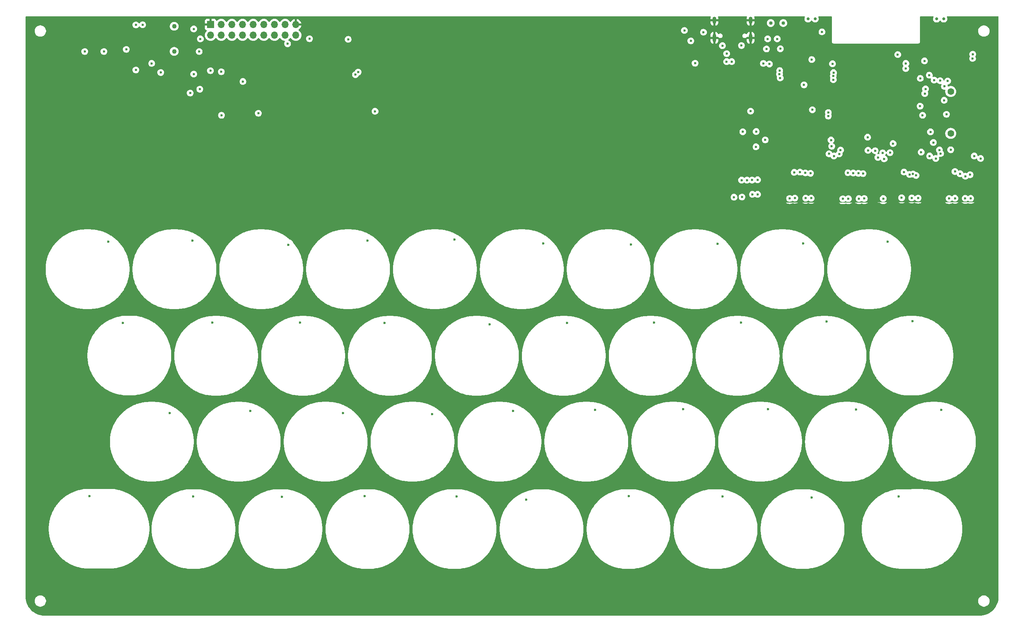
<source format=gbr>
%TF.GenerationSoftware,KiCad,Pcbnew,8.0.3*%
%TF.CreationDate,2024-09-07T20:35:44+01:00*%
%TF.ProjectId,esp32-s3-spectrum,65737033-322d-4733-932d-737065637472,rev?*%
%TF.SameCoordinates,Original*%
%TF.FileFunction,Copper,L3,Inr*%
%TF.FilePolarity,Positive*%
%FSLAX46Y46*%
G04 Gerber Fmt 4.6, Leading zero omitted, Abs format (unit mm)*
G04 Created by KiCad (PCBNEW 8.0.3) date 2024-09-07 20:35:44*
%MOMM*%
%LPD*%
G01*
G04 APERTURE LIST*
%TA.AperFunction,ComponentPad*%
%ADD10C,1.100000*%
%TD*%
%TA.AperFunction,ComponentPad*%
%ADD11O,0.900000X2.000000*%
%TD*%
%TA.AperFunction,ComponentPad*%
%ADD12O,0.900000X1.700000*%
%TD*%
%TA.AperFunction,ComponentPad*%
%ADD13C,0.700000*%
%TD*%
%TA.AperFunction,ComponentPad*%
%ADD14C,0.850000*%
%TD*%
%TA.AperFunction,ComponentPad*%
%ADD15C,1.600000*%
%TD*%
%TA.AperFunction,ComponentPad*%
%ADD16R,1.700000X1.700000*%
%TD*%
%TA.AperFunction,ComponentPad*%
%ADD17O,1.700000X1.700000*%
%TD*%
%TA.AperFunction,ViaPad*%
%ADD18C,0.600000*%
%TD*%
G04 APERTURE END LIST*
D10*
%TO.N,*%
%TO.C,CN1*%
X57900000Y-35372500D03*
X57900000Y-41372500D03*
%TD*%
D11*
%TO.N,GND*%
%TO.C,J1*%
X195355000Y-38140000D03*
X186705000Y-38140000D03*
D12*
X195355000Y-33970000D03*
X186705000Y-33970000D03*
%TD*%
D13*
%TO.N,*%
%TO.C,SW2*%
X209040000Y-33610000D03*
X210740000Y-33610000D03*
%TD*%
D14*
%TO.N,*%
%TO.C,SW1*%
X203140000Y-34605000D03*
X200140000Y-34605000D03*
%TD*%
D15*
%TO.N,*%
%TO.C,Card1*%
X243070000Y-60930000D03*
X243070000Y-50930000D03*
%TD*%
D13*
%TO.N,*%
%TO.C,SW4*%
X239700000Y-33630000D03*
X241400000Y-33630000D03*
%TD*%
D16*
%TO.N,GND*%
%TO.C,J2*%
X66580000Y-34970000D03*
D17*
%TO.N,BUZZER*%
X66580000Y-37510000D03*
%TO.N,PWR*%
X69120000Y-34970000D03*
%TO.N,+3V3*%
X69120000Y-37510000D03*
%TO.N,TFT_SCLK*%
X71660000Y-34970000D03*
%TO.N,TFT_RST*%
X71660000Y-37510000D03*
%TO.N,TFT_CS*%
X74200000Y-34970000D03*
%TO.N,TFT_DC*%
X74200000Y-37510000D03*
%TO.N,GPIO7*%
X76740000Y-34970000D03*
%TO.N,TFT_MOSI*%
X76740000Y-37510000D03*
%TO.N,GPIO5*%
X79280000Y-34970000D03*
%TO.N,GPIO6*%
X79280000Y-37510000D03*
%TO.N,SD_CARD_DAT0*%
X81820000Y-34970000D03*
%TO.N,GPIO4*%
X81820000Y-37510000D03*
%TO.N,SD_CARD_CMD*%
X84360000Y-34970000D03*
%TO.N,SD_CARD_DAT3*%
X84360000Y-37510000D03*
%TO.N,GND*%
X86900000Y-34970000D03*
%TO.N,SD_CARD_CLK*%
X86900000Y-37510000D03*
%TD*%
D18*
%TO.N,BIT0_FDFE*%
X247680000Y-70785000D03*
X56860000Y-127700000D03*
%TO.N,GND*%
X249005170Y-48351870D03*
X205740000Y-54610000D03*
X80480000Y-63540000D03*
X144018000Y-80264000D03*
X201676000Y-105156000D03*
X150480000Y-63540000D03*
X187452000Y-48514000D03*
X188976000Y-125730000D03*
X134874000Y-39370000D03*
X226568000Y-64008000D03*
X49530000Y-40894000D03*
X40386000Y-36830000D03*
X200149208Y-75247414D03*
X121158000Y-39370000D03*
X195834000Y-171958000D03*
X247701670Y-34826584D03*
X104394000Y-172720000D03*
X118110000Y-104902000D03*
X93218000Y-147320000D03*
X219456000Y-55118000D03*
X56277681Y-35037505D03*
X210312000Y-125222000D03*
X120480000Y-63540000D03*
X40894000Y-81280000D03*
X229616000Y-44704000D03*
X206482419Y-39992345D03*
X40132000Y-35052000D03*
X130480000Y-63540000D03*
X218186000Y-60452000D03*
X251714000Y-154940000D03*
X184912000Y-74422000D03*
X186896719Y-40140808D03*
X98298000Y-48006000D03*
X190480000Y-63540000D03*
X235258548Y-40527950D03*
X40640000Y-52832000D03*
X191530669Y-41914618D03*
X194310000Y-48006000D03*
X155956000Y-147066000D03*
X161036000Y-49022000D03*
X33528000Y-172974000D03*
X102362000Y-124968000D03*
X160480000Y-63540000D03*
X226568000Y-171450000D03*
X145034000Y-125222000D03*
X176276000Y-147066000D03*
X102616000Y-81280000D03*
X25400000Y-120142000D03*
X201930000Y-50038000D03*
X83566000Y-173228000D03*
X233219623Y-64912877D03*
X229616000Y-55372000D03*
X135636000Y-146812000D03*
X72898000Y-147066000D03*
X251069656Y-75171923D03*
X183869407Y-40461939D03*
X224326566Y-47536209D03*
X202421501Y-54388987D03*
X224363404Y-48948324D03*
X221234000Y-104902000D03*
X182118000Y-34036000D03*
X78740000Y-105410000D03*
X36576000Y-126746000D03*
X246380000Y-60706000D03*
X58928000Y-172974000D03*
X231394000Y-83312000D03*
X166370000Y-33782000D03*
X90480000Y-63540000D03*
X228346000Y-79248000D03*
X224282000Y-44450000D03*
X212707279Y-34777923D03*
X238229509Y-75171923D03*
X199898000Y-46736000D03*
X80480000Y-53540000D03*
X168656000Y-125476000D03*
X142240000Y-34036000D03*
X160528000Y-105410000D03*
X222889893Y-47536209D03*
X122936000Y-125222000D03*
X239776000Y-86360000D03*
X219202000Y-49784000D03*
X245259914Y-65634706D03*
X149352000Y-49276000D03*
X25400000Y-152400000D03*
X30226000Y-73406000D03*
X49276000Y-73660000D03*
X123698000Y-33782000D03*
X208348590Y-64377676D03*
X61722000Y-125222000D03*
X170480000Y-63540000D03*
X225537681Y-75214299D03*
X251714000Y-84328000D03*
X253492000Y-39624000D03*
X219202000Y-44450000D03*
X250480000Y-63540000D03*
X218440000Y-147320000D03*
X71120000Y-72898000D03*
X109474000Y-48768000D03*
X201930000Y-60198000D03*
X50480000Y-63540000D03*
X201676000Y-34290000D03*
X52324000Y-147066000D03*
X90170000Y-48768000D03*
X247821593Y-62169737D03*
X90424000Y-72644000D03*
X140480000Y-63540000D03*
X183388000Y-82296000D03*
X137160000Y-104648000D03*
X247650000Y-38608000D03*
X58420000Y-105664000D03*
X180480000Y-63540000D03*
X188976000Y-54864000D03*
X211854012Y-37807492D03*
X253492000Y-47498000D03*
X240792000Y-94488000D03*
X60480000Y-63540000D03*
X252730000Y-34290000D03*
X231140000Y-59944000D03*
X229616000Y-50038000D03*
X30480000Y-43540000D03*
X93472000Y-42926000D03*
X40480000Y-73540000D03*
X25400000Y-134874000D03*
X208148292Y-39977382D03*
X105664000Y-34036000D03*
X221324720Y-64943067D03*
X164846000Y-81280000D03*
X195196333Y-64111922D03*
X138938000Y-48514000D03*
X232750752Y-40792925D03*
X251968000Y-113030000D03*
X208986832Y-51143784D03*
X205447424Y-34560316D03*
X242087412Y-58694223D03*
X204846471Y-39967407D03*
X246634000Y-51308000D03*
X98552000Y-105410000D03*
X130480000Y-73540000D03*
X25400000Y-83312000D03*
X30480000Y-52578000D03*
X181356000Y-105918000D03*
X81788000Y-125222000D03*
X162814000Y-171958000D03*
X47752000Y-102616000D03*
X50480000Y-53540000D03*
X212819005Y-75152153D03*
X38354000Y-36830000D03*
X83312000Y-81026000D03*
X60706000Y-81026000D03*
X110480000Y-63540000D03*
X159512000Y-74422000D03*
X110480000Y-73540000D03*
X100480000Y-63540000D03*
X131572000Y-80772000D03*
X205486000Y-62738000D03*
X111506000Y-39370000D03*
X224028000Y-55372000D03*
X40480000Y-63540000D03*
X98765009Y-36829999D03*
X170942000Y-55118000D03*
X241046000Y-39116000D03*
X243940049Y-33826328D03*
X217799744Y-40531828D03*
X212344000Y-85090000D03*
X25400000Y-103886000D03*
X222902172Y-48985162D03*
X238012702Y-36810979D03*
X224536000Y-124460000D03*
X121158000Y-48768000D03*
X244856000Y-171958000D03*
X164846000Y-39370000D03*
X114554000Y-82550000D03*
X30480000Y-63540000D03*
X213106000Y-60198000D03*
X70480000Y-63540000D03*
X149860000Y-38608000D03*
X113792000Y-146812000D03*
X127762000Y-172720000D03*
X59468840Y-34197549D03*
X225298000Y-61214000D03*
X251968000Y-134366000D03*
%TO.N,EN*%
X209947000Y-43323000D03*
X212370000Y-36720000D03*
%TO.N,+5V*%
X188630000Y-40000000D03*
X189650000Y-41900000D03*
X193160000Y-39970000D03*
%TO.N,BIT3*%
X214055000Y-65810000D03*
X214530000Y-62510000D03*
%TO.N,BIT4_7FFE*%
X193299265Y-76114265D03*
X141855000Y-148310000D03*
%TO.N,BIT3_FEFE*%
X103310000Y-147490000D03*
X208420000Y-70350000D03*
%TO.N,BIT2_FDFE*%
X222167500Y-70522500D03*
X98140000Y-127670000D03*
%TO.N,BIT2_FBFE*%
X219810000Y-70390000D03*
X87900000Y-106050000D03*
%TO.N,BIT0_BFFE*%
X247830000Y-76435000D03*
X240830000Y-126885000D03*
%TO.N,SD_CARD_DAT3*%
X235817500Y-47812500D03*
X241510000Y-53040000D03*
X237960000Y-47050000D03*
%TO.N,SD_CARD_CMD*%
X239120000Y-48230000D03*
X237062500Y-50327500D03*
%TO.N,SD_CARD_DAT1*%
X235760000Y-54430000D03*
X241570000Y-49720000D03*
%TO.N,SD_CARD_CLK*%
X240550000Y-48350000D03*
X236890000Y-51425000D03*
%TO.N,SD_CARD_DAT0*%
X242340000Y-48450000D03*
X236370000Y-56620000D03*
%TO.N,BIT0*%
X240655000Y-65735000D03*
X238930000Y-63110000D03*
%TO.N,BIT3_FDFE*%
X209650000Y-70450000D03*
X119390000Y-127880000D03*
%TO.N,BIT4_FDFE*%
X197005000Y-72010000D03*
X138680000Y-127185000D03*
%TO.N,BIT1*%
X229330000Y-63360000D03*
X226840000Y-65585000D03*
%TO.N,BIT4*%
X196630000Y-64135000D03*
X198830000Y-62485000D03*
%TO.N,USB_D+*%
X213880000Y-56800000D03*
X189630000Y-43810000D03*
%TO.N,BIT2*%
X223250000Y-61850000D03*
X223355000Y-64985000D03*
%TO.N,USB_D-*%
X213880000Y-55950000D03*
X190840000Y-43810000D03*
%TO.N,BUZZER*%
X193490000Y-60550000D03*
X196680000Y-60500000D03*
%TO.N,BUZZER_SWITCH*%
X46482000Y-40894000D03*
X48768000Y-45800000D03*
%TO.N,BIT4_BFFE*%
X158290000Y-126930000D03*
X197005000Y-75485000D03*
%TO.N,BIT2_DFFE*%
X221200000Y-76500000D03*
X193050000Y-106090000D03*
%TO.N,BIT3_BFFE*%
X179247275Y-126747601D03*
X209790000Y-76390000D03*
%TO.N,BIT0_EFFE*%
X242680000Y-76460000D03*
X228020000Y-86780000D03*
%TO.N,BIT0_F7FE*%
X42230000Y-86760000D03*
X244080000Y-70035000D03*
%TO.N,BIT1_F7FE*%
X231930000Y-70160000D03*
X62241111Y-86471111D03*
%TO.N,BIT2_F7FE*%
X218580000Y-70335000D03*
X85110000Y-87510000D03*
%TO.N,BIT3_F7FE*%
X103980000Y-86510000D03*
X205760000Y-70230000D03*
%TO.N,BIT4_F7FE*%
X124730000Y-86260000D03*
X193198420Y-72085000D03*
%TO.N,BIT4_EFFE*%
X145880000Y-87185000D03*
X191402500Y-76157500D03*
%TO.N,BIT3_EFFE*%
X204650000Y-76450000D03*
X166780000Y-87435000D03*
%TO.N,BIT2_EFFE*%
X187460000Y-87280000D03*
X217340000Y-76530000D03*
%TO.N,BIT1_EFFE*%
X207850000Y-87170000D03*
X226980000Y-76485000D03*
%TO.N,BIT2_BFFE*%
X199480000Y-126750000D03*
X222460000Y-76470000D03*
%TO.N,BIT1_BFFE*%
X235304936Y-76370322D03*
X220480000Y-126810000D03*
%TO.N,BIT2_7FFE*%
X218660000Y-76520000D03*
X188700000Y-147590000D03*
%TO.N,BIT3_7FFE*%
X166340000Y-147450000D03*
X205900000Y-76370000D03*
%TO.N,BIT1_DFFE*%
X233770000Y-76340000D03*
X213500000Y-105850000D03*
%TO.N,BIT0_DFFE*%
X233980000Y-105760000D03*
X246530000Y-76435000D03*
%TO.N,BIT0_FBFE*%
X245305000Y-70560000D03*
X45620000Y-106150000D03*
%TO.N,BIT3_FBFE*%
X108090000Y-106150000D03*
X207150000Y-70170000D03*
%TO.N,BIT1_FDFE*%
X76080000Y-127170000D03*
X234810010Y-70962246D03*
%TO.N,BIT0_FEFE*%
X246555000Y-71160000D03*
X37720000Y-147440000D03*
%TO.N,BIT0_7FFE*%
X230630000Y-147520000D03*
X244080000Y-76410000D03*
%TO.N,BIT1_7FFE*%
X231370000Y-76300000D03*
X209940000Y-147800000D03*
%TO.N,BIT4_FBFE*%
X194473139Y-72085000D03*
X133140000Y-106530000D03*
%TO.N,KEY_B*%
X238055000Y-66335000D03*
X225705000Y-66660000D03*
X216480000Y-65835000D03*
X248681765Y-66333235D03*
%TO.N,KEY_A*%
X225050000Y-65080000D03*
X243070000Y-64840000D03*
X228590000Y-65530000D03*
X240380000Y-64885000D03*
X216810000Y-64920000D03*
X236030000Y-65400000D03*
%TO.N,KEY_C*%
X214690000Y-64010000D03*
X239505000Y-66935000D03*
X215205000Y-66335000D03*
X227205000Y-67010000D03*
X250190000Y-66935000D03*
%TO.N,BIT3_DFFE*%
X208480000Y-76390000D03*
X172340000Y-106090000D03*
%TO.N,BIT1_FBFE*%
X67010000Y-106070000D03*
X233255000Y-70735000D03*
%TO.N,BIT1_FEFE*%
X234080000Y-70635000D03*
X62400000Y-147530000D03*
%TO.N,BIT2_FEFE*%
X221050000Y-70450000D03*
X83560000Y-147610000D03*
%TO.N,BIT4_FEFE*%
X195705000Y-72060000D03*
X125237500Y-147542500D03*
%TO.N,BIT4_DFFE*%
X151580000Y-106170000D03*
X195781029Y-75481029D03*
%TO.N,+3V3*%
X66548000Y-45974000D03*
X238240000Y-60570000D03*
X84940000Y-39543174D03*
X182114780Y-44194780D03*
X230440000Y-42130000D03*
X195350000Y-55620000D03*
X208083397Y-49355019D03*
X54691000Y-46401000D03*
X69120000Y-46228000D03*
X210080000Y-55300000D03*
X74290000Y-48560000D03*
X236830000Y-43640000D03*
X242062000Y-56380000D03*
X52530000Y-44240000D03*
%TO.N,BAT+*%
X181102000Y-38862000D03*
X105800000Y-55660000D03*
X77978000Y-56134000D03*
X69190000Y-56620000D03*
%TO.N,PWR*%
X64140000Y-38390000D03*
X63860000Y-41400000D03*
X199420000Y-38380000D03*
X201700000Y-38380659D03*
%TO.N,Net-(D1-K)*%
X64017499Y-50391911D03*
X50374926Y-35019760D03*
%TO.N,Net-(D3-K)*%
X48768000Y-35052000D03*
X61722000Y-51308000D03*
%TO.N,RX*%
X232350000Y-45450000D03*
X248284265Y-43064265D03*
%TO.N,TX*%
X232380000Y-44240000D03*
X248320000Y-42050000D03*
%TO.N,GPIO4*%
X199840000Y-44370000D03*
X214884000Y-44320000D03*
%TO.N,GPIO5*%
X99390000Y-38500000D03*
X101760000Y-46310000D03*
X202290000Y-45940000D03*
X215122433Y-46446438D03*
%TO.N,GPIO6*%
X101120000Y-46910000D03*
X90170000Y-38354000D03*
X215060000Y-47244000D03*
X202230000Y-46810000D03*
%TO.N,GPIO7*%
X202400735Y-47700735D03*
X215080000Y-48120000D03*
%TO.N,5V_FILT*%
X62570000Y-36010000D03*
X62570000Y-46793000D03*
X179560025Y-36379975D03*
X199136000Y-40790000D03*
X198390000Y-44250000D03*
%TO.N,Net-(U2-VIN2)*%
X202450000Y-40750000D03*
X184118235Y-36798235D03*
%TO.N,SPK-*%
X41148000Y-41402000D03*
X36576000Y-41402000D03*
%TD*%
%TA.AperFunction,Conductor*%
%TO.N,GND*%
G36*
X185789940Y-33030185D02*
G01*
X185835695Y-33082989D01*
X185845639Y-33152147D01*
X185837462Y-33181953D01*
X185791508Y-33292894D01*
X185791506Y-33292902D01*
X185755000Y-33476428D01*
X185755000Y-33720000D01*
X186405000Y-33720000D01*
X186405000Y-34220000D01*
X185755000Y-34220000D01*
X185755000Y-34463571D01*
X185791506Y-34647097D01*
X185791508Y-34647105D01*
X185863119Y-34819991D01*
X185863124Y-34820000D01*
X185967086Y-34975589D01*
X185967089Y-34975593D01*
X186099406Y-35107910D01*
X186099410Y-35107913D01*
X186254999Y-35211875D01*
X186255012Y-35211882D01*
X186427889Y-35283489D01*
X186427896Y-35283491D01*
X186455000Y-35288882D01*
X186455000Y-34536988D01*
X186464940Y-34554205D01*
X186520795Y-34610060D01*
X186589204Y-34649556D01*
X186665504Y-34670000D01*
X186744496Y-34670000D01*
X186820796Y-34649556D01*
X186889205Y-34610060D01*
X186945060Y-34554205D01*
X186955000Y-34536988D01*
X186955000Y-35288881D01*
X186982103Y-35283491D01*
X186982110Y-35283489D01*
X187154987Y-35211882D01*
X187155000Y-35211875D01*
X187310589Y-35107913D01*
X187310593Y-35107910D01*
X187442910Y-34975593D01*
X187442913Y-34975589D01*
X187546875Y-34820000D01*
X187546880Y-34819991D01*
X187618491Y-34647105D01*
X187618493Y-34647097D01*
X187654999Y-34463571D01*
X187655000Y-34463569D01*
X187655000Y-34220000D01*
X187005000Y-34220000D01*
X187005000Y-33720000D01*
X187655000Y-33720000D01*
X187655000Y-33476430D01*
X187654999Y-33476428D01*
X187618493Y-33292902D01*
X187618491Y-33292894D01*
X187572538Y-33181953D01*
X187565069Y-33112484D01*
X187596344Y-33050004D01*
X187656433Y-33014352D01*
X187687099Y-33010500D01*
X194372901Y-33010500D01*
X194439940Y-33030185D01*
X194485695Y-33082989D01*
X194495639Y-33152147D01*
X194487462Y-33181953D01*
X194441508Y-33292894D01*
X194441506Y-33292902D01*
X194405000Y-33476428D01*
X194405000Y-33720000D01*
X195055000Y-33720000D01*
X195055000Y-34220000D01*
X194405000Y-34220000D01*
X194405000Y-34463571D01*
X194441506Y-34647097D01*
X194441508Y-34647105D01*
X194513119Y-34819991D01*
X194513124Y-34820000D01*
X194617086Y-34975589D01*
X194617089Y-34975593D01*
X194749406Y-35107910D01*
X194749410Y-35107913D01*
X194904999Y-35211875D01*
X194905012Y-35211882D01*
X195077889Y-35283489D01*
X195077896Y-35283491D01*
X195105000Y-35288882D01*
X195105000Y-34536988D01*
X195114940Y-34554205D01*
X195170795Y-34610060D01*
X195239204Y-34649556D01*
X195315504Y-34670000D01*
X195394496Y-34670000D01*
X195470796Y-34649556D01*
X195539205Y-34610060D01*
X195595060Y-34554205D01*
X195605000Y-34536988D01*
X195605000Y-35288881D01*
X195632103Y-35283491D01*
X195632110Y-35283489D01*
X195804987Y-35211882D01*
X195805000Y-35211875D01*
X195960589Y-35107913D01*
X195960593Y-35107910D01*
X196092910Y-34975593D01*
X196092913Y-34975589D01*
X196196875Y-34820000D01*
X196196880Y-34819991D01*
X196268491Y-34647105D01*
X196268493Y-34647097D01*
X196276867Y-34605000D01*
X199209402Y-34605000D01*
X199211619Y-34626089D01*
X199213821Y-34647043D01*
X199214500Y-34660004D01*
X199214500Y-34696157D01*
X199222894Y-34738356D01*
X199224597Y-34749582D01*
X199229737Y-34798478D01*
X199229737Y-34798480D01*
X199229738Y-34798482D01*
X199238814Y-34826416D01*
X199240672Y-34832134D01*
X199244357Y-34846256D01*
X199250067Y-34874959D01*
X199269165Y-34921068D01*
X199272533Y-34930199D01*
X199289853Y-34983502D01*
X199289856Y-34983510D01*
X199304104Y-35008188D01*
X199311276Y-35022732D01*
X199319831Y-35043386D01*
X199319832Y-35043388D01*
X199319833Y-35043389D01*
X199351389Y-35090616D01*
X199355657Y-35097480D01*
X199387130Y-35151992D01*
X199401576Y-35168035D01*
X199412529Y-35182119D01*
X199421113Y-35194967D01*
X199421116Y-35194971D01*
X199466133Y-35239988D01*
X199470602Y-35244697D01*
X199510386Y-35288882D01*
X199517308Y-35296569D01*
X199529186Y-35305199D01*
X199543980Y-35317835D01*
X199550024Y-35323880D01*
X199550026Y-35323881D01*
X199550028Y-35323883D01*
X199554623Y-35326953D01*
X199608675Y-35363070D01*
X199612668Y-35365853D01*
X199641744Y-35386977D01*
X199674701Y-35410922D01*
X199681792Y-35414078D01*
X199700256Y-35424261D01*
X199701611Y-35425167D01*
X199773134Y-35454792D01*
X199776091Y-35456063D01*
X199852421Y-35490048D01*
X199852426Y-35490049D01*
X199852429Y-35490051D01*
X199852431Y-35490051D01*
X199852433Y-35490052D01*
X199853237Y-35490223D01*
X199864074Y-35493588D01*
X199864204Y-35493162D01*
X199870042Y-35494933D01*
X199952663Y-35511367D01*
X199954254Y-35511694D01*
X199984757Y-35518177D01*
X200042726Y-35530500D01*
X200042727Y-35530500D01*
X200237272Y-35530500D01*
X200237274Y-35530500D01*
X200325812Y-35511679D01*
X200327186Y-35511396D01*
X200409958Y-35494933D01*
X200409967Y-35494928D01*
X200415791Y-35493163D01*
X200415921Y-35493592D01*
X200426762Y-35490223D01*
X200427566Y-35490052D01*
X200427565Y-35490052D01*
X200427571Y-35490051D01*
X200503927Y-35456054D01*
X200506825Y-35454808D01*
X200578389Y-35425167D01*
X200579734Y-35424267D01*
X200598213Y-35414076D01*
X200605299Y-35410922D01*
X200667368Y-35365824D01*
X200671285Y-35363094D01*
X200729972Y-35323883D01*
X200736020Y-35317835D01*
X200750817Y-35305196D01*
X200762692Y-35296569D01*
X200809415Y-35244676D01*
X200813848Y-35240005D01*
X200858883Y-35194972D01*
X200867475Y-35182111D01*
X200878417Y-35168041D01*
X200892870Y-35151992D01*
X200924350Y-35097464D01*
X200928606Y-35090620D01*
X200960167Y-35043389D01*
X200968730Y-35022713D01*
X200975894Y-35008188D01*
X200990144Y-34983508D01*
X201007471Y-34930176D01*
X201010823Y-34921090D01*
X201029933Y-34874958D01*
X201035643Y-34846249D01*
X201039327Y-34832134D01*
X201050262Y-34798482D01*
X201055401Y-34749582D01*
X201057099Y-34738381D01*
X201065500Y-34696154D01*
X201065500Y-34660004D01*
X201066179Y-34647043D01*
X201068381Y-34626089D01*
X201070598Y-34605000D01*
X202209402Y-34605000D01*
X202211619Y-34626089D01*
X202213821Y-34647043D01*
X202214500Y-34660004D01*
X202214500Y-34696157D01*
X202222894Y-34738356D01*
X202224597Y-34749582D01*
X202229737Y-34798478D01*
X202229737Y-34798480D01*
X202229738Y-34798482D01*
X202238814Y-34826416D01*
X202240672Y-34832134D01*
X202244357Y-34846256D01*
X202250067Y-34874959D01*
X202269165Y-34921068D01*
X202272533Y-34930199D01*
X202289853Y-34983502D01*
X202289856Y-34983510D01*
X202304104Y-35008188D01*
X202311276Y-35022732D01*
X202319831Y-35043386D01*
X202319832Y-35043388D01*
X202319833Y-35043389D01*
X202351389Y-35090616D01*
X202355657Y-35097480D01*
X202387130Y-35151992D01*
X202401576Y-35168035D01*
X202412529Y-35182119D01*
X202421113Y-35194967D01*
X202421116Y-35194971D01*
X202466133Y-35239988D01*
X202470602Y-35244697D01*
X202510386Y-35288882D01*
X202517308Y-35296569D01*
X202529186Y-35305199D01*
X202543980Y-35317835D01*
X202550024Y-35323880D01*
X202550026Y-35323881D01*
X202550028Y-35323883D01*
X202554623Y-35326953D01*
X202608675Y-35363070D01*
X202612668Y-35365853D01*
X202641744Y-35386977D01*
X202674701Y-35410922D01*
X202681792Y-35414078D01*
X202700256Y-35424261D01*
X202701611Y-35425167D01*
X202773134Y-35454792D01*
X202776091Y-35456063D01*
X202852421Y-35490048D01*
X202852426Y-35490049D01*
X202852429Y-35490051D01*
X202852431Y-35490051D01*
X202852433Y-35490052D01*
X202853237Y-35490223D01*
X202864074Y-35493588D01*
X202864204Y-35493162D01*
X202870042Y-35494933D01*
X202952663Y-35511367D01*
X202954254Y-35511694D01*
X202984757Y-35518177D01*
X203042726Y-35530500D01*
X203042727Y-35530500D01*
X203237272Y-35530500D01*
X203237274Y-35530500D01*
X203325812Y-35511679D01*
X203327186Y-35511396D01*
X203409958Y-35494933D01*
X203409967Y-35494928D01*
X203415791Y-35493163D01*
X203415921Y-35493592D01*
X203426762Y-35490223D01*
X203427566Y-35490052D01*
X203427565Y-35490052D01*
X203427571Y-35490051D01*
X203503927Y-35456054D01*
X203506825Y-35454808D01*
X203578389Y-35425167D01*
X203579734Y-35424267D01*
X203598213Y-35414076D01*
X203605299Y-35410922D01*
X203667368Y-35365824D01*
X203671285Y-35363094D01*
X203729972Y-35323883D01*
X203736020Y-35317835D01*
X203750817Y-35305196D01*
X203762692Y-35296569D01*
X203809415Y-35244676D01*
X203813848Y-35240005D01*
X203858883Y-35194972D01*
X203867475Y-35182111D01*
X203878417Y-35168041D01*
X203892870Y-35151992D01*
X203924350Y-35097464D01*
X203928606Y-35090620D01*
X203960167Y-35043389D01*
X203968730Y-35022713D01*
X203975894Y-35008188D01*
X203990144Y-34983508D01*
X204007471Y-34930176D01*
X204010823Y-34921090D01*
X204029933Y-34874958D01*
X204035643Y-34846249D01*
X204039327Y-34832134D01*
X204050262Y-34798482D01*
X204055401Y-34749582D01*
X204057099Y-34738381D01*
X204065500Y-34696154D01*
X204065500Y-34660004D01*
X204066179Y-34647043D01*
X204068381Y-34626089D01*
X204070598Y-34605000D01*
X204066179Y-34562955D01*
X204065500Y-34549994D01*
X204065500Y-34513847D01*
X204062341Y-34497967D01*
X204057099Y-34471615D01*
X204055399Y-34460403D01*
X204054076Y-34447816D01*
X204050262Y-34411518D01*
X204039326Y-34377861D01*
X204035641Y-34363737D01*
X204030362Y-34337199D01*
X204029933Y-34335042D01*
X204010825Y-34288912D01*
X204007464Y-34279799D01*
X204004484Y-34270628D01*
X203990144Y-34226492D01*
X203975894Y-34201811D01*
X203968725Y-34187272D01*
X203960167Y-34166611D01*
X203960166Y-34166609D01*
X203960165Y-34166607D01*
X203960164Y-34166605D01*
X203928619Y-34119396D01*
X203924332Y-34112503D01*
X203892870Y-34058008D01*
X203892869Y-34058007D01*
X203892868Y-34058005D01*
X203892867Y-34058004D01*
X203878423Y-34041962D01*
X203867471Y-34027880D01*
X203858887Y-34015033D01*
X203858881Y-34015026D01*
X203813865Y-33970010D01*
X203809396Y-33965301D01*
X203762692Y-33913431D01*
X203762688Y-33913428D01*
X203750814Y-33904801D01*
X203736019Y-33892164D01*
X203729973Y-33886117D01*
X203729971Y-33886116D01*
X203671316Y-33846924D01*
X203667333Y-33844148D01*
X203631563Y-33818160D01*
X203605297Y-33799076D01*
X203598203Y-33795918D01*
X203579759Y-33785748D01*
X203578973Y-33785223D01*
X203578389Y-33784833D01*
X203578387Y-33784832D01*
X203578384Y-33784830D01*
X203506895Y-33755219D01*
X203503912Y-33753938D01*
X203480099Y-33743336D01*
X203427571Y-33719949D01*
X203426745Y-33719773D01*
X203415909Y-33716410D01*
X203415781Y-33716834D01*
X203409951Y-33715065D01*
X203327303Y-33698625D01*
X203325715Y-33698298D01*
X203237275Y-33679500D01*
X203237274Y-33679500D01*
X203042726Y-33679500D01*
X202987390Y-33691261D01*
X202954281Y-33698299D01*
X202952695Y-33698625D01*
X202870043Y-33715066D01*
X202864214Y-33716835D01*
X202864086Y-33716415D01*
X202853263Y-33719771D01*
X202852434Y-33719947D01*
X202852427Y-33719949D01*
X202776099Y-33753932D01*
X202773119Y-33755213D01*
X202754781Y-33762809D01*
X202701619Y-33784830D01*
X202701609Y-33784834D01*
X202701600Y-33784839D01*
X202700232Y-33785753D01*
X202681800Y-33795916D01*
X202674702Y-33799076D01*
X202612658Y-33844153D01*
X202608666Y-33846935D01*
X202550033Y-33886113D01*
X202550022Y-33886121D01*
X202543966Y-33892177D01*
X202529192Y-33904794D01*
X202517309Y-33913428D01*
X202517305Y-33913432D01*
X202470602Y-33965301D01*
X202466136Y-33970007D01*
X202421122Y-34015022D01*
X202421112Y-34015034D01*
X202412522Y-34027889D01*
X202401579Y-34041958D01*
X202387135Y-34058000D01*
X202387125Y-34058015D01*
X202355665Y-34112504D01*
X202351382Y-34119392D01*
X202319833Y-34166610D01*
X202311272Y-34187276D01*
X202304103Y-34201813D01*
X202289854Y-34226494D01*
X202289853Y-34226497D01*
X202272531Y-34279807D01*
X202269164Y-34288934D01*
X202267824Y-34292171D01*
X202250066Y-34335043D01*
X202244358Y-34363738D01*
X202240674Y-34377856D01*
X202229738Y-34411516D01*
X202229737Y-34411524D01*
X202224597Y-34460416D01*
X202222895Y-34471638D01*
X202217659Y-34497967D01*
X202214500Y-34513847D01*
X202214500Y-34549994D01*
X202213821Y-34562955D01*
X202209402Y-34605000D01*
X201070598Y-34605000D01*
X201066179Y-34562955D01*
X201065500Y-34549994D01*
X201065500Y-34513847D01*
X201062341Y-34497967D01*
X201057099Y-34471615D01*
X201055399Y-34460403D01*
X201054076Y-34447816D01*
X201050262Y-34411518D01*
X201039326Y-34377861D01*
X201035641Y-34363737D01*
X201030362Y-34337199D01*
X201029933Y-34335042D01*
X201010825Y-34288912D01*
X201007464Y-34279799D01*
X201004484Y-34270628D01*
X200990144Y-34226492D01*
X200975894Y-34201811D01*
X200968725Y-34187272D01*
X200960167Y-34166611D01*
X200960166Y-34166609D01*
X200960165Y-34166607D01*
X200960164Y-34166605D01*
X200928619Y-34119396D01*
X200924332Y-34112503D01*
X200892870Y-34058008D01*
X200892869Y-34058007D01*
X200892868Y-34058005D01*
X200892867Y-34058004D01*
X200878423Y-34041962D01*
X200867471Y-34027880D01*
X200858887Y-34015033D01*
X200858881Y-34015026D01*
X200813865Y-33970010D01*
X200809396Y-33965301D01*
X200762692Y-33913431D01*
X200762688Y-33913428D01*
X200750814Y-33904801D01*
X200736019Y-33892164D01*
X200729973Y-33886117D01*
X200729971Y-33886116D01*
X200671316Y-33846924D01*
X200667333Y-33844148D01*
X200631563Y-33818160D01*
X200605297Y-33799076D01*
X200598203Y-33795918D01*
X200579759Y-33785748D01*
X200578973Y-33785223D01*
X200578389Y-33784833D01*
X200578387Y-33784832D01*
X200578384Y-33784830D01*
X200506895Y-33755219D01*
X200503912Y-33753938D01*
X200480099Y-33743336D01*
X200427571Y-33719949D01*
X200426745Y-33719773D01*
X200415909Y-33716410D01*
X200415781Y-33716834D01*
X200409951Y-33715065D01*
X200327303Y-33698625D01*
X200325715Y-33698298D01*
X200237275Y-33679500D01*
X200237274Y-33679500D01*
X200042726Y-33679500D01*
X199987390Y-33691261D01*
X199954281Y-33698299D01*
X199952695Y-33698625D01*
X199870043Y-33715066D01*
X199864214Y-33716835D01*
X199864086Y-33716415D01*
X199853263Y-33719771D01*
X199852434Y-33719947D01*
X199852427Y-33719949D01*
X199776099Y-33753932D01*
X199773119Y-33755213D01*
X199754781Y-33762809D01*
X199701619Y-33784830D01*
X199701609Y-33784834D01*
X199701600Y-33784839D01*
X199700232Y-33785753D01*
X199681800Y-33795916D01*
X199674702Y-33799076D01*
X199612658Y-33844153D01*
X199608666Y-33846935D01*
X199550033Y-33886113D01*
X199550022Y-33886121D01*
X199543966Y-33892177D01*
X199529192Y-33904794D01*
X199517309Y-33913428D01*
X199517305Y-33913432D01*
X199470602Y-33965301D01*
X199466136Y-33970007D01*
X199421122Y-34015022D01*
X199421112Y-34015034D01*
X199412522Y-34027889D01*
X199401579Y-34041958D01*
X199387135Y-34058000D01*
X199387125Y-34058015D01*
X199355665Y-34112504D01*
X199351382Y-34119392D01*
X199319833Y-34166610D01*
X199311272Y-34187276D01*
X199304103Y-34201813D01*
X199289854Y-34226494D01*
X199289853Y-34226497D01*
X199272531Y-34279807D01*
X199269164Y-34288934D01*
X199267824Y-34292171D01*
X199250066Y-34335043D01*
X199244358Y-34363738D01*
X199240674Y-34377856D01*
X199229738Y-34411516D01*
X199229737Y-34411524D01*
X199224597Y-34460416D01*
X199222895Y-34471638D01*
X199217659Y-34497967D01*
X199214500Y-34513847D01*
X199214500Y-34549994D01*
X199213821Y-34562955D01*
X199209402Y-34605000D01*
X196276867Y-34605000D01*
X196304999Y-34463571D01*
X196305000Y-34463569D01*
X196305000Y-34220000D01*
X195655000Y-34220000D01*
X195655000Y-33720000D01*
X196305000Y-33720000D01*
X196305000Y-33476430D01*
X196304999Y-33476428D01*
X196268493Y-33292902D01*
X196268491Y-33292894D01*
X196222538Y-33181953D01*
X196215069Y-33112484D01*
X196246344Y-33050004D01*
X196306433Y-33014352D01*
X196337099Y-33010500D01*
X208185697Y-33010500D01*
X208252736Y-33030185D01*
X208298491Y-33082989D01*
X208308435Y-33152147D01*
X208288801Y-33203388D01*
X208286301Y-33207128D01*
X208286296Y-33207137D01*
X208278683Y-33225517D01*
X208271513Y-33240055D01*
X208258752Y-33262158D01*
X208242959Y-33310761D01*
X208239592Y-33319887D01*
X208222183Y-33361919D01*
X208222183Y-33361921D01*
X208217052Y-33387714D01*
X208213367Y-33401834D01*
X208203504Y-33432192D01*
X208203502Y-33432202D01*
X208198828Y-33476664D01*
X208197126Y-33487885D01*
X208189500Y-33526228D01*
X208189500Y-33558924D01*
X208188821Y-33571885D01*
X208184815Y-33610000D01*
X208188821Y-33648114D01*
X208189500Y-33661075D01*
X208189500Y-33693770D01*
X208197126Y-33732114D01*
X208198828Y-33743336D01*
X208203502Y-33787797D01*
X208203503Y-33787804D01*
X208213366Y-33818160D01*
X208217051Y-33832281D01*
X208222183Y-33858079D01*
X208222184Y-33858084D01*
X208239586Y-33900095D01*
X208242955Y-33909226D01*
X208258750Y-33957836D01*
X208271508Y-33979933D01*
X208278682Y-33994479D01*
X208286296Y-34012862D01*
X208315110Y-34055984D01*
X208319389Y-34062865D01*
X208340019Y-34098597D01*
X208348142Y-34112667D01*
X208348143Y-34112668D01*
X208360928Y-34126867D01*
X208371878Y-34140945D01*
X208379372Y-34152160D01*
X208420554Y-34193342D01*
X208425024Y-34198052D01*
X208467770Y-34245526D01*
X208467772Y-34245528D01*
X208478039Y-34252987D01*
X208492837Y-34265626D01*
X208497834Y-34270623D01*
X208497842Y-34270629D01*
X208551556Y-34306520D01*
X208555551Y-34309304D01*
X208612405Y-34350611D01*
X208612406Y-34350611D01*
X208612407Y-34350612D01*
X208618136Y-34353162D01*
X208636606Y-34363348D01*
X208637137Y-34363703D01*
X208702729Y-34390872D01*
X208705696Y-34392147D01*
X208775724Y-34423326D01*
X208776962Y-34423728D01*
X208785940Y-34426520D01*
X208786085Y-34426046D01*
X208791912Y-34427814D01*
X208791914Y-34427814D01*
X208791918Y-34427816D01*
X208867928Y-34442934D01*
X208869393Y-34443236D01*
X208950609Y-34460500D01*
X208950610Y-34460500D01*
X209129389Y-34460500D01*
X209129391Y-34460500D01*
X209210663Y-34443224D01*
X209212068Y-34442935D01*
X209288082Y-34427816D01*
X209288087Y-34427813D01*
X209293913Y-34426046D01*
X209294057Y-34426521D01*
X209303088Y-34423711D01*
X209304251Y-34423332D01*
X209304267Y-34423329D01*
X209374329Y-34392134D01*
X209377212Y-34390895D01*
X209442863Y-34363703D01*
X209443390Y-34363350D01*
X209461865Y-34353162D01*
X209462684Y-34352796D01*
X209467593Y-34350612D01*
X209524505Y-34309261D01*
X209528388Y-34306555D01*
X209582162Y-34270626D01*
X209587164Y-34265622D01*
X209601960Y-34252987D01*
X209612230Y-34245526D01*
X209654994Y-34198030D01*
X209659428Y-34193358D01*
X209700626Y-34152162D01*
X209708120Y-34140945D01*
X209719071Y-34126866D01*
X209731859Y-34112665D01*
X209760610Y-34062863D01*
X209764873Y-34056007D01*
X209786900Y-34023042D01*
X209840509Y-33978241D01*
X209909834Y-33969534D01*
X209972862Y-33999689D01*
X209993100Y-34023045D01*
X210015109Y-34055983D01*
X210019389Y-34062865D01*
X210040019Y-34098597D01*
X210048142Y-34112667D01*
X210048143Y-34112668D01*
X210060928Y-34126867D01*
X210071878Y-34140945D01*
X210079372Y-34152160D01*
X210120554Y-34193342D01*
X210125024Y-34198052D01*
X210167770Y-34245526D01*
X210167772Y-34245528D01*
X210178039Y-34252987D01*
X210192837Y-34265626D01*
X210197834Y-34270623D01*
X210197842Y-34270629D01*
X210251556Y-34306520D01*
X210255551Y-34309304D01*
X210312405Y-34350611D01*
X210312406Y-34350611D01*
X210312407Y-34350612D01*
X210318136Y-34353162D01*
X210336606Y-34363348D01*
X210337137Y-34363703D01*
X210402729Y-34390872D01*
X210405696Y-34392147D01*
X210475724Y-34423326D01*
X210476962Y-34423728D01*
X210485940Y-34426520D01*
X210486085Y-34426046D01*
X210491912Y-34427814D01*
X210491914Y-34427814D01*
X210491918Y-34427816D01*
X210567928Y-34442934D01*
X210569393Y-34443236D01*
X210650609Y-34460500D01*
X210650610Y-34460500D01*
X210829389Y-34460500D01*
X210829391Y-34460500D01*
X210910663Y-34443224D01*
X210912068Y-34442935D01*
X210988082Y-34427816D01*
X210988087Y-34427813D01*
X210993913Y-34426046D01*
X210994057Y-34426521D01*
X211003088Y-34423711D01*
X211004251Y-34423332D01*
X211004267Y-34423329D01*
X211074329Y-34392134D01*
X211077212Y-34390895D01*
X211142863Y-34363703D01*
X211143390Y-34363350D01*
X211161865Y-34353162D01*
X211162684Y-34352796D01*
X211167593Y-34350612D01*
X211224505Y-34309261D01*
X211228388Y-34306555D01*
X211282162Y-34270626D01*
X211287164Y-34265622D01*
X211301960Y-34252987D01*
X211312230Y-34245526D01*
X211354994Y-34198030D01*
X211359428Y-34193358D01*
X211400626Y-34152162D01*
X211408120Y-34140945D01*
X211419071Y-34126866D01*
X211431859Y-34112665D01*
X211460610Y-34062863D01*
X211464887Y-34055987D01*
X211480339Y-34032863D01*
X211493703Y-34012863D01*
X211501320Y-33994469D01*
X211508491Y-33979933D01*
X211521250Y-33957835D01*
X211537047Y-33909213D01*
X211540404Y-33900115D01*
X211557816Y-33858082D01*
X211562948Y-33832278D01*
X211566630Y-33818168D01*
X211576497Y-33787803D01*
X211581171Y-33743322D01*
X211582875Y-33732098D01*
X211585912Y-33716834D01*
X211590500Y-33693767D01*
X211590500Y-33661075D01*
X211591179Y-33648114D01*
X211591236Y-33647569D01*
X211595185Y-33610000D01*
X211591179Y-33571885D01*
X211590500Y-33558924D01*
X211590500Y-33526232D01*
X211585743Y-33502319D01*
X211582872Y-33487885D01*
X211581171Y-33476671D01*
X211576497Y-33432197D01*
X211566633Y-33401839D01*
X211562947Y-33387712D01*
X211557817Y-33361925D01*
X211557816Y-33361918D01*
X211540401Y-33319877D01*
X211537045Y-33310780D01*
X211521250Y-33262165D01*
X211508486Y-33240058D01*
X211501314Y-33225513D01*
X211493706Y-33207144D01*
X211493705Y-33207142D01*
X211493703Y-33207137D01*
X211491198Y-33203388D01*
X211470322Y-33136710D01*
X211488808Y-33069330D01*
X211540788Y-33022642D01*
X211594302Y-33010500D01*
X214605500Y-33010500D01*
X214672539Y-33030185D01*
X214718294Y-33082989D01*
X214729500Y-33134500D01*
X214729500Y-39075892D01*
X214743949Y-39129816D01*
X214763608Y-39203187D01*
X214770216Y-39214632D01*
X214829500Y-39317314D01*
X214922686Y-39410500D01*
X215036814Y-39476392D01*
X215164108Y-39510500D01*
X215164110Y-39510500D01*
X235295890Y-39510500D01*
X235295892Y-39510500D01*
X235423186Y-39476392D01*
X235537314Y-39410500D01*
X235630500Y-39317314D01*
X235696392Y-39203186D01*
X235730500Y-39075892D01*
X235730500Y-36403713D01*
X249629500Y-36403713D01*
X249629500Y-36616287D01*
X249633227Y-36639816D01*
X249662423Y-36824158D01*
X249662754Y-36826243D01*
X249722392Y-37009790D01*
X249728444Y-37028414D01*
X249824951Y-37217820D01*
X249949890Y-37389786D01*
X250100213Y-37540109D01*
X250272179Y-37665048D01*
X250272181Y-37665049D01*
X250272184Y-37665051D01*
X250461588Y-37761557D01*
X250663757Y-37827246D01*
X250873713Y-37860500D01*
X250873714Y-37860500D01*
X251086286Y-37860500D01*
X251086287Y-37860500D01*
X251296243Y-37827246D01*
X251498412Y-37761557D01*
X251687816Y-37665051D01*
X251738522Y-37628211D01*
X251859786Y-37540109D01*
X251859788Y-37540106D01*
X251859792Y-37540104D01*
X252010104Y-37389792D01*
X252010106Y-37389788D01*
X252010109Y-37389786D01*
X252135048Y-37217820D01*
X252135047Y-37217820D01*
X252135051Y-37217816D01*
X252231557Y-37028412D01*
X252297246Y-36826243D01*
X252330500Y-36616287D01*
X252330500Y-36403713D01*
X252297246Y-36193757D01*
X252231557Y-35991588D01*
X252135051Y-35802184D01*
X252135049Y-35802181D01*
X252135048Y-35802179D01*
X252010109Y-35630213D01*
X251859786Y-35479890D01*
X251687820Y-35354951D01*
X251498414Y-35258444D01*
X251498413Y-35258443D01*
X251498412Y-35258443D01*
X251296243Y-35192754D01*
X251296241Y-35192753D01*
X251296240Y-35192753D01*
X251108631Y-35163039D01*
X251086287Y-35159500D01*
X250873713Y-35159500D01*
X250851369Y-35163039D01*
X250663760Y-35192753D01*
X250461585Y-35258444D01*
X250272179Y-35354951D01*
X250100213Y-35479890D01*
X249949890Y-35630213D01*
X249824951Y-35802179D01*
X249728444Y-35991585D01*
X249662753Y-36193760D01*
X249629500Y-36403713D01*
X235730500Y-36403713D01*
X235730500Y-33134500D01*
X235750185Y-33067461D01*
X235802989Y-33021706D01*
X235854500Y-33010500D01*
X238859061Y-33010500D01*
X238926100Y-33030185D01*
X238971855Y-33082989D01*
X238981799Y-33152147D01*
X238962163Y-33203391D01*
X238946300Y-33227130D01*
X238946296Y-33227137D01*
X238938683Y-33245517D01*
X238931513Y-33260055D01*
X238918752Y-33282158D01*
X238902959Y-33330761D01*
X238899592Y-33339887D01*
X238882183Y-33381919D01*
X238882183Y-33381921D01*
X238877052Y-33407714D01*
X238873367Y-33421834D01*
X238863504Y-33452192D01*
X238863502Y-33452202D01*
X238858828Y-33496664D01*
X238857126Y-33507885D01*
X238849500Y-33546228D01*
X238849500Y-33578924D01*
X238848821Y-33591885D01*
X238844815Y-33630000D01*
X238848821Y-33668114D01*
X238849500Y-33681075D01*
X238849500Y-33713770D01*
X238857126Y-33752114D01*
X238858828Y-33763336D01*
X238863502Y-33807797D01*
X238863503Y-33807804D01*
X238873366Y-33838160D01*
X238877051Y-33852281D01*
X238882183Y-33878079D01*
X238882184Y-33878084D01*
X238899586Y-33920095D01*
X238902955Y-33929226D01*
X238918750Y-33977836D01*
X238931508Y-33999933D01*
X238938682Y-34014479D01*
X238946296Y-34032862D01*
X238975110Y-34075984D01*
X238979389Y-34082865D01*
X238988660Y-34098922D01*
X239008142Y-34132667D01*
X239008143Y-34132668D01*
X239020928Y-34146867D01*
X239031878Y-34160945D01*
X239039372Y-34172160D01*
X239080554Y-34213342D01*
X239085024Y-34218052D01*
X239127770Y-34265526D01*
X239127772Y-34265528D01*
X239138039Y-34272987D01*
X239152837Y-34285626D01*
X239157834Y-34290623D01*
X239157842Y-34290629D01*
X239211556Y-34326520D01*
X239215551Y-34329304D01*
X239272405Y-34370611D01*
X239272406Y-34370611D01*
X239272407Y-34370612D01*
X239278136Y-34373162D01*
X239296606Y-34383348D01*
X239297137Y-34383703D01*
X239362729Y-34410872D01*
X239365696Y-34412147D01*
X239435724Y-34443326D01*
X239436962Y-34443728D01*
X239445940Y-34446520D01*
X239446085Y-34446046D01*
X239451912Y-34447814D01*
X239451914Y-34447814D01*
X239451918Y-34447816D01*
X239527928Y-34462934D01*
X239529393Y-34463236D01*
X239610609Y-34480500D01*
X239610610Y-34480500D01*
X239789389Y-34480500D01*
X239789391Y-34480500D01*
X239870663Y-34463224D01*
X239872068Y-34462935D01*
X239948082Y-34447816D01*
X239948087Y-34447813D01*
X239953913Y-34446046D01*
X239954057Y-34446521D01*
X239963088Y-34443711D01*
X239964251Y-34443332D01*
X239964267Y-34443329D01*
X240034329Y-34412134D01*
X240037212Y-34410895D01*
X240102863Y-34383703D01*
X240103390Y-34383350D01*
X240121865Y-34373162D01*
X240122684Y-34372796D01*
X240127593Y-34370612D01*
X240184505Y-34329261D01*
X240188388Y-34326555D01*
X240242162Y-34290626D01*
X240247164Y-34285622D01*
X240261960Y-34272987D01*
X240272230Y-34265526D01*
X240314994Y-34218030D01*
X240319428Y-34213358D01*
X240360626Y-34172162D01*
X240368120Y-34160945D01*
X240379071Y-34146866D01*
X240391859Y-34132665D01*
X240420610Y-34082863D01*
X240424873Y-34076007D01*
X240446900Y-34043042D01*
X240500509Y-33998241D01*
X240569834Y-33989534D01*
X240632862Y-34019689D01*
X240653100Y-34043045D01*
X240675109Y-34075983D01*
X240679389Y-34082865D01*
X240688660Y-34098922D01*
X240708142Y-34132667D01*
X240708143Y-34132668D01*
X240720928Y-34146867D01*
X240731878Y-34160945D01*
X240739372Y-34172160D01*
X240780554Y-34213342D01*
X240785024Y-34218052D01*
X240827770Y-34265526D01*
X240827772Y-34265528D01*
X240838039Y-34272987D01*
X240852837Y-34285626D01*
X240857834Y-34290623D01*
X240857842Y-34290629D01*
X240911556Y-34326520D01*
X240915551Y-34329304D01*
X240972405Y-34370611D01*
X240972406Y-34370611D01*
X240972407Y-34370612D01*
X240978136Y-34373162D01*
X240996606Y-34383348D01*
X240997137Y-34383703D01*
X241062729Y-34410872D01*
X241065696Y-34412147D01*
X241135724Y-34443326D01*
X241136962Y-34443728D01*
X241145940Y-34446520D01*
X241146085Y-34446046D01*
X241151912Y-34447814D01*
X241151914Y-34447814D01*
X241151918Y-34447816D01*
X241227928Y-34462934D01*
X241229393Y-34463236D01*
X241310609Y-34480500D01*
X241310610Y-34480500D01*
X241489389Y-34480500D01*
X241489391Y-34480500D01*
X241570663Y-34463224D01*
X241572068Y-34462935D01*
X241648082Y-34447816D01*
X241648087Y-34447813D01*
X241653913Y-34446046D01*
X241654057Y-34446521D01*
X241663088Y-34443711D01*
X241664251Y-34443332D01*
X241664267Y-34443329D01*
X241734329Y-34412134D01*
X241737212Y-34410895D01*
X241802863Y-34383703D01*
X241803390Y-34383350D01*
X241821865Y-34373162D01*
X241822684Y-34372796D01*
X241827593Y-34370612D01*
X241884505Y-34329261D01*
X241888388Y-34326555D01*
X241942162Y-34290626D01*
X241947164Y-34285622D01*
X241961960Y-34272987D01*
X241972230Y-34265526D01*
X242014994Y-34218030D01*
X242019428Y-34213358D01*
X242060626Y-34172162D01*
X242068120Y-34160945D01*
X242079071Y-34146866D01*
X242091859Y-34132665D01*
X242120610Y-34082863D01*
X242124887Y-34075987D01*
X242127448Y-34072155D01*
X242153703Y-34032863D01*
X242161320Y-34014469D01*
X242168491Y-33999933D01*
X242181250Y-33977835D01*
X242197047Y-33929213D01*
X242200404Y-33920115D01*
X242217816Y-33878082D01*
X242222948Y-33852278D01*
X242226630Y-33838168D01*
X242236497Y-33807803D01*
X242241171Y-33763322D01*
X242242875Y-33752098D01*
X242244620Y-33743329D01*
X242250500Y-33713767D01*
X242250500Y-33681075D01*
X242251179Y-33668114D01*
X242253281Y-33648114D01*
X242255185Y-33630000D01*
X242251179Y-33591885D01*
X242250500Y-33578924D01*
X242250500Y-33546232D01*
X242246522Y-33526233D01*
X242242872Y-33507885D01*
X242241171Y-33496671D01*
X242236497Y-33452197D01*
X242226633Y-33421839D01*
X242222947Y-33407712D01*
X242217817Y-33381925D01*
X242217816Y-33381918D01*
X242200401Y-33339877D01*
X242197045Y-33330780D01*
X242181250Y-33282165D01*
X242168486Y-33260058D01*
X242161314Y-33245513D01*
X242159053Y-33240055D01*
X242153703Y-33227137D01*
X242137835Y-33203390D01*
X242116958Y-33136714D01*
X242135442Y-33069333D01*
X242187421Y-33022643D01*
X242240938Y-33010500D01*
X254355500Y-33010500D01*
X254422539Y-33030185D01*
X254468294Y-33082989D01*
X254479500Y-33134500D01*
X254479500Y-77371507D01*
X22480500Y-77698294D01*
X22480500Y-76157496D01*
X190596935Y-76157496D01*
X190596935Y-76157503D01*
X190617130Y-76336749D01*
X190617131Y-76336754D01*
X190676711Y-76507023D01*
X190753515Y-76629255D01*
X190772684Y-76659762D01*
X190900238Y-76787316D01*
X190984168Y-76840053D01*
X191046982Y-76879522D01*
X191052978Y-76883289D01*
X191185942Y-76929815D01*
X191223245Y-76942868D01*
X191223250Y-76942869D01*
X191402496Y-76963065D01*
X191402500Y-76963065D01*
X191402504Y-76963065D01*
X191581749Y-76942869D01*
X191581752Y-76942868D01*
X191581755Y-76942868D01*
X191752022Y-76883289D01*
X191904762Y-76787316D01*
X192032316Y-76659762D01*
X192128289Y-76507022D01*
X192187868Y-76336755D01*
X192187869Y-76336749D01*
X192208065Y-76157503D01*
X192208065Y-76157496D01*
X192203194Y-76114261D01*
X192493700Y-76114261D01*
X192493700Y-76114268D01*
X192513895Y-76293514D01*
X192513896Y-76293519D01*
X192573476Y-76463788D01*
X192627381Y-76549576D01*
X192669449Y-76616527D01*
X192797003Y-76744081D01*
X192865811Y-76787316D01*
X192917066Y-76819522D01*
X192949743Y-76840054D01*
X193062536Y-76879522D01*
X193120010Y-76899633D01*
X193120015Y-76899634D01*
X193299261Y-76919830D01*
X193299265Y-76919830D01*
X193299269Y-76919830D01*
X193478514Y-76899634D01*
X193478517Y-76899633D01*
X193478520Y-76899633D01*
X193648787Y-76840054D01*
X193801527Y-76744081D01*
X193929081Y-76616527D01*
X194025054Y-76463787D01*
X194029880Y-76449996D01*
X203844435Y-76449996D01*
X203844435Y-76450003D01*
X203864630Y-76629249D01*
X203864631Y-76629254D01*
X203924211Y-76799523D01*
X204006080Y-76929815D01*
X204020184Y-76952262D01*
X204147738Y-77079816D01*
X204236817Y-77135788D01*
X204300121Y-77175565D01*
X204300478Y-77175789D01*
X204443367Y-77225788D01*
X204470745Y-77235368D01*
X204470750Y-77235369D01*
X204649996Y-77255565D01*
X204650000Y-77255565D01*
X204650004Y-77255565D01*
X204829249Y-77235369D01*
X204829252Y-77235368D01*
X204829255Y-77235368D01*
X204999522Y-77175789D01*
X205152262Y-77079816D01*
X205227321Y-77004757D01*
X205288644Y-76971272D01*
X205358336Y-76976256D01*
X205392315Y-76995491D01*
X205397737Y-76999815D01*
X205397738Y-76999816D01*
X205461396Y-77039815D01*
X205533894Y-77085369D01*
X205550478Y-77095789D01*
X205704878Y-77149816D01*
X205720745Y-77155368D01*
X205720750Y-77155369D01*
X205899996Y-77175565D01*
X205900000Y-77175565D01*
X205900004Y-77175565D01*
X206079249Y-77155369D01*
X206079252Y-77155368D01*
X206079255Y-77155368D01*
X206249522Y-77095789D01*
X206402262Y-76999816D01*
X206529816Y-76872262D01*
X206625789Y-76719522D01*
X206685368Y-76549255D01*
X206687537Y-76530003D01*
X206703312Y-76389996D01*
X207674435Y-76389996D01*
X207674435Y-76390003D01*
X207694630Y-76569249D01*
X207694631Y-76569254D01*
X207754211Y-76739523D01*
X207844545Y-76883288D01*
X207850184Y-76892262D01*
X207977738Y-77019816D01*
X208049355Y-77064816D01*
X208128927Y-77114815D01*
X208130478Y-77115789D01*
X208256297Y-77159815D01*
X208300745Y-77175368D01*
X208300750Y-77175369D01*
X208479996Y-77195565D01*
X208480000Y-77195565D01*
X208480004Y-77195565D01*
X208659249Y-77175369D01*
X208659252Y-77175368D01*
X208659255Y-77175368D01*
X208829522Y-77115789D01*
X208982262Y-77019816D01*
X209047319Y-76954759D01*
X209108642Y-76921274D01*
X209178334Y-76926258D01*
X209222681Y-76954759D01*
X209287738Y-77019816D01*
X209359355Y-77064816D01*
X209438927Y-77114815D01*
X209440478Y-77115789D01*
X209566297Y-77159815D01*
X209610745Y-77175368D01*
X209610750Y-77175369D01*
X209789996Y-77195565D01*
X209790000Y-77195565D01*
X209790004Y-77195565D01*
X209969249Y-77175369D01*
X209969252Y-77175368D01*
X209969255Y-77175368D01*
X210139522Y-77115789D01*
X210292262Y-77019816D01*
X210419816Y-76892262D01*
X210515789Y-76739522D01*
X210575368Y-76569255D01*
X210577585Y-76549577D01*
X210579791Y-76529996D01*
X216534435Y-76529996D01*
X216534435Y-76530003D01*
X216554630Y-76709249D01*
X216554631Y-76709254D01*
X216614211Y-76879523D01*
X216689999Y-77000138D01*
X216710184Y-77032262D01*
X216837738Y-77159816D01*
X216863159Y-77175789D01*
X216990121Y-77255565D01*
X216990478Y-77255789D01*
X217132730Y-77305565D01*
X217160745Y-77315368D01*
X217160750Y-77315369D01*
X217339996Y-77335565D01*
X217340000Y-77335565D01*
X217340004Y-77335565D01*
X217519249Y-77315369D01*
X217519252Y-77315368D01*
X217519255Y-77315368D01*
X217689522Y-77255789D01*
X217842262Y-77159816D01*
X217917319Y-77084759D01*
X217978642Y-77051274D01*
X218048334Y-77056258D01*
X218092681Y-77084759D01*
X218157738Y-77149816D01*
X218199072Y-77175788D01*
X218309809Y-77245369D01*
X218310478Y-77245789D01*
X218480745Y-77305368D01*
X218480750Y-77305369D01*
X218659996Y-77325565D01*
X218660000Y-77325565D01*
X218660004Y-77325565D01*
X218839249Y-77305369D01*
X218839252Y-77305368D01*
X218839255Y-77305368D01*
X219009522Y-77245789D01*
X219162262Y-77149816D01*
X219289816Y-77022262D01*
X219385789Y-76869522D01*
X219445368Y-76699255D01*
X219446465Y-76689522D01*
X219465565Y-76520003D01*
X219465565Y-76519996D01*
X219463312Y-76499996D01*
X220394435Y-76499996D01*
X220394435Y-76500003D01*
X220414630Y-76679249D01*
X220414631Y-76679254D01*
X220474211Y-76849523D01*
X220555708Y-76979224D01*
X220570184Y-77002262D01*
X220697738Y-77129816D01*
X220738918Y-77155691D01*
X220841850Y-77220368D01*
X220850478Y-77225789D01*
X220992730Y-77275565D01*
X221020745Y-77285368D01*
X221020750Y-77285369D01*
X221199996Y-77305565D01*
X221200000Y-77305565D01*
X221200004Y-77305565D01*
X221379249Y-77285369D01*
X221379252Y-77285368D01*
X221379255Y-77285368D01*
X221549522Y-77225789D01*
X221702262Y-77129816D01*
X221757319Y-77074759D01*
X221818642Y-77041274D01*
X221888334Y-77046258D01*
X221932681Y-77074759D01*
X221957738Y-77099816D01*
X222046148Y-77155368D01*
X222110121Y-77195565D01*
X222110478Y-77195789D01*
X222253367Y-77245788D01*
X222280745Y-77255368D01*
X222280750Y-77255369D01*
X222459996Y-77275565D01*
X222460000Y-77275565D01*
X222460004Y-77275565D01*
X222639249Y-77255369D01*
X222639252Y-77255368D01*
X222639255Y-77255368D01*
X222809522Y-77195789D01*
X222962262Y-77099816D01*
X223089816Y-76972262D01*
X223185789Y-76819522D01*
X223245368Y-76649255D01*
X223246495Y-76639254D01*
X223263876Y-76484996D01*
X226174435Y-76484996D01*
X226174435Y-76485003D01*
X226194630Y-76664249D01*
X226194631Y-76664254D01*
X226254211Y-76834523D01*
X226314088Y-76929816D01*
X226350184Y-76987262D01*
X226477738Y-77114816D01*
X226549355Y-77159816D01*
X226606605Y-77195789D01*
X226630478Y-77210789D01*
X226759078Y-77255788D01*
X226800745Y-77270368D01*
X226800750Y-77270369D01*
X226979996Y-77290565D01*
X226980000Y-77290565D01*
X226980004Y-77290565D01*
X227159249Y-77270369D01*
X227159252Y-77270368D01*
X227159255Y-77270368D01*
X227329522Y-77210789D01*
X227482262Y-77114816D01*
X227609816Y-76987262D01*
X227705789Y-76834522D01*
X227765368Y-76664255D01*
X227765369Y-76664249D01*
X227785565Y-76485003D01*
X227785565Y-76484996D01*
X227765369Y-76305750D01*
X227765368Y-76305745D01*
X227763356Y-76299996D01*
X230564435Y-76299996D01*
X230564435Y-76300003D01*
X230584630Y-76479249D01*
X230584631Y-76479254D01*
X230644211Y-76649523D01*
X230713329Y-76759523D01*
X230740184Y-76802262D01*
X230867738Y-76929816D01*
X230941647Y-76976256D01*
X231014864Y-77022262D01*
X231020478Y-77025789D01*
X231174878Y-77079816D01*
X231190745Y-77085368D01*
X231190750Y-77085369D01*
X231369996Y-77105565D01*
X231370000Y-77105565D01*
X231370004Y-77105565D01*
X231549249Y-77085369D01*
X231549252Y-77085368D01*
X231549255Y-77085368D01*
X231719522Y-77025789D01*
X231872262Y-76929816D01*
X231999816Y-76802262D01*
X232095789Y-76649522D01*
X232155368Y-76479255D01*
X232155369Y-76479249D01*
X232171059Y-76339996D01*
X232964435Y-76339996D01*
X232964435Y-76340003D01*
X232984630Y-76519249D01*
X232984631Y-76519254D01*
X233044211Y-76689523D01*
X233117053Y-76805449D01*
X233140184Y-76842262D01*
X233267738Y-76969816D01*
X233351205Y-77022262D01*
X233418927Y-77064815D01*
X233420478Y-77065789D01*
X233560586Y-77114815D01*
X233590745Y-77125368D01*
X233590750Y-77125369D01*
X233769996Y-77145565D01*
X233770000Y-77145565D01*
X233770004Y-77145565D01*
X233949249Y-77125369D01*
X233949252Y-77125368D01*
X233949255Y-77125368D01*
X234119522Y-77065789D01*
X234272262Y-76969816D01*
X234399816Y-76842262D01*
X234422948Y-76805446D01*
X234475280Y-76759157D01*
X234544333Y-76748507D01*
X234608182Y-76776881D01*
X234632934Y-76805446D01*
X234675120Y-76872584D01*
X234802674Y-77000138D01*
X234884056Y-77051274D01*
X234954901Y-77095789D01*
X234955414Y-77096111D01*
X235108891Y-77149815D01*
X235125681Y-77155690D01*
X235125686Y-77155691D01*
X235304932Y-77175887D01*
X235304936Y-77175887D01*
X235304940Y-77175887D01*
X235484185Y-77155691D01*
X235484188Y-77155690D01*
X235484191Y-77155690D01*
X235654458Y-77096111D01*
X235807198Y-77000138D01*
X235934752Y-76872584D01*
X236030725Y-76719844D01*
X236090304Y-76549577D01*
X236090305Y-76549571D01*
X236100398Y-76459996D01*
X241874435Y-76459996D01*
X241874435Y-76460003D01*
X241894630Y-76639249D01*
X241894631Y-76639254D01*
X241954211Y-76809523D01*
X242043901Y-76952262D01*
X242050184Y-76962262D01*
X242177738Y-77089816D01*
X242219072Y-77115788D01*
X242314561Y-77175788D01*
X242330478Y-77185789D01*
X242487019Y-77240565D01*
X242500745Y-77245368D01*
X242500750Y-77245369D01*
X242679996Y-77265565D01*
X242680000Y-77265565D01*
X242680004Y-77265565D01*
X242859249Y-77245369D01*
X242859252Y-77245368D01*
X242859255Y-77245368D01*
X243029522Y-77185789D01*
X243182262Y-77089816D01*
X243309816Y-76962262D01*
X243309816Y-76962261D01*
X243314740Y-76957338D01*
X243316271Y-76958869D01*
X243364932Y-76924702D01*
X243434743Y-76921841D01*
X243492390Y-76954468D01*
X243577738Y-77039816D01*
X243666817Y-77095788D01*
X243713894Y-77125369D01*
X243730478Y-77135789D01*
X243845072Y-77175887D01*
X243900745Y-77195368D01*
X243900750Y-77195369D01*
X244079996Y-77215565D01*
X244080000Y-77215565D01*
X244080004Y-77215565D01*
X244259249Y-77195369D01*
X244259252Y-77195368D01*
X244259255Y-77195368D01*
X244429522Y-77135789D01*
X244582262Y-77039816D01*
X244709816Y-76912262D01*
X244805789Y-76759522D01*
X244865368Y-76589255D01*
X244865783Y-76585571D01*
X244882749Y-76434996D01*
X245724435Y-76434996D01*
X245724435Y-76435003D01*
X245744630Y-76614249D01*
X245744631Y-76614254D01*
X245804211Y-76784523D01*
X245876540Y-76899633D01*
X245900184Y-76937262D01*
X246027738Y-77064816D01*
X246108859Y-77115788D01*
X246178927Y-77159815D01*
X246180478Y-77160789D01*
X246323367Y-77210788D01*
X246350745Y-77220368D01*
X246350750Y-77220369D01*
X246529996Y-77240565D01*
X246530000Y-77240565D01*
X246530004Y-77240565D01*
X246709249Y-77220369D01*
X246709252Y-77220368D01*
X246709255Y-77220368D01*
X246879522Y-77160789D01*
X247032262Y-77064816D01*
X247092319Y-77004759D01*
X247153642Y-76971274D01*
X247223334Y-76976258D01*
X247267681Y-77004759D01*
X247327738Y-77064816D01*
X247408859Y-77115788D01*
X247478927Y-77159815D01*
X247480478Y-77160789D01*
X247623367Y-77210788D01*
X247650745Y-77220368D01*
X247650750Y-77220369D01*
X247829996Y-77240565D01*
X247830000Y-77240565D01*
X247830004Y-77240565D01*
X248009249Y-77220369D01*
X248009252Y-77220368D01*
X248009255Y-77220368D01*
X248179522Y-77160789D01*
X248332262Y-77064816D01*
X248459816Y-76937262D01*
X248555789Y-76784522D01*
X248615368Y-76614255D01*
X248618185Y-76589254D01*
X248635565Y-76435003D01*
X248635565Y-76434996D01*
X248615369Y-76255750D01*
X248615368Y-76255745D01*
X248599637Y-76210788D01*
X248555789Y-76085478D01*
X248546550Y-76070775D01*
X248493526Y-75986387D01*
X248459816Y-75932738D01*
X248332262Y-75805184D01*
X248267901Y-75764743D01*
X248179523Y-75709211D01*
X248009254Y-75649631D01*
X248009249Y-75649630D01*
X247830004Y-75629435D01*
X247829996Y-75629435D01*
X247650750Y-75649630D01*
X247650745Y-75649631D01*
X247480476Y-75709211D01*
X247327737Y-75805184D01*
X247267681Y-75865241D01*
X247206358Y-75898726D01*
X247136666Y-75893742D01*
X247092319Y-75865241D01*
X247032262Y-75805184D01*
X246879523Y-75709211D01*
X246709254Y-75649631D01*
X246709249Y-75649630D01*
X246530004Y-75629435D01*
X246529996Y-75629435D01*
X246350750Y-75649630D01*
X246350745Y-75649631D01*
X246180476Y-75709211D01*
X246027737Y-75805184D01*
X245900184Y-75932737D01*
X245804211Y-76085476D01*
X245744631Y-76255745D01*
X245744630Y-76255750D01*
X245724435Y-76434996D01*
X244882749Y-76434996D01*
X244885565Y-76410003D01*
X244885565Y-76409996D01*
X244865369Y-76230750D01*
X244865368Y-76230745D01*
X244840874Y-76160745D01*
X244805789Y-76060478D01*
X244785216Y-76027737D01*
X244754122Y-75978250D01*
X244709816Y-75907738D01*
X244582262Y-75780184D01*
X244548884Y-75759211D01*
X244429523Y-75684211D01*
X244259254Y-75624631D01*
X244259249Y-75624630D01*
X244080004Y-75604435D01*
X244079996Y-75604435D01*
X243900750Y-75624630D01*
X243900745Y-75624631D01*
X243730476Y-75684211D01*
X243577737Y-75780184D01*
X243445260Y-75912662D01*
X243443734Y-75911136D01*
X243395022Y-75945312D01*
X243325210Y-75948146D01*
X243267609Y-75915531D01*
X243182262Y-75830184D01*
X243029523Y-75734211D01*
X242859254Y-75674631D01*
X242859249Y-75674630D01*
X242680004Y-75654435D01*
X242679996Y-75654435D01*
X242500750Y-75674630D01*
X242500745Y-75674631D01*
X242330476Y-75734211D01*
X242177737Y-75830184D01*
X242050184Y-75957737D01*
X241954211Y-76110476D01*
X241894631Y-76280745D01*
X241894630Y-76280750D01*
X241874435Y-76459996D01*
X236100398Y-76459996D01*
X236110501Y-76370325D01*
X236110501Y-76370318D01*
X236090305Y-76191072D01*
X236090304Y-76191067D01*
X236076101Y-76150476D01*
X236030725Y-76020800D01*
X236030521Y-76020476D01*
X235976823Y-75935015D01*
X235934752Y-75868060D01*
X235807198Y-75740506D01*
X235766017Y-75714630D01*
X235654459Y-75644533D01*
X235484190Y-75584953D01*
X235484185Y-75584952D01*
X235304940Y-75564757D01*
X235304932Y-75564757D01*
X235125686Y-75584952D01*
X235125681Y-75584953D01*
X234955412Y-75644533D01*
X234802673Y-75740506D01*
X234675121Y-75868058D01*
X234651987Y-75904875D01*
X234599651Y-75951165D01*
X234530597Y-75961812D01*
X234466750Y-75933436D01*
X234442001Y-75904874D01*
X234399817Y-75837739D01*
X234272262Y-75710184D01*
X234119523Y-75614211D01*
X233949254Y-75554631D01*
X233949249Y-75554630D01*
X233770004Y-75534435D01*
X233769996Y-75534435D01*
X233590750Y-75554630D01*
X233590745Y-75554631D01*
X233420476Y-75614211D01*
X233267737Y-75710184D01*
X233140184Y-75837737D01*
X233044211Y-75990476D01*
X232984631Y-76160745D01*
X232984630Y-76160750D01*
X232964435Y-76339996D01*
X232171059Y-76339996D01*
X232175565Y-76300003D01*
X232175565Y-76299996D01*
X232155369Y-76120750D01*
X232155368Y-76120745D01*
X232144886Y-76090788D01*
X232095789Y-75950478D01*
X232094067Y-75947738D01*
X232028723Y-75843743D01*
X231999816Y-75797738D01*
X231872262Y-75670184D01*
X231863426Y-75664632D01*
X231719523Y-75574211D01*
X231549254Y-75514631D01*
X231549249Y-75514630D01*
X231370004Y-75494435D01*
X231369996Y-75494435D01*
X231190750Y-75514630D01*
X231190745Y-75514631D01*
X231020476Y-75574211D01*
X230867737Y-75670184D01*
X230740184Y-75797737D01*
X230644211Y-75950476D01*
X230584631Y-76120745D01*
X230584630Y-76120750D01*
X230564435Y-76299996D01*
X227763356Y-76299996D01*
X227751600Y-76266398D01*
X227705789Y-76135478D01*
X227692457Y-76114261D01*
X227633732Y-76020800D01*
X227609816Y-75982738D01*
X227482262Y-75855184D01*
X227458390Y-75840184D01*
X227329523Y-75759211D01*
X227159254Y-75699631D01*
X227159249Y-75699630D01*
X226980004Y-75679435D01*
X226979996Y-75679435D01*
X226800750Y-75699630D01*
X226800745Y-75699631D01*
X226630476Y-75759211D01*
X226477737Y-75855184D01*
X226350184Y-75982737D01*
X226254211Y-76135476D01*
X226194631Y-76305745D01*
X226194630Y-76305750D01*
X226174435Y-76484996D01*
X223263876Y-76484996D01*
X223265565Y-76470003D01*
X223265565Y-76469996D01*
X223245369Y-76290750D01*
X223245368Y-76290745D01*
X223245305Y-76290565D01*
X223185789Y-76120478D01*
X223182231Y-76114816D01*
X223135520Y-76040476D01*
X223089816Y-75967738D01*
X222962262Y-75840184D01*
X222946347Y-75830184D01*
X222809523Y-75744211D01*
X222639254Y-75684631D01*
X222639249Y-75684630D01*
X222460004Y-75664435D01*
X222459996Y-75664435D01*
X222280750Y-75684630D01*
X222280745Y-75684631D01*
X222110476Y-75744211D01*
X221957737Y-75840184D01*
X221902681Y-75895241D01*
X221841358Y-75928726D01*
X221771666Y-75923742D01*
X221727319Y-75895241D01*
X221702262Y-75870184D01*
X221549523Y-75774211D01*
X221379254Y-75714631D01*
X221379249Y-75714630D01*
X221200004Y-75694435D01*
X221199996Y-75694435D01*
X221020750Y-75714630D01*
X221020745Y-75714631D01*
X220850476Y-75774211D01*
X220697737Y-75870184D01*
X220570184Y-75997737D01*
X220474211Y-76150476D01*
X220414631Y-76320745D01*
X220414630Y-76320750D01*
X220394435Y-76499996D01*
X219463312Y-76499996D01*
X219445369Y-76340750D01*
X219445368Y-76340745D01*
X219419353Y-76266398D01*
X219385789Y-76170478D01*
X219379676Y-76160750D01*
X219306591Y-76044435D01*
X219289816Y-76017738D01*
X219162262Y-75890184D01*
X219127052Y-75868060D01*
X219009523Y-75794211D01*
X218839254Y-75734631D01*
X218839249Y-75734630D01*
X218660004Y-75714435D01*
X218659996Y-75714435D01*
X218480750Y-75734630D01*
X218480745Y-75734631D01*
X218310476Y-75794211D01*
X218157737Y-75890184D01*
X218082681Y-75965241D01*
X218021358Y-75998726D01*
X217951666Y-75993742D01*
X217907319Y-75965241D01*
X217842262Y-75900184D01*
X217689523Y-75804211D01*
X217519254Y-75744631D01*
X217519249Y-75744630D01*
X217340004Y-75724435D01*
X217339996Y-75724435D01*
X217160750Y-75744630D01*
X217160745Y-75744631D01*
X216990476Y-75804211D01*
X216837737Y-75900184D01*
X216710184Y-76027737D01*
X216614211Y-76180476D01*
X216554631Y-76350745D01*
X216554630Y-76350750D01*
X216534435Y-76529996D01*
X210579791Y-76529996D01*
X210595565Y-76390003D01*
X210595565Y-76389996D01*
X210575369Y-76210750D01*
X210575368Y-76210745D01*
X210543877Y-76120750D01*
X210515789Y-76040478D01*
X210503424Y-76020800D01*
X210457773Y-75948146D01*
X210419816Y-75887738D01*
X210292262Y-75760184D01*
X210260431Y-75740183D01*
X210139523Y-75664211D01*
X209969254Y-75604631D01*
X209969249Y-75604630D01*
X209790004Y-75584435D01*
X209789996Y-75584435D01*
X209610750Y-75604630D01*
X209610745Y-75604631D01*
X209440476Y-75664211D01*
X209287737Y-75760184D01*
X209222681Y-75825241D01*
X209161358Y-75858726D01*
X209091666Y-75853742D01*
X209047319Y-75825241D01*
X208982262Y-75760184D01*
X208829523Y-75664211D01*
X208659254Y-75604631D01*
X208659249Y-75604630D01*
X208480004Y-75584435D01*
X208479996Y-75584435D01*
X208300750Y-75604630D01*
X208300745Y-75604631D01*
X208130476Y-75664211D01*
X207977737Y-75760184D01*
X207850184Y-75887737D01*
X207754211Y-76040476D01*
X207694631Y-76210745D01*
X207694630Y-76210750D01*
X207674435Y-76389996D01*
X206703312Y-76389996D01*
X206705565Y-76370003D01*
X206705565Y-76369996D01*
X206685369Y-76190750D01*
X206685368Y-76190745D01*
X206674872Y-76160750D01*
X206625789Y-76020478D01*
X206624067Y-76017738D01*
X206559846Y-75915531D01*
X206529816Y-75867738D01*
X206402262Y-75740184D01*
X206393426Y-75734632D01*
X206249523Y-75644211D01*
X206079254Y-75584631D01*
X206079249Y-75584630D01*
X205900004Y-75564435D01*
X205899996Y-75564435D01*
X205720750Y-75584630D01*
X205720745Y-75584631D01*
X205550476Y-75644211D01*
X205397739Y-75740183D01*
X205322678Y-75815244D01*
X205261354Y-75848728D01*
X205191663Y-75843743D01*
X205157680Y-75824505D01*
X205152264Y-75820185D01*
X204999523Y-75724211D01*
X204829254Y-75664631D01*
X204829249Y-75664630D01*
X204650004Y-75644435D01*
X204649996Y-75644435D01*
X204470750Y-75664630D01*
X204470745Y-75664631D01*
X204300476Y-75724211D01*
X204147737Y-75820184D01*
X204020184Y-75947737D01*
X203924211Y-76100476D01*
X203864631Y-76270745D01*
X203864630Y-76270750D01*
X203844435Y-76449996D01*
X194029880Y-76449996D01*
X194084633Y-76293520D01*
X194084966Y-76290565D01*
X194104830Y-76114268D01*
X194104830Y-76114261D01*
X194084634Y-75935015D01*
X194084633Y-75935010D01*
X194061205Y-75868058D01*
X194025054Y-75764743D01*
X194022189Y-75760184D01*
X193984141Y-75699630D01*
X193929081Y-75612003D01*
X193801527Y-75484449D01*
X193796078Y-75481025D01*
X194975464Y-75481025D01*
X194975464Y-75481032D01*
X194995659Y-75660278D01*
X194995660Y-75660283D01*
X195055240Y-75830552D01*
X195129130Y-75948146D01*
X195151213Y-75983291D01*
X195278767Y-76110845D01*
X195431507Y-76206818D01*
X195499901Y-76230750D01*
X195601774Y-76266397D01*
X195601779Y-76266398D01*
X195781025Y-76286594D01*
X195781029Y-76286594D01*
X195781033Y-76286594D01*
X195960278Y-76266398D01*
X195960281Y-76266397D01*
X195960284Y-76266397D01*
X196130551Y-76206818D01*
X196283291Y-76110845D01*
X196303348Y-76090788D01*
X196364671Y-76057303D01*
X196434363Y-76062287D01*
X196478710Y-76090788D01*
X196502738Y-76114816D01*
X196591320Y-76170476D01*
X196649156Y-76206817D01*
X196655478Y-76210789D01*
X196783955Y-76255745D01*
X196825745Y-76270368D01*
X196825750Y-76270369D01*
X197004996Y-76290565D01*
X197005000Y-76290565D01*
X197005004Y-76290565D01*
X197184249Y-76270369D01*
X197184252Y-76270368D01*
X197184255Y-76270368D01*
X197354522Y-76210789D01*
X197507262Y-76114816D01*
X197634816Y-75987262D01*
X197730789Y-75834522D01*
X197790368Y-75664255D01*
X197790373Y-75664211D01*
X197810565Y-75485003D01*
X197810565Y-75484996D01*
X197790369Y-75305750D01*
X197790368Y-75305745D01*
X197730788Y-75135476D01*
X197634815Y-74982737D01*
X197507262Y-74855184D01*
X197354523Y-74759211D01*
X197184254Y-74699631D01*
X197184249Y-74699630D01*
X197005004Y-74679435D01*
X197004996Y-74679435D01*
X196825750Y-74699630D01*
X196825745Y-74699631D01*
X196655476Y-74759211D01*
X196502737Y-74855184D01*
X196482681Y-74875241D01*
X196421358Y-74908726D01*
X196351666Y-74903742D01*
X196307319Y-74875241D01*
X196283291Y-74851213D01*
X196130552Y-74755240D01*
X195960283Y-74695660D01*
X195960278Y-74695659D01*
X195781033Y-74675464D01*
X195781025Y-74675464D01*
X195601779Y-74695659D01*
X195601774Y-74695660D01*
X195431505Y-74755240D01*
X195278766Y-74851213D01*
X195151213Y-74978766D01*
X195055240Y-75131505D01*
X194995660Y-75301774D01*
X194995659Y-75301779D01*
X194975464Y-75481025D01*
X193796078Y-75481025D01*
X193648788Y-75388476D01*
X193478519Y-75328896D01*
X193478514Y-75328895D01*
X193299269Y-75308700D01*
X193299261Y-75308700D01*
X193120015Y-75328895D01*
X193120010Y-75328896D01*
X192949741Y-75388476D01*
X192797002Y-75484449D01*
X192669449Y-75612002D01*
X192573476Y-75764741D01*
X192513896Y-75935010D01*
X192513895Y-75935015D01*
X192493700Y-76114261D01*
X192203194Y-76114261D01*
X192187869Y-75978250D01*
X192187868Y-75978245D01*
X192171944Y-75932737D01*
X192128289Y-75807978D01*
X192126533Y-75805184D01*
X192069635Y-75714631D01*
X192032316Y-75655238D01*
X191904762Y-75527684D01*
X191830516Y-75481032D01*
X191752023Y-75431711D01*
X191581754Y-75372131D01*
X191581749Y-75372130D01*
X191402504Y-75351935D01*
X191402496Y-75351935D01*
X191223250Y-75372130D01*
X191223245Y-75372131D01*
X191052976Y-75431711D01*
X190900237Y-75527684D01*
X190772684Y-75655237D01*
X190676711Y-75807976D01*
X190617131Y-75978245D01*
X190617130Y-75978250D01*
X190596935Y-76157496D01*
X22480500Y-76157496D01*
X22480500Y-72084996D01*
X192392855Y-72084996D01*
X192392855Y-72085003D01*
X192413050Y-72264249D01*
X192413051Y-72264254D01*
X192472631Y-72434523D01*
X192521478Y-72512262D01*
X192568604Y-72587262D01*
X192696158Y-72714816D01*
X192786500Y-72771582D01*
X192824355Y-72795368D01*
X192848898Y-72810789D01*
X192947719Y-72845368D01*
X193019165Y-72870368D01*
X193019170Y-72870369D01*
X193198416Y-72890565D01*
X193198420Y-72890565D01*
X193198424Y-72890565D01*
X193377669Y-72870369D01*
X193377672Y-72870368D01*
X193377675Y-72870368D01*
X193547942Y-72810789D01*
X193700682Y-72714816D01*
X193748099Y-72667398D01*
X193809420Y-72633914D01*
X193879111Y-72638898D01*
X193923460Y-72667399D01*
X193970877Y-72714816D01*
X194061219Y-72771582D01*
X194099074Y-72795368D01*
X194123617Y-72810789D01*
X194222438Y-72845368D01*
X194293884Y-72870368D01*
X194293889Y-72870369D01*
X194473135Y-72890565D01*
X194473139Y-72890565D01*
X194473143Y-72890565D01*
X194652388Y-72870369D01*
X194652391Y-72870368D01*
X194652394Y-72870368D01*
X194822661Y-72810789D01*
X194975401Y-72714816D01*
X195013888Y-72676328D01*
X195075210Y-72642843D01*
X195144901Y-72647827D01*
X195189250Y-72676328D01*
X195202738Y-72689816D01*
X195355478Y-72785789D01*
X195426924Y-72810789D01*
X195525745Y-72845368D01*
X195525750Y-72845369D01*
X195704996Y-72865565D01*
X195705000Y-72865565D01*
X195705004Y-72865565D01*
X195884249Y-72845369D01*
X195884252Y-72845368D01*
X195884255Y-72845368D01*
X196054522Y-72785789D01*
X196207262Y-72689816D01*
X196292319Y-72604759D01*
X196353642Y-72571274D01*
X196423334Y-72576258D01*
X196467681Y-72604759D01*
X196502738Y-72639816D01*
X196655478Y-72735789D01*
X196798367Y-72785788D01*
X196825745Y-72795368D01*
X196825750Y-72795369D01*
X197004996Y-72815565D01*
X197005000Y-72815565D01*
X197005004Y-72815565D01*
X197184249Y-72795369D01*
X197184252Y-72795368D01*
X197184255Y-72795368D01*
X197354522Y-72735789D01*
X197507262Y-72639816D01*
X197634816Y-72512262D01*
X197730789Y-72359522D01*
X197790368Y-72189255D01*
X197790369Y-72189249D01*
X197810565Y-72010003D01*
X197810565Y-72009996D01*
X197790369Y-71830750D01*
X197790368Y-71830745D01*
X197768346Y-71767811D01*
X197730789Y-71660478D01*
X197634816Y-71507738D01*
X197507262Y-71380184D01*
X197482804Y-71364816D01*
X197354523Y-71284211D01*
X197184254Y-71224631D01*
X197184249Y-71224630D01*
X197005004Y-71204435D01*
X197004996Y-71204435D01*
X196825750Y-71224630D01*
X196825745Y-71224631D01*
X196655476Y-71284211D01*
X196502737Y-71380184D01*
X196417681Y-71465241D01*
X196356358Y-71498726D01*
X196286666Y-71493742D01*
X196242319Y-71465241D01*
X196207262Y-71430184D01*
X196054523Y-71334211D01*
X195884254Y-71274631D01*
X195884249Y-71274630D01*
X195705004Y-71254435D01*
X195704996Y-71254435D01*
X195525750Y-71274630D01*
X195525745Y-71274631D01*
X195355476Y-71334211D01*
X195202734Y-71430186D01*
X195202733Y-71430187D01*
X195164247Y-71468672D01*
X195102923Y-71502156D01*
X195033232Y-71497170D01*
X194988887Y-71468670D01*
X194975401Y-71455184D01*
X194822662Y-71359211D01*
X194652393Y-71299631D01*
X194652388Y-71299630D01*
X194473143Y-71279435D01*
X194473135Y-71279435D01*
X194293889Y-71299630D01*
X194293884Y-71299631D01*
X194123615Y-71359211D01*
X193970876Y-71455184D01*
X193923459Y-71502601D01*
X193862136Y-71536085D01*
X193792444Y-71531100D01*
X193748098Y-71502600D01*
X193700682Y-71455184D01*
X193547943Y-71359211D01*
X193377674Y-71299631D01*
X193377669Y-71299630D01*
X193198424Y-71279435D01*
X193198416Y-71279435D01*
X193019170Y-71299630D01*
X193019165Y-71299631D01*
X192848896Y-71359211D01*
X192696157Y-71455184D01*
X192568604Y-71582737D01*
X192472631Y-71735476D01*
X192413051Y-71905745D01*
X192413050Y-71905750D01*
X192392855Y-72084996D01*
X22480500Y-72084996D01*
X22480500Y-70229996D01*
X204954435Y-70229996D01*
X204954435Y-70230003D01*
X204974630Y-70409249D01*
X204974631Y-70409254D01*
X205034211Y-70579523D01*
X205111015Y-70701755D01*
X205130184Y-70732262D01*
X205257738Y-70859816D01*
X205314987Y-70895788D01*
X205409809Y-70955369D01*
X205410478Y-70955789D01*
X205495033Y-70985376D01*
X205580745Y-71015368D01*
X205580750Y-71015369D01*
X205759996Y-71035565D01*
X205760000Y-71035565D01*
X205760004Y-71035565D01*
X205939249Y-71015369D01*
X205939252Y-71015368D01*
X205939255Y-71015368D01*
X206109522Y-70955789D01*
X206262262Y-70859816D01*
X206389816Y-70732262D01*
X206389816Y-70732261D01*
X206394740Y-70727338D01*
X206396271Y-70728869D01*
X206444932Y-70694702D01*
X206514743Y-70691841D01*
X206572390Y-70724468D01*
X206647738Y-70799816D01*
X206680448Y-70820369D01*
X206794864Y-70892262D01*
X206800478Y-70895789D01*
X206961869Y-70952262D01*
X206970745Y-70955368D01*
X206970750Y-70955369D01*
X207149996Y-70975565D01*
X207150000Y-70975565D01*
X207150004Y-70975565D01*
X207329249Y-70955369D01*
X207329252Y-70955368D01*
X207329255Y-70955368D01*
X207499522Y-70895789D01*
X207505136Y-70892262D01*
X207619552Y-70820369D01*
X207622523Y-70818501D01*
X207689760Y-70799501D01*
X207756595Y-70819868D01*
X207784245Y-70848088D01*
X207785841Y-70846816D01*
X207790184Y-70852262D01*
X207917738Y-70979816D01*
X207951963Y-71001321D01*
X208046605Y-71060789D01*
X208070478Y-71075789D01*
X208237178Y-71134120D01*
X208240745Y-71135368D01*
X208240750Y-71135369D01*
X208419996Y-71155565D01*
X208420000Y-71155565D01*
X208420004Y-71155565D01*
X208599249Y-71135369D01*
X208599252Y-71135368D01*
X208599255Y-71135368D01*
X208769522Y-71075789D01*
X208915590Y-70984007D01*
X208982826Y-70965008D01*
X209049662Y-70985376D01*
X209069243Y-71001321D01*
X209147738Y-71079816D01*
X209212276Y-71120368D01*
X209299809Y-71175369D01*
X209300478Y-71175789D01*
X209440063Y-71224632D01*
X209470745Y-71235368D01*
X209470750Y-71235369D01*
X209649996Y-71255565D01*
X209650000Y-71255565D01*
X209650004Y-71255565D01*
X209829249Y-71235369D01*
X209829252Y-71235368D01*
X209829255Y-71235368D01*
X209999522Y-71175789D01*
X210152262Y-71079816D01*
X210279816Y-70952262D01*
X210375789Y-70799522D01*
X210435368Y-70629255D01*
X210437231Y-70612722D01*
X210455565Y-70450003D01*
X210455565Y-70449996D01*
X210442608Y-70334996D01*
X217774435Y-70334996D01*
X217774435Y-70335003D01*
X217794630Y-70514249D01*
X217794631Y-70514254D01*
X217854211Y-70684523D01*
X217926457Y-70799501D01*
X217950184Y-70837262D01*
X218077738Y-70964816D01*
X218159849Y-71016410D01*
X218228550Y-71059578D01*
X218230478Y-71060789D01*
X218387656Y-71115788D01*
X218400745Y-71120368D01*
X218400750Y-71120369D01*
X218579996Y-71140565D01*
X218580000Y-71140565D01*
X218580004Y-71140565D01*
X218759249Y-71120369D01*
X218759252Y-71120368D01*
X218759255Y-71120368D01*
X218929522Y-71060789D01*
X219082262Y-70964816D01*
X219082265Y-70964813D01*
X219087710Y-70960472D01*
X219089089Y-70962201D01*
X219141117Y-70933779D01*
X219210810Y-70938750D01*
X219255181Y-70967259D01*
X219307738Y-71019816D01*
X219460478Y-71115789D01*
X219630745Y-71175368D01*
X219630750Y-71175369D01*
X219809996Y-71195565D01*
X219810000Y-71195565D01*
X219810004Y-71195565D01*
X219989249Y-71175369D01*
X219989252Y-71175368D01*
X219989255Y-71175368D01*
X220159522Y-71115789D01*
X220312262Y-71019816D01*
X220312310Y-71019768D01*
X220312350Y-71019746D01*
X220317710Y-71015472D01*
X220318458Y-71016410D01*
X220373630Y-70986276D01*
X220443322Y-70991254D01*
X220487681Y-71019759D01*
X220547738Y-71079816D01*
X220612276Y-71120368D01*
X220699809Y-71175369D01*
X220700478Y-71175789D01*
X220840063Y-71224632D01*
X220870745Y-71235368D01*
X220870750Y-71235369D01*
X221049996Y-71255565D01*
X221050000Y-71255565D01*
X221050004Y-71255565D01*
X221229249Y-71235369D01*
X221229252Y-71235368D01*
X221229255Y-71235368D01*
X221399522Y-71175789D01*
X221400191Y-71175369D01*
X221436879Y-71152316D01*
X221493390Y-71116807D01*
X221560624Y-71097807D01*
X221627460Y-71118174D01*
X221647042Y-71134120D01*
X221665238Y-71152316D01*
X221702595Y-71175789D01*
X221800428Y-71237262D01*
X221817978Y-71248289D01*
X221946121Y-71293128D01*
X221988245Y-71307868D01*
X221988250Y-71307869D01*
X222167496Y-71328065D01*
X222167500Y-71328065D01*
X222167504Y-71328065D01*
X222346749Y-71307869D01*
X222346752Y-71307868D01*
X222346755Y-71307868D01*
X222517022Y-71248289D01*
X222669762Y-71152316D01*
X222797316Y-71024762D01*
X222893289Y-70872022D01*
X222952868Y-70701755D01*
X222961037Y-70629254D01*
X222973065Y-70522503D01*
X222973065Y-70522496D01*
X222952869Y-70343250D01*
X222952868Y-70343245D01*
X222906411Y-70210478D01*
X222893289Y-70172978D01*
X222885134Y-70160000D01*
X222885131Y-70159996D01*
X231124435Y-70159996D01*
X231124435Y-70160003D01*
X231144630Y-70339249D01*
X231144631Y-70339254D01*
X231204211Y-70509523D01*
X231279444Y-70629254D01*
X231300184Y-70662262D01*
X231427738Y-70789816D01*
X231518080Y-70846582D01*
X231580474Y-70885787D01*
X231580478Y-70885789D01*
X231717626Y-70933779D01*
X231750745Y-70945368D01*
X231750750Y-70945369D01*
X231929996Y-70965565D01*
X231930000Y-70965565D01*
X231930004Y-70965565D01*
X232109249Y-70945369D01*
X232109252Y-70945368D01*
X232109255Y-70945368D01*
X232279522Y-70885789D01*
X232294016Y-70876682D01*
X232295541Y-70875724D01*
X232362777Y-70856722D01*
X232429613Y-70877088D01*
X232474828Y-70930355D01*
X232478557Y-70939761D01*
X232529211Y-71084523D01*
X232598984Y-71195565D01*
X232625184Y-71237262D01*
X232752738Y-71364816D01*
X232841147Y-71420367D01*
X232896557Y-71455184D01*
X232905478Y-71460789D01*
X233009449Y-71497170D01*
X233075745Y-71520368D01*
X233075750Y-71520369D01*
X233254996Y-71540565D01*
X233255000Y-71540565D01*
X233255004Y-71540565D01*
X233434249Y-71520369D01*
X233434252Y-71520368D01*
X233434255Y-71520368D01*
X233604522Y-71460789D01*
X233613443Y-71455184D01*
X233701235Y-71400020D01*
X233768472Y-71381019D01*
X233808162Y-71387971D01*
X233900745Y-71420368D01*
X233900751Y-71420368D01*
X233900753Y-71420369D01*
X233942584Y-71425082D01*
X234080000Y-71440565D01*
X234089186Y-71439529D01*
X234158005Y-71451580D01*
X234190754Y-71475068D01*
X234307748Y-71592062D01*
X234312015Y-71594743D01*
X234419470Y-71662262D01*
X234460488Y-71688035D01*
X234596067Y-71735476D01*
X234630755Y-71747614D01*
X234630760Y-71747615D01*
X234810006Y-71767811D01*
X234810010Y-71767811D01*
X234810014Y-71767811D01*
X234989259Y-71747615D01*
X234989262Y-71747614D01*
X234989265Y-71747614D01*
X235159532Y-71688035D01*
X235312272Y-71592062D01*
X235439826Y-71464508D01*
X235535799Y-71311768D01*
X235595378Y-71141501D01*
X235595379Y-71141495D01*
X235615575Y-70962249D01*
X235615575Y-70962242D01*
X235595379Y-70782996D01*
X235595378Y-70782991D01*
X235563483Y-70691841D01*
X235535799Y-70612724D01*
X235514937Y-70579523D01*
X235470953Y-70509522D01*
X235439826Y-70459984D01*
X235312272Y-70332430D01*
X235233188Y-70282738D01*
X235159533Y-70236457D01*
X234989264Y-70176877D01*
X234989259Y-70176876D01*
X234810014Y-70156681D01*
X234810011Y-70156681D01*
X234810010Y-70156681D01*
X234800816Y-70157716D01*
X234731996Y-70145661D01*
X234699255Y-70122177D01*
X234612074Y-70034996D01*
X243274435Y-70034996D01*
X243274435Y-70035003D01*
X243294630Y-70214249D01*
X243294631Y-70214254D01*
X243354211Y-70384523D01*
X243432754Y-70509522D01*
X243450184Y-70537262D01*
X243577738Y-70664816D01*
X243636526Y-70701755D01*
X243685077Y-70732262D01*
X243730478Y-70760789D01*
X243842008Y-70799815D01*
X243900745Y-70820368D01*
X243900750Y-70820369D01*
X244079996Y-70840565D01*
X244080000Y-70840565D01*
X244080004Y-70840565D01*
X244259249Y-70820369D01*
X244259252Y-70820368D01*
X244259255Y-70820368D01*
X244259256Y-70820367D01*
X244259259Y-70820367D01*
X244317992Y-70799815D01*
X244399475Y-70771302D01*
X244469251Y-70767740D01*
X244529879Y-70802469D01*
X244557470Y-70847390D01*
X244579210Y-70909521D01*
X244648483Y-71019768D01*
X244675184Y-71062262D01*
X244802738Y-71189816D01*
X244875234Y-71235368D01*
X244952966Y-71284211D01*
X244955478Y-71285789D01*
X245076296Y-71328065D01*
X245125745Y-71345368D01*
X245125750Y-71345369D01*
X245304996Y-71365565D01*
X245305000Y-71365565D01*
X245305004Y-71365565D01*
X245484249Y-71345369D01*
X245484252Y-71345368D01*
X245484255Y-71345368D01*
X245484256Y-71345367D01*
X245484259Y-71345367D01*
X245536936Y-71326934D01*
X245623366Y-71296690D01*
X245693143Y-71293128D01*
X245753771Y-71327857D01*
X245781362Y-71372777D01*
X245829211Y-71509523D01*
X245881074Y-71592062D01*
X245925184Y-71662262D01*
X246052738Y-71789816D01*
X246205478Y-71885789D01*
X246375745Y-71945368D01*
X246375750Y-71945369D01*
X246554996Y-71965565D01*
X246555000Y-71965565D01*
X246555004Y-71965565D01*
X246734249Y-71945369D01*
X246734252Y-71945368D01*
X246734255Y-71945368D01*
X246904522Y-71885789D01*
X247057262Y-71789816D01*
X247184816Y-71662262D01*
X247236481Y-71580036D01*
X247288814Y-71533746D01*
X247357867Y-71523097D01*
X247382429Y-71528968D01*
X247500737Y-71570366D01*
X247500743Y-71570367D01*
X247500745Y-71570368D01*
X247500746Y-71570368D01*
X247500750Y-71570369D01*
X247679996Y-71590565D01*
X247680000Y-71590565D01*
X247680004Y-71590565D01*
X247859249Y-71570369D01*
X247859252Y-71570368D01*
X247859255Y-71570368D01*
X248029522Y-71510789D01*
X248182262Y-71414816D01*
X248309816Y-71287262D01*
X248405789Y-71134522D01*
X248465368Y-70964255D01*
X248465594Y-70962249D01*
X248485565Y-70785003D01*
X248485565Y-70784996D01*
X248465369Y-70605750D01*
X248465368Y-70605745D01*
X248462841Y-70598522D01*
X248405789Y-70435478D01*
X248390567Y-70411253D01*
X248342652Y-70334996D01*
X248309816Y-70282738D01*
X248182262Y-70155184D01*
X248167106Y-70145661D01*
X248029523Y-70059211D01*
X247859254Y-69999631D01*
X247859249Y-69999630D01*
X247680004Y-69979435D01*
X247679996Y-69979435D01*
X247500750Y-69999630D01*
X247500745Y-69999631D01*
X247330476Y-70059211D01*
X247177737Y-70155184D01*
X247050184Y-70282737D01*
X246998519Y-70364962D01*
X246946184Y-70411253D01*
X246877130Y-70421901D01*
X246852571Y-70416032D01*
X246734257Y-70374632D01*
X246734249Y-70374630D01*
X246555004Y-70354435D01*
X246554996Y-70354435D01*
X246375750Y-70374630D01*
X246375745Y-70374631D01*
X246236634Y-70423309D01*
X246166855Y-70426870D01*
X246106227Y-70392141D01*
X246078637Y-70347221D01*
X246077247Y-70343250D01*
X246030789Y-70210478D01*
X245934816Y-70057738D01*
X245807262Y-69930184D01*
X245773879Y-69909208D01*
X245654523Y-69834211D01*
X245484254Y-69774631D01*
X245484249Y-69774630D01*
X245305004Y-69754435D01*
X245304996Y-69754435D01*
X245125750Y-69774630D01*
X245125742Y-69774632D01*
X244985525Y-69823696D01*
X244915746Y-69827257D01*
X244855119Y-69792528D01*
X244827529Y-69747608D01*
X244823863Y-69737132D01*
X244805789Y-69685478D01*
X244709816Y-69532738D01*
X244582262Y-69405184D01*
X244533639Y-69374632D01*
X244429523Y-69309211D01*
X244259254Y-69249631D01*
X244259249Y-69249630D01*
X244080004Y-69229435D01*
X244079996Y-69229435D01*
X243900750Y-69249630D01*
X243900745Y-69249631D01*
X243730476Y-69309211D01*
X243577737Y-69405184D01*
X243450184Y-69532737D01*
X243354211Y-69685476D01*
X243294631Y-69855745D01*
X243294630Y-69855750D01*
X243274435Y-70034996D01*
X234612074Y-70034996D01*
X234582262Y-70005184D01*
X234429523Y-69909211D01*
X234259254Y-69849631D01*
X234259249Y-69849630D01*
X234080004Y-69829435D01*
X234079996Y-69829435D01*
X233900750Y-69849630D01*
X233900737Y-69849633D01*
X233730482Y-69909208D01*
X233633763Y-69969980D01*
X233566526Y-69988979D01*
X233526839Y-69982027D01*
X233434253Y-69949631D01*
X233255004Y-69929435D01*
X233254996Y-69929435D01*
X233075750Y-69949630D01*
X233075745Y-69949631D01*
X232905476Y-70009211D01*
X232889453Y-70019279D01*
X232822215Y-70038277D01*
X232755381Y-70017907D01*
X232710168Y-69964638D01*
X232706442Y-69955237D01*
X232704480Y-69949631D01*
X232655789Y-69810478D01*
X232559816Y-69657738D01*
X232432262Y-69530184D01*
X232431070Y-69529435D01*
X232279523Y-69434211D01*
X232109254Y-69374631D01*
X232109249Y-69374630D01*
X231930004Y-69354435D01*
X231929996Y-69354435D01*
X231750750Y-69374630D01*
X231750745Y-69374631D01*
X231580476Y-69434211D01*
X231427737Y-69530184D01*
X231300184Y-69657737D01*
X231204211Y-69810476D01*
X231144631Y-69980745D01*
X231144630Y-69980750D01*
X231124435Y-70159996D01*
X222885131Y-70159996D01*
X222816485Y-70050745D01*
X222797316Y-70020238D01*
X222669762Y-69892684D01*
X222663121Y-69888511D01*
X222517023Y-69796711D01*
X222346754Y-69737131D01*
X222346749Y-69737130D01*
X222167504Y-69716935D01*
X222167496Y-69716935D01*
X221988250Y-69737130D01*
X221988245Y-69737131D01*
X221817976Y-69796711D01*
X221724110Y-69855692D01*
X221656873Y-69874692D01*
X221590038Y-69854324D01*
X221570457Y-69838379D01*
X221552262Y-69820184D01*
X221399523Y-69724211D01*
X221229254Y-69664631D01*
X221229249Y-69664630D01*
X221050004Y-69644435D01*
X221049996Y-69644435D01*
X220870750Y-69664630D01*
X220870745Y-69664631D01*
X220700476Y-69724211D01*
X220547734Y-69820186D01*
X220547729Y-69820190D01*
X220547671Y-69820249D01*
X220547623Y-69820274D01*
X220542290Y-69824528D01*
X220541544Y-69823593D01*
X220486345Y-69853728D01*
X220416654Y-69848736D01*
X220372318Y-69820240D01*
X220312262Y-69760184D01*
X220159523Y-69664211D01*
X219989254Y-69604631D01*
X219989249Y-69604630D01*
X219810004Y-69584435D01*
X219809996Y-69584435D01*
X219630750Y-69604630D01*
X219630745Y-69604631D01*
X219460476Y-69664211D01*
X219307734Y-69760186D01*
X219302290Y-69764528D01*
X219300915Y-69762804D01*
X219248833Y-69791231D01*
X219179142Y-69786232D01*
X219134818Y-69757740D01*
X219082262Y-69705184D01*
X218929523Y-69609211D01*
X218759254Y-69549631D01*
X218759249Y-69549630D01*
X218580004Y-69529435D01*
X218579996Y-69529435D01*
X218400750Y-69549630D01*
X218400745Y-69549631D01*
X218230476Y-69609211D01*
X218077737Y-69705184D01*
X217950184Y-69832737D01*
X217854211Y-69985476D01*
X217794631Y-70155745D01*
X217794630Y-70155750D01*
X217774435Y-70334996D01*
X210442608Y-70334996D01*
X210435369Y-70270750D01*
X210435368Y-70270745D01*
X210414280Y-70210478D01*
X210375789Y-70100478D01*
X210279816Y-69947738D01*
X210152262Y-69820184D01*
X210122490Y-69801477D01*
X209999523Y-69724211D01*
X209829254Y-69664631D01*
X209829249Y-69664630D01*
X209650004Y-69644435D01*
X209649996Y-69644435D01*
X209470750Y-69664630D01*
X209470745Y-69664631D01*
X209300476Y-69724211D01*
X209154409Y-69815991D01*
X209087172Y-69834991D01*
X209020337Y-69814623D01*
X209000756Y-69798678D01*
X208922262Y-69720184D01*
X208769523Y-69624211D01*
X208599254Y-69564631D01*
X208599249Y-69564630D01*
X208420004Y-69544435D01*
X208419996Y-69544435D01*
X208240750Y-69564630D01*
X208240745Y-69564631D01*
X208070476Y-69624211D01*
X207947475Y-69701498D01*
X207880238Y-69720498D01*
X207813403Y-69700130D01*
X207785761Y-69671906D01*
X207784159Y-69673184D01*
X207779815Y-69667737D01*
X207652262Y-69540184D01*
X207499523Y-69444211D01*
X207329254Y-69384631D01*
X207329249Y-69384630D01*
X207150004Y-69364435D01*
X207149996Y-69364435D01*
X206970750Y-69384630D01*
X206970745Y-69384631D01*
X206800476Y-69444211D01*
X206647737Y-69540184D01*
X206515260Y-69672662D01*
X206513734Y-69671136D01*
X206465022Y-69705312D01*
X206395210Y-69708146D01*
X206337609Y-69675531D01*
X206262262Y-69600184D01*
X206109523Y-69504211D01*
X205939254Y-69444631D01*
X205939249Y-69444630D01*
X205760004Y-69424435D01*
X205759996Y-69424435D01*
X205580750Y-69444630D01*
X205580745Y-69444631D01*
X205410476Y-69504211D01*
X205257737Y-69600184D01*
X205130184Y-69727737D01*
X205034211Y-69880476D01*
X204974631Y-70050745D01*
X204974630Y-70050750D01*
X204954435Y-70229996D01*
X22480500Y-70229996D01*
X22480500Y-65809996D01*
X213249435Y-65809996D01*
X213249435Y-65810003D01*
X213269630Y-65989249D01*
X213269631Y-65989254D01*
X213329211Y-66159523D01*
X213412884Y-66292687D01*
X213425184Y-66312262D01*
X213552738Y-66439816D01*
X213609521Y-66475495D01*
X213680935Y-66520368D01*
X213705478Y-66535789D01*
X213803882Y-66570222D01*
X213875745Y-66595368D01*
X213875750Y-66595369D01*
X214054996Y-66615565D01*
X214055000Y-66615565D01*
X214055004Y-66615565D01*
X214234249Y-66595369D01*
X214234251Y-66595368D01*
X214234255Y-66595368D01*
X214234258Y-66595366D01*
X214234262Y-66595366D01*
X214307654Y-66569685D01*
X214377432Y-66566122D01*
X214438060Y-66600851D01*
X214465650Y-66645770D01*
X214479209Y-66684520D01*
X214543952Y-66787557D01*
X214575184Y-66837262D01*
X214702738Y-66964816D01*
X214774648Y-67010000D01*
X214841340Y-67051906D01*
X214855478Y-67060789D01*
X214897580Y-67075521D01*
X215025745Y-67120368D01*
X215025750Y-67120369D01*
X215204996Y-67140565D01*
X215205000Y-67140565D01*
X215205004Y-67140565D01*
X215384249Y-67120369D01*
X215384252Y-67120368D01*
X215384255Y-67120368D01*
X215554522Y-67060789D01*
X215707262Y-66964816D01*
X215834816Y-66837262D01*
X215930789Y-66684522D01*
X215931407Y-66682758D01*
X215950917Y-66626999D01*
X215991638Y-66570222D01*
X216056590Y-66544474D01*
X216125152Y-66557930D01*
X216128379Y-66559778D01*
X216130477Y-66560788D01*
X216130478Y-66560789D01*
X216229299Y-66595368D01*
X216300745Y-66620368D01*
X216300750Y-66620369D01*
X216479996Y-66640565D01*
X216480000Y-66640565D01*
X216480004Y-66640565D01*
X216659249Y-66620369D01*
X216659252Y-66620368D01*
X216659255Y-66620368D01*
X216829522Y-66560789D01*
X216982262Y-66464816D01*
X217109816Y-66337262D01*
X217205789Y-66184522D01*
X217265368Y-66014255D01*
X217268185Y-65989254D01*
X217285565Y-65835003D01*
X217285565Y-65834997D01*
X217265956Y-65660964D01*
X217278010Y-65592142D01*
X217307789Y-65555191D01*
X217307338Y-65554740D01*
X217311537Y-65550540D01*
X217311870Y-65550128D01*
X217312253Y-65549821D01*
X217312262Y-65549816D01*
X217439816Y-65422262D01*
X217535789Y-65269522D01*
X217595368Y-65099255D01*
X217597537Y-65080003D01*
X217608242Y-64984996D01*
X222549435Y-64984996D01*
X222549435Y-64985003D01*
X222569630Y-65164249D01*
X222569631Y-65164254D01*
X222629211Y-65334523D01*
X222688904Y-65429523D01*
X222725184Y-65487262D01*
X222852738Y-65614816D01*
X222869533Y-65625369D01*
X223003927Y-65709815D01*
X223005478Y-65710789D01*
X223141294Y-65758313D01*
X223175745Y-65770368D01*
X223175750Y-65770369D01*
X223354996Y-65790565D01*
X223355000Y-65790565D01*
X223355004Y-65790565D01*
X223534249Y-65770369D01*
X223534252Y-65770368D01*
X223534255Y-65770368D01*
X223704522Y-65710789D01*
X223857262Y-65614816D01*
X223984816Y-65487262D01*
X224078797Y-65337691D01*
X224131131Y-65291402D01*
X224200184Y-65280754D01*
X224264033Y-65309129D01*
X224300831Y-65362710D01*
X224324209Y-65429519D01*
X224386991Y-65529435D01*
X224420184Y-65582262D01*
X224547738Y-65709816D01*
X224700478Y-65805789D01*
X224783967Y-65835003D01*
X224870745Y-65865368D01*
X224870750Y-65865369D01*
X225056919Y-65886345D01*
X225056718Y-65888126D01*
X225115034Y-65905250D01*
X225160789Y-65958054D01*
X225170733Y-66027212D01*
X225141708Y-66090768D01*
X225135676Y-66097246D01*
X225075184Y-66157737D01*
X224979211Y-66310476D01*
X224919631Y-66480745D01*
X224919630Y-66480750D01*
X224899435Y-66659996D01*
X224899435Y-66660003D01*
X224919630Y-66839249D01*
X224919631Y-66839254D01*
X224979211Y-67009523D01*
X225045019Y-67114255D01*
X225075184Y-67162262D01*
X225202738Y-67289816D01*
X225207325Y-67292698D01*
X225313669Y-67359519D01*
X225355478Y-67385789D01*
X225502579Y-67437262D01*
X225525745Y-67445368D01*
X225525750Y-67445369D01*
X225704996Y-67465565D01*
X225705000Y-67465565D01*
X225705004Y-67465565D01*
X225884249Y-67445369D01*
X225884252Y-67445368D01*
X225884255Y-67445368D01*
X226054522Y-67385789D01*
X226207262Y-67289816D01*
X226251106Y-67245971D01*
X226312427Y-67212487D01*
X226382118Y-67217471D01*
X226438052Y-67259342D01*
X226455827Y-67292698D01*
X226479209Y-67359519D01*
X226479211Y-67359522D01*
X226575184Y-67512262D01*
X226702738Y-67639816D01*
X226793080Y-67696582D01*
X226830935Y-67720368D01*
X226855478Y-67735789D01*
X227025745Y-67795368D01*
X227025750Y-67795369D01*
X227204996Y-67815565D01*
X227205000Y-67815565D01*
X227205004Y-67815565D01*
X227384249Y-67795369D01*
X227384252Y-67795368D01*
X227384255Y-67795368D01*
X227554522Y-67735789D01*
X227707262Y-67639816D01*
X227834816Y-67512262D01*
X227930789Y-67359522D01*
X227990368Y-67189255D01*
X227990369Y-67189249D01*
X228010565Y-67010003D01*
X228010565Y-67009996D01*
X227990369Y-66830750D01*
X227990368Y-66830745D01*
X227964124Y-66755745D01*
X227930789Y-66660478D01*
X227928384Y-66656651D01*
X227868150Y-66560789D01*
X227834816Y-66507738D01*
X227707262Y-66380184D01*
X227554521Y-66284210D01*
X227530402Y-66275771D01*
X227473626Y-66235050D01*
X227447878Y-66170097D01*
X227461334Y-66101535D01*
X227466363Y-66092756D01*
X227469813Y-66087264D01*
X227469816Y-66087262D01*
X227565789Y-65934522D01*
X227607580Y-65815087D01*
X227648302Y-65758313D01*
X227713254Y-65732565D01*
X227781816Y-65746021D01*
X227832219Y-65794408D01*
X227841663Y-65815088D01*
X227864208Y-65879519D01*
X227933157Y-65989249D01*
X227960184Y-66032262D01*
X228087738Y-66159816D01*
X228142899Y-66194476D01*
X228229703Y-66249019D01*
X228240478Y-66255789D01*
X228396770Y-66310478D01*
X228410745Y-66315368D01*
X228410750Y-66315369D01*
X228589996Y-66335565D01*
X228590000Y-66335565D01*
X228590004Y-66335565D01*
X228595054Y-66334996D01*
X237249435Y-66334996D01*
X237249435Y-66335003D01*
X237269630Y-66514249D01*
X237269631Y-66514254D01*
X237329211Y-66684523D01*
X237393952Y-66787557D01*
X237425184Y-66837262D01*
X237552738Y-66964816D01*
X237624648Y-67010000D01*
X237691340Y-67051906D01*
X237705478Y-67060789D01*
X237747580Y-67075521D01*
X237875745Y-67120368D01*
X237875750Y-67120369D01*
X238054996Y-67140565D01*
X238055000Y-67140565D01*
X238055004Y-67140565D01*
X238234249Y-67120369D01*
X238234252Y-67120368D01*
X238234255Y-67120368D01*
X238404522Y-67060789D01*
X238526076Y-66984411D01*
X238593311Y-66965411D01*
X238660146Y-66985778D01*
X238705360Y-67039046D01*
X238715267Y-67075521D01*
X238719630Y-67114250D01*
X238719631Y-67114254D01*
X238779211Y-67284523D01*
X238842841Y-67385789D01*
X238875184Y-67437262D01*
X239002738Y-67564816D01*
X239155478Y-67660789D01*
X239325745Y-67720368D01*
X239325750Y-67720369D01*
X239504996Y-67740565D01*
X239505000Y-67740565D01*
X239505004Y-67740565D01*
X239684249Y-67720369D01*
X239684252Y-67720368D01*
X239684255Y-67720368D01*
X239854522Y-67660789D01*
X240007262Y-67564816D01*
X240134816Y-67437262D01*
X240230789Y-67284522D01*
X240290368Y-67114255D01*
X240290369Y-67114249D01*
X240310565Y-66935003D01*
X240310565Y-66934996D01*
X240290369Y-66755750D01*
X240290366Y-66755737D01*
X240255694Y-66656651D01*
X240252132Y-66586872D01*
X240286860Y-66526245D01*
X240348853Y-66494017D01*
X240413690Y-66498654D01*
X240475745Y-66520368D01*
X240475750Y-66520369D01*
X240654996Y-66540565D01*
X240655000Y-66540565D01*
X240655004Y-66540565D01*
X240834249Y-66520369D01*
X240834252Y-66520368D01*
X240834255Y-66520368D01*
X241004522Y-66460789D01*
X241157262Y-66364816D01*
X241188847Y-66333231D01*
X247876200Y-66333231D01*
X247876200Y-66333238D01*
X247896395Y-66512484D01*
X247896396Y-66512489D01*
X247955976Y-66682758D01*
X248021826Y-66787557D01*
X248051949Y-66835497D01*
X248179503Y-66963051D01*
X248254222Y-67010000D01*
X248320914Y-67051906D01*
X248332243Y-67059024D01*
X248379389Y-67075521D01*
X248502510Y-67118603D01*
X248502515Y-67118604D01*
X248681761Y-67138800D01*
X248681765Y-67138800D01*
X248681769Y-67138800D01*
X248861014Y-67118604D01*
X248861017Y-67118603D01*
X248861020Y-67118603D01*
X249031287Y-67059024D01*
X249184027Y-66963051D01*
X249184905Y-66962172D01*
X249185612Y-66961786D01*
X249189470Y-66958710D01*
X249190008Y-66959385D01*
X249246221Y-66928685D01*
X249315914Y-66933664D01*
X249371851Y-66975530D01*
X249395810Y-67035965D01*
X249404630Y-67114250D01*
X249404631Y-67114254D01*
X249464211Y-67284523D01*
X249527841Y-67385789D01*
X249560184Y-67437262D01*
X249687738Y-67564816D01*
X249840478Y-67660789D01*
X250010745Y-67720368D01*
X250010750Y-67720369D01*
X250189996Y-67740565D01*
X250190000Y-67740565D01*
X250190004Y-67740565D01*
X250369249Y-67720369D01*
X250369252Y-67720368D01*
X250369255Y-67720368D01*
X250539522Y-67660789D01*
X250692262Y-67564816D01*
X250819816Y-67437262D01*
X250915789Y-67284522D01*
X250975368Y-67114255D01*
X250975369Y-67114249D01*
X250995565Y-66935003D01*
X250995565Y-66934996D01*
X250975369Y-66755750D01*
X250975368Y-66755745D01*
X250949828Y-66682757D01*
X250915789Y-66585478D01*
X250898479Y-66557930D01*
X250839971Y-66464815D01*
X250819816Y-66432738D01*
X250692262Y-66305184D01*
X250645452Y-66275771D01*
X250539523Y-66209211D01*
X250369254Y-66149631D01*
X250369249Y-66149630D01*
X250190004Y-66129435D01*
X250189996Y-66129435D01*
X250010750Y-66149630D01*
X250010745Y-66149631D01*
X249840476Y-66209211D01*
X249687737Y-66305184D01*
X249686848Y-66306074D01*
X249686132Y-66306464D01*
X249682295Y-66309525D01*
X249681758Y-66308852D01*
X249625522Y-66339553D01*
X249555830Y-66334563D01*
X249499900Y-66292687D01*
X249475954Y-66232268D01*
X249467134Y-66153984D01*
X249467133Y-66153980D01*
X249458544Y-66129435D01*
X249407554Y-65983713D01*
X249391431Y-65958054D01*
X249347493Y-65888126D01*
X249311581Y-65830973D01*
X249184027Y-65703419D01*
X249169839Y-65694504D01*
X249031288Y-65607446D01*
X248861019Y-65547866D01*
X248861014Y-65547865D01*
X248681769Y-65527670D01*
X248681761Y-65527670D01*
X248502515Y-65547865D01*
X248502510Y-65547866D01*
X248332241Y-65607446D01*
X248179502Y-65703419D01*
X248051949Y-65830972D01*
X247955976Y-65983711D01*
X247896396Y-66153980D01*
X247896395Y-66153985D01*
X247876200Y-66333231D01*
X241188847Y-66333231D01*
X241284816Y-66237262D01*
X241380789Y-66084522D01*
X241440368Y-65914255D01*
X241441383Y-65905250D01*
X241460565Y-65735003D01*
X241460565Y-65734996D01*
X241440369Y-65555750D01*
X241440368Y-65555745D01*
X241415781Y-65485479D01*
X241380789Y-65385478D01*
X241378876Y-65382434D01*
X241314986Y-65280754D01*
X241284816Y-65232738D01*
X241202628Y-65150550D01*
X241169143Y-65089227D01*
X241167089Y-65048986D01*
X241185565Y-64885003D01*
X241185565Y-64884996D01*
X241180495Y-64839996D01*
X242264435Y-64839996D01*
X242264435Y-64840003D01*
X242284630Y-65019249D01*
X242284631Y-65019254D01*
X242344211Y-65189523D01*
X242434199Y-65332737D01*
X242440184Y-65342262D01*
X242567738Y-65469816D01*
X242614547Y-65499228D01*
X242702893Y-65554740D01*
X242720478Y-65565789D01*
X242795791Y-65592142D01*
X242890745Y-65625368D01*
X242890750Y-65625369D01*
X243069996Y-65645565D01*
X243070000Y-65645565D01*
X243070004Y-65645565D01*
X243249249Y-65625369D01*
X243249252Y-65625368D01*
X243249255Y-65625368D01*
X243419522Y-65565789D01*
X243572262Y-65469816D01*
X243699816Y-65342262D01*
X243795789Y-65189522D01*
X243855368Y-65019255D01*
X243857038Y-65004435D01*
X243875565Y-64840003D01*
X243875565Y-64839996D01*
X243855369Y-64660750D01*
X243855368Y-64660745D01*
X243826323Y-64577739D01*
X243795789Y-64490478D01*
X243699816Y-64337738D01*
X243572262Y-64210184D01*
X243555467Y-64199631D01*
X243419523Y-64114211D01*
X243249254Y-64054631D01*
X243249249Y-64054630D01*
X243070004Y-64034435D01*
X243069996Y-64034435D01*
X242890750Y-64054630D01*
X242890745Y-64054631D01*
X242720476Y-64114211D01*
X242567737Y-64210184D01*
X242440184Y-64337737D01*
X242344211Y-64490476D01*
X242284631Y-64660745D01*
X242284630Y-64660750D01*
X242264435Y-64839996D01*
X241180495Y-64839996D01*
X241165369Y-64705750D01*
X241165368Y-64705745D01*
X241154334Y-64674211D01*
X241105789Y-64535478D01*
X241091201Y-64512262D01*
X241009815Y-64382737D01*
X240882262Y-64255184D01*
X240729523Y-64159211D01*
X240559254Y-64099631D01*
X240559249Y-64099630D01*
X240380004Y-64079435D01*
X240379996Y-64079435D01*
X240200750Y-64099630D01*
X240200745Y-64099631D01*
X240030476Y-64159211D01*
X239877737Y-64255184D01*
X239750184Y-64382737D01*
X239654211Y-64535476D01*
X239594631Y-64705745D01*
X239594630Y-64705750D01*
X239574435Y-64884996D01*
X239574435Y-64885003D01*
X239594630Y-65064249D01*
X239594631Y-65064254D01*
X239654211Y-65234523D01*
X239700215Y-65307737D01*
X239750184Y-65387262D01*
X239792441Y-65429519D01*
X239832372Y-65469450D01*
X239865856Y-65530774D01*
X239867910Y-65571014D01*
X239849435Y-65734995D01*
X239849435Y-65735003D01*
X239869630Y-65914249D01*
X239869632Y-65914257D01*
X239904306Y-66013349D01*
X239907867Y-66083127D01*
X239873138Y-66143755D01*
X239811145Y-66175982D01*
X239746310Y-66171345D01*
X239684257Y-66149632D01*
X239684249Y-66149630D01*
X239505004Y-66129435D01*
X239504996Y-66129435D01*
X239325750Y-66149630D01*
X239325745Y-66149631D01*
X239155476Y-66209211D01*
X239033924Y-66285588D01*
X238966687Y-66304588D01*
X238899852Y-66284220D01*
X238854638Y-66230952D01*
X238844732Y-66194481D01*
X238840368Y-66155745D01*
X238780789Y-65985478D01*
X238684816Y-65832738D01*
X238557262Y-65705184D01*
X238540265Y-65694504D01*
X238404523Y-65609211D01*
X238234254Y-65549631D01*
X238234249Y-65549630D01*
X238055004Y-65529435D01*
X238054996Y-65529435D01*
X237875750Y-65549630D01*
X237875745Y-65549631D01*
X237705476Y-65609211D01*
X237552737Y-65705184D01*
X237425184Y-65832737D01*
X237329211Y-65985476D01*
X237269631Y-66155745D01*
X237269630Y-66155750D01*
X237249435Y-66334996D01*
X228595054Y-66334996D01*
X228769249Y-66315369D01*
X228769252Y-66315368D01*
X228769255Y-66315368D01*
X228939522Y-66255789D01*
X229092262Y-66159816D01*
X229219816Y-66032262D01*
X229315789Y-65879522D01*
X229375368Y-65709255D01*
X229382861Y-65642754D01*
X229395565Y-65530003D01*
X229395565Y-65529996D01*
X229380918Y-65399996D01*
X235224435Y-65399996D01*
X235224435Y-65400003D01*
X235244630Y-65579249D01*
X235244631Y-65579254D01*
X235304211Y-65749523D01*
X235389693Y-65885565D01*
X235400184Y-65902262D01*
X235527738Y-66029816D01*
X235680478Y-66125789D01*
X235777719Y-66159815D01*
X235850745Y-66185368D01*
X235850750Y-66185369D01*
X236029996Y-66205565D01*
X236030000Y-66205565D01*
X236030004Y-66205565D01*
X236209249Y-66185369D01*
X236209252Y-66185368D01*
X236209255Y-66185368D01*
X236379522Y-66125789D01*
X236532262Y-66029816D01*
X236659816Y-65902262D01*
X236755789Y-65749522D01*
X236815368Y-65579255D01*
X236816297Y-65571014D01*
X236835565Y-65400003D01*
X236835565Y-65399996D01*
X236815369Y-65220750D01*
X236815368Y-65220745D01*
X236772856Y-65099254D01*
X236755789Y-65050478D01*
X236741500Y-65027738D01*
X236673804Y-64920000D01*
X236659816Y-64897738D01*
X236532262Y-64770184D01*
X236523717Y-64764815D01*
X236379523Y-64674211D01*
X236209254Y-64614631D01*
X236209249Y-64614630D01*
X236030004Y-64594435D01*
X236029996Y-64594435D01*
X235850750Y-64614630D01*
X235850745Y-64614631D01*
X235680476Y-64674211D01*
X235527737Y-64770184D01*
X235400184Y-64897737D01*
X235304211Y-65050476D01*
X235244631Y-65220745D01*
X235244630Y-65220750D01*
X235224435Y-65399996D01*
X229380918Y-65399996D01*
X229375369Y-65350750D01*
X229375368Y-65350745D01*
X229335034Y-65235478D01*
X229315789Y-65180478D01*
X229315604Y-65180184D01*
X229264753Y-65099255D01*
X229219816Y-65027738D01*
X229092262Y-64900184D01*
X229068097Y-64885000D01*
X228939523Y-64804211D01*
X228769254Y-64744631D01*
X228769249Y-64744630D01*
X228590004Y-64724435D01*
X228589996Y-64724435D01*
X228410750Y-64744630D01*
X228410745Y-64744631D01*
X228240476Y-64804211D01*
X228087737Y-64900184D01*
X227960184Y-65027737D01*
X227864209Y-65180480D01*
X227822418Y-65299911D01*
X227781696Y-65356687D01*
X227716744Y-65382434D01*
X227648182Y-65368978D01*
X227597779Y-65320590D01*
X227588335Y-65299910D01*
X227565789Y-65235478D01*
X227546754Y-65205184D01*
X227469816Y-65082738D01*
X227342262Y-64955184D01*
X227318996Y-64940565D01*
X227189523Y-64859211D01*
X227019254Y-64799631D01*
X227019249Y-64799630D01*
X226840004Y-64779435D01*
X226839996Y-64779435D01*
X226660750Y-64799630D01*
X226660745Y-64799631D01*
X226490476Y-64859211D01*
X226337737Y-64955184D01*
X226210184Y-65082737D01*
X226114211Y-65235476D01*
X226054631Y-65405745D01*
X226054630Y-65405750D01*
X226034435Y-65584996D01*
X226034435Y-65585004D01*
X226052475Y-65745122D01*
X226040420Y-65813944D01*
X225993071Y-65865323D01*
X225925460Y-65882947D01*
X225888304Y-65876048D01*
X225884259Y-65874633D01*
X225884249Y-65874630D01*
X225698081Y-65853655D01*
X225698281Y-65851873D01*
X225639966Y-65834750D01*
X225594211Y-65781946D01*
X225584267Y-65712788D01*
X225613292Y-65649232D01*
X225619324Y-65642754D01*
X225647263Y-65614815D01*
X225679816Y-65582262D01*
X225775789Y-65429522D01*
X225835368Y-65259255D01*
X225838047Y-65235478D01*
X225855565Y-65080003D01*
X225855565Y-65079996D01*
X225835369Y-64900750D01*
X225835368Y-64900745D01*
X225784674Y-64755870D01*
X225775789Y-64730478D01*
X225760251Y-64705750D01*
X225718822Y-64639816D01*
X225679816Y-64577738D01*
X225552262Y-64450184D01*
X225500623Y-64417737D01*
X225399523Y-64354211D01*
X225229254Y-64294631D01*
X225229249Y-64294630D01*
X225050004Y-64274435D01*
X225049996Y-64274435D01*
X224870750Y-64294630D01*
X224870745Y-64294631D01*
X224700476Y-64354211D01*
X224547737Y-64450184D01*
X224420182Y-64577739D01*
X224326202Y-64727307D01*
X224273867Y-64773597D01*
X224204814Y-64784245D01*
X224140966Y-64755870D01*
X224104167Y-64702288D01*
X224080789Y-64635478D01*
X224044509Y-64577739D01*
X223984816Y-64482738D01*
X223857262Y-64355184D01*
X223792124Y-64314255D01*
X223704523Y-64259211D01*
X223534254Y-64199631D01*
X223534249Y-64199630D01*
X223355004Y-64179435D01*
X223354996Y-64179435D01*
X223175750Y-64199630D01*
X223175745Y-64199631D01*
X223005476Y-64259211D01*
X222852737Y-64355184D01*
X222725184Y-64482737D01*
X222629211Y-64635476D01*
X222569631Y-64805745D01*
X222569630Y-64805750D01*
X222549435Y-64984996D01*
X217608242Y-64984996D01*
X217615565Y-64920003D01*
X217615565Y-64919996D01*
X217595369Y-64740750D01*
X217595368Y-64740745D01*
X217572087Y-64674211D01*
X217535789Y-64570478D01*
X217439816Y-64417738D01*
X217312262Y-64290184D01*
X217256560Y-64255184D01*
X217159523Y-64194211D01*
X216989254Y-64134631D01*
X216989249Y-64134630D01*
X216810004Y-64114435D01*
X216809996Y-64114435D01*
X216630750Y-64134630D01*
X216630745Y-64134631D01*
X216460476Y-64194211D01*
X216307737Y-64290184D01*
X216180184Y-64417737D01*
X216084211Y-64570476D01*
X216024631Y-64740745D01*
X216024630Y-64740750D01*
X216004435Y-64919996D01*
X216004435Y-64920003D01*
X216024043Y-65094036D01*
X216011988Y-65162858D01*
X215982213Y-65199811D01*
X215982662Y-65200260D01*
X215978492Y-65204429D01*
X215978148Y-65204857D01*
X215977737Y-65205184D01*
X215850184Y-65332737D01*
X215754209Y-65485479D01*
X215734081Y-65543002D01*
X215693359Y-65599778D01*
X215628406Y-65625524D01*
X215559844Y-65612067D01*
X215556618Y-65610219D01*
X215554529Y-65609213D01*
X215384254Y-65549631D01*
X215384249Y-65549630D01*
X215205004Y-65529435D01*
X215204996Y-65529435D01*
X215025750Y-65549630D01*
X215025742Y-65549632D01*
X214952344Y-65575315D01*
X214882565Y-65578876D01*
X214821938Y-65544147D01*
X214794349Y-65499228D01*
X214780790Y-65460481D01*
X214780789Y-65460477D01*
X214701646Y-65334523D01*
X214684816Y-65307738D01*
X214557262Y-65180184D01*
X214510100Y-65150550D01*
X214404523Y-65084211D01*
X214234254Y-65024631D01*
X214234249Y-65024630D01*
X214055004Y-65004435D01*
X214054996Y-65004435D01*
X213875750Y-65024630D01*
X213875745Y-65024631D01*
X213705476Y-65084211D01*
X213552737Y-65180184D01*
X213425184Y-65307737D01*
X213329211Y-65460476D01*
X213269631Y-65630745D01*
X213269630Y-65630750D01*
X213249435Y-65809996D01*
X22480500Y-65809996D01*
X22480500Y-64134996D01*
X195824435Y-64134996D01*
X195824435Y-64135003D01*
X195844630Y-64314249D01*
X195844631Y-64314254D01*
X195904211Y-64484523D01*
X195962783Y-64577739D01*
X196000184Y-64637262D01*
X196127738Y-64764816D01*
X196218080Y-64821582D01*
X196277966Y-64859211D01*
X196280478Y-64860789D01*
X196394666Y-64900745D01*
X196450745Y-64920368D01*
X196450750Y-64920369D01*
X196629996Y-64940565D01*
X196630000Y-64940565D01*
X196630004Y-64940565D01*
X196809249Y-64920369D01*
X196809252Y-64920368D01*
X196809255Y-64920368D01*
X196979522Y-64860789D01*
X197132262Y-64764816D01*
X197259816Y-64637262D01*
X197355789Y-64484522D01*
X197415368Y-64314255D01*
X197417579Y-64294631D01*
X197435565Y-64135003D01*
X197435565Y-64134996D01*
X197415369Y-63955750D01*
X197415368Y-63955745D01*
X197401308Y-63915565D01*
X197355789Y-63785478D01*
X197259816Y-63632738D01*
X197132262Y-63505184D01*
X197059593Y-63459523D01*
X196979523Y-63409211D01*
X196809254Y-63349631D01*
X196809249Y-63349630D01*
X196630004Y-63329435D01*
X196629996Y-63329435D01*
X196450750Y-63349630D01*
X196450745Y-63349631D01*
X196280476Y-63409211D01*
X196127737Y-63505184D01*
X196000184Y-63632737D01*
X195904211Y-63785476D01*
X195844631Y-63955745D01*
X195844630Y-63955750D01*
X195824435Y-64134996D01*
X22480500Y-64134996D01*
X22480500Y-62484996D01*
X198024435Y-62484996D01*
X198024435Y-62485003D01*
X198044630Y-62664249D01*
X198044631Y-62664254D01*
X198104211Y-62834523D01*
X198119920Y-62859523D01*
X198200184Y-62987262D01*
X198327738Y-63114816D01*
X198480478Y-63210789D01*
X198538038Y-63230930D01*
X198650745Y-63270368D01*
X198650750Y-63270369D01*
X198829996Y-63290565D01*
X198830000Y-63290565D01*
X198830004Y-63290565D01*
X199009249Y-63270369D01*
X199009252Y-63270368D01*
X199009255Y-63270368D01*
X199179522Y-63210789D01*
X199332262Y-63114816D01*
X199459816Y-62987262D01*
X199555789Y-62834522D01*
X199615368Y-62664255D01*
X199625466Y-62574631D01*
X199632749Y-62509996D01*
X213724435Y-62509996D01*
X213724435Y-62510003D01*
X213744630Y-62689249D01*
X213744631Y-62689254D01*
X213804211Y-62859523D01*
X213884475Y-62987262D01*
X213900184Y-63012262D01*
X214027738Y-63139816D01*
X214092876Y-63180745D01*
X214141954Y-63211583D01*
X214188245Y-63263918D01*
X214198893Y-63332972D01*
X214170518Y-63396820D01*
X214163664Y-63404258D01*
X214060183Y-63507739D01*
X213964211Y-63660476D01*
X213904631Y-63830745D01*
X213904630Y-63830750D01*
X213884435Y-64009996D01*
X213884435Y-64010003D01*
X213904630Y-64189249D01*
X213904631Y-64189254D01*
X213964211Y-64359523D01*
X214021178Y-64450184D01*
X214060184Y-64512262D01*
X214187738Y-64639816D01*
X214278080Y-64696582D01*
X214332025Y-64730478D01*
X214340478Y-64735789D01*
X214448527Y-64773597D01*
X214510745Y-64795368D01*
X214510750Y-64795369D01*
X214689996Y-64815565D01*
X214690000Y-64815565D01*
X214690004Y-64815565D01*
X214869249Y-64795369D01*
X214869252Y-64795368D01*
X214869255Y-64795368D01*
X215039522Y-64735789D01*
X215192262Y-64639816D01*
X215319816Y-64512262D01*
X215415789Y-64359522D01*
X215475368Y-64189255D01*
X215475369Y-64189249D01*
X215495565Y-64010003D01*
X215495565Y-64009996D01*
X215475369Y-63830750D01*
X215475368Y-63830745D01*
X215459528Y-63785476D01*
X215415789Y-63660478D01*
X215319816Y-63507738D01*
X215192262Y-63380184D01*
X215192260Y-63380182D01*
X215160134Y-63359996D01*
X228524435Y-63359996D01*
X228524435Y-63360003D01*
X228544630Y-63539249D01*
X228544631Y-63539254D01*
X228604211Y-63709523D01*
X228680384Y-63830750D01*
X228700184Y-63862262D01*
X228827738Y-63989816D01*
X228898749Y-64034435D01*
X228970365Y-64079435D01*
X228980478Y-64085789D01*
X229120063Y-64134632D01*
X229150745Y-64145368D01*
X229150750Y-64145369D01*
X229329996Y-64165565D01*
X229330000Y-64165565D01*
X229330004Y-64165565D01*
X229509249Y-64145369D01*
X229509252Y-64145368D01*
X229509255Y-64145368D01*
X229679522Y-64085789D01*
X229832262Y-63989816D01*
X229959816Y-63862262D01*
X230055789Y-63709522D01*
X230115368Y-63539255D01*
X230118919Y-63507738D01*
X230135565Y-63360003D01*
X230135565Y-63359996D01*
X230115369Y-63180750D01*
X230115368Y-63180745D01*
X230090612Y-63109996D01*
X238124435Y-63109996D01*
X238124435Y-63110003D01*
X238144630Y-63289249D01*
X238144631Y-63289254D01*
X238204211Y-63459523D01*
X238300184Y-63612262D01*
X238427738Y-63739816D01*
X238500409Y-63785478D01*
X238572450Y-63830745D01*
X238580478Y-63835789D01*
X238750745Y-63895368D01*
X238750750Y-63895369D01*
X238929996Y-63915565D01*
X238930000Y-63915565D01*
X238930004Y-63915565D01*
X239109249Y-63895369D01*
X239109252Y-63895368D01*
X239109255Y-63895368D01*
X239279522Y-63835789D01*
X239432262Y-63739816D01*
X239559816Y-63612262D01*
X239655789Y-63459522D01*
X239715368Y-63289255D01*
X239715389Y-63289069D01*
X239735565Y-63110003D01*
X239735565Y-63109996D01*
X239715369Y-62930750D01*
X239715368Y-62930745D01*
X239655788Y-62760476D01*
X239589868Y-62655565D01*
X239559816Y-62607738D01*
X239432262Y-62480184D01*
X239431675Y-62479815D01*
X239279523Y-62384211D01*
X239109254Y-62324631D01*
X239109249Y-62324630D01*
X238930004Y-62304435D01*
X238929996Y-62304435D01*
X238750750Y-62324630D01*
X238750745Y-62324631D01*
X238580476Y-62384211D01*
X238427737Y-62480184D01*
X238300184Y-62607737D01*
X238204211Y-62760476D01*
X238144631Y-62930745D01*
X238144630Y-62930750D01*
X238124435Y-63109996D01*
X230090612Y-63109996D01*
X230055788Y-63010476D01*
X230016582Y-62948080D01*
X229959816Y-62857738D01*
X229832262Y-62730184D01*
X229767124Y-62689255D01*
X229679523Y-62634211D01*
X229509254Y-62574631D01*
X229509249Y-62574630D01*
X229330004Y-62554435D01*
X229329996Y-62554435D01*
X229150750Y-62574630D01*
X229150745Y-62574631D01*
X228980476Y-62634211D01*
X228827737Y-62730184D01*
X228700184Y-62857737D01*
X228604211Y-63010476D01*
X228544631Y-63180745D01*
X228544630Y-63180750D01*
X228524435Y-63359996D01*
X215160134Y-63359996D01*
X215078044Y-63308415D01*
X215031754Y-63256081D01*
X215021106Y-63187027D01*
X215049481Y-63123179D01*
X215056312Y-63115765D01*
X215159816Y-63012262D01*
X215255789Y-62859522D01*
X215315368Y-62689255D01*
X215318185Y-62664254D01*
X215335565Y-62510003D01*
X215335565Y-62509996D01*
X215315369Y-62330750D01*
X215315368Y-62330745D01*
X215271545Y-62205507D01*
X215255789Y-62160478D01*
X215246359Y-62145471D01*
X215216582Y-62098080D01*
X215159816Y-62007738D01*
X215032262Y-61880184D01*
X214992475Y-61855184D01*
X214984218Y-61849996D01*
X222444435Y-61849996D01*
X222444435Y-61850003D01*
X222464630Y-62029249D01*
X222464631Y-62029254D01*
X222524211Y-62199523D01*
X222602822Y-62324630D01*
X222620184Y-62352262D01*
X222747738Y-62479816D01*
X222838080Y-62536582D01*
X222898636Y-62574632D01*
X222900478Y-62575789D01*
X223070745Y-62635368D01*
X223070750Y-62635369D01*
X223249996Y-62655565D01*
X223250000Y-62655565D01*
X223250004Y-62655565D01*
X223429249Y-62635369D01*
X223429252Y-62635368D01*
X223429255Y-62635368D01*
X223599522Y-62575789D01*
X223752262Y-62479816D01*
X223879816Y-62352262D01*
X223975789Y-62199522D01*
X224035368Y-62029255D01*
X224035369Y-62029249D01*
X224055565Y-61850003D01*
X224055565Y-61849996D01*
X224035369Y-61670750D01*
X224035368Y-61670745D01*
X224008631Y-61594334D01*
X223975789Y-61500478D01*
X223879816Y-61347738D01*
X223752262Y-61220184D01*
X223731568Y-61207181D01*
X223599523Y-61124211D01*
X223429254Y-61064631D01*
X223429249Y-61064630D01*
X223250004Y-61044435D01*
X223249996Y-61044435D01*
X223070750Y-61064630D01*
X223070745Y-61064631D01*
X222900476Y-61124211D01*
X222747737Y-61220184D01*
X222620184Y-61347737D01*
X222524211Y-61500476D01*
X222464631Y-61670745D01*
X222464630Y-61670750D01*
X222444435Y-61849996D01*
X214984218Y-61849996D01*
X214879523Y-61784211D01*
X214709254Y-61724631D01*
X214709249Y-61724630D01*
X214530004Y-61704435D01*
X214529996Y-61704435D01*
X214350750Y-61724630D01*
X214350745Y-61724631D01*
X214180476Y-61784211D01*
X214027737Y-61880184D01*
X213900184Y-62007737D01*
X213804211Y-62160476D01*
X213744631Y-62330745D01*
X213744630Y-62330750D01*
X213724435Y-62509996D01*
X199632749Y-62509996D01*
X199635565Y-62485003D01*
X199635565Y-62484996D01*
X199615369Y-62305750D01*
X199615368Y-62305745D01*
X199580293Y-62205507D01*
X199555789Y-62135478D01*
X199555626Y-62135219D01*
X199497233Y-62042287D01*
X199459816Y-61982738D01*
X199332262Y-61855184D01*
X199179523Y-61759211D01*
X199009254Y-61699631D01*
X199009249Y-61699630D01*
X198830004Y-61679435D01*
X198829996Y-61679435D01*
X198650750Y-61699630D01*
X198650745Y-61699631D01*
X198480476Y-61759211D01*
X198327737Y-61855184D01*
X198200184Y-61982737D01*
X198104211Y-62135476D01*
X198044631Y-62305745D01*
X198044630Y-62305750D01*
X198024435Y-62484996D01*
X22480500Y-62484996D01*
X22480500Y-60549996D01*
X192684435Y-60549996D01*
X192684435Y-60550003D01*
X192704630Y-60729249D01*
X192704631Y-60729254D01*
X192764211Y-60899523D01*
X192815651Y-60981388D01*
X192860184Y-61052262D01*
X192987738Y-61179816D01*
X193140478Y-61275789D01*
X193217148Y-61302617D01*
X193310745Y-61335368D01*
X193310750Y-61335369D01*
X193489996Y-61355565D01*
X193490000Y-61355565D01*
X193490004Y-61355565D01*
X193669249Y-61335369D01*
X193669252Y-61335368D01*
X193669255Y-61335368D01*
X193839522Y-61275789D01*
X193992262Y-61179816D01*
X194119816Y-61052262D01*
X194215789Y-60899522D01*
X194275368Y-60729255D01*
X194278291Y-60703313D01*
X194295565Y-60550003D01*
X194295565Y-60549996D01*
X194289931Y-60499996D01*
X195874435Y-60499996D01*
X195874435Y-60500003D01*
X195894630Y-60679249D01*
X195894631Y-60679254D01*
X195954211Y-60849523D01*
X196043859Y-60992196D01*
X196050184Y-61002262D01*
X196177738Y-61129816D01*
X196268080Y-61186582D01*
X196321557Y-61220184D01*
X196330478Y-61225789D01*
X196473367Y-61275788D01*
X196500745Y-61285368D01*
X196500750Y-61285369D01*
X196679996Y-61305565D01*
X196680000Y-61305565D01*
X196680004Y-61305565D01*
X196859249Y-61285369D01*
X196859252Y-61285368D01*
X196859255Y-61285368D01*
X197029522Y-61225789D01*
X197182262Y-61129816D01*
X197309816Y-61002262D01*
X197405789Y-60849522D01*
X197465368Y-60679255D01*
X197466917Y-60665511D01*
X197477679Y-60569996D01*
X237434435Y-60569996D01*
X237434435Y-60570003D01*
X237454630Y-60749249D01*
X237454631Y-60749254D01*
X237514211Y-60919523D01*
X237585106Y-61032351D01*
X237610184Y-61072262D01*
X237737738Y-61199816D01*
X237828080Y-61256582D01*
X237873894Y-61285369D01*
X237890478Y-61295789D01*
X238003591Y-61335369D01*
X238060745Y-61355368D01*
X238060750Y-61355369D01*
X238239996Y-61375565D01*
X238240000Y-61375565D01*
X238240004Y-61375565D01*
X238419249Y-61355369D01*
X238419252Y-61355368D01*
X238419255Y-61355368D01*
X238589522Y-61295789D01*
X238742262Y-61199816D01*
X238869816Y-61072262D01*
X238959206Y-60929998D01*
X241764532Y-60929998D01*
X241764532Y-60930000D01*
X241769028Y-60981388D01*
X241769500Y-60992196D01*
X241769500Y-61032352D01*
X241774612Y-61064630D01*
X241777728Y-61084301D01*
X241778783Y-61092891D01*
X241782013Y-61129816D01*
X241784365Y-61156692D01*
X241790561Y-61179816D01*
X241794492Y-61194488D01*
X241797190Y-61207181D01*
X241801521Y-61234525D01*
X241801522Y-61234530D01*
X241821617Y-61296378D01*
X241823460Y-61302600D01*
X241843260Y-61376494D01*
X241854531Y-61400667D01*
X241860077Y-61414747D01*
X241864777Y-61429212D01*
X241864781Y-61429221D01*
X241899947Y-61498238D01*
X241901844Y-61502128D01*
X241939432Y-61582734D01*
X241947563Y-61594347D01*
X241956469Y-61609169D01*
X241957714Y-61611612D01*
X241957714Y-61611613D01*
X242010536Y-61684316D01*
X242011793Y-61686078D01*
X242069953Y-61769140D01*
X242230858Y-61930045D01*
X242313920Y-61988205D01*
X242315682Y-61989462D01*
X242388388Y-62042286D01*
X242388391Y-62042288D01*
X242390818Y-62043524D01*
X242405652Y-62052436D01*
X242417266Y-62060568D01*
X242497858Y-62098149D01*
X242501748Y-62100046D01*
X242570781Y-62135220D01*
X242585261Y-62139924D01*
X242599323Y-62145463D01*
X242623504Y-62156739D01*
X242623510Y-62156740D01*
X242623513Y-62156742D01*
X242697386Y-62176535D01*
X242703609Y-62178378D01*
X242765466Y-62198477D01*
X242792822Y-62202809D01*
X242805498Y-62205503D01*
X242843308Y-62215635D01*
X242907103Y-62221215D01*
X242915690Y-62222269D01*
X242967648Y-62230500D01*
X243007804Y-62230500D01*
X243018609Y-62230971D01*
X243045087Y-62233288D01*
X243069999Y-62235468D01*
X243070000Y-62235468D01*
X243070001Y-62235468D01*
X243094912Y-62233288D01*
X243121390Y-62230971D01*
X243132196Y-62230500D01*
X243172350Y-62230500D01*
X243172352Y-62230500D01*
X243224315Y-62222268D01*
X243232892Y-62221215D01*
X243296692Y-62215635D01*
X243334496Y-62205505D01*
X243347171Y-62202810D01*
X243374534Y-62198477D01*
X243436404Y-62178373D01*
X243442617Y-62176534D01*
X243516490Y-62156741D01*
X243516492Y-62156739D01*
X243516496Y-62156739D01*
X243540659Y-62145470D01*
X243554736Y-62139925D01*
X243569219Y-62135220D01*
X243638308Y-62100016D01*
X243642077Y-62098178D01*
X243722734Y-62060568D01*
X243734347Y-62052436D01*
X243749180Y-62043524D01*
X243751610Y-62042287D01*
X243824358Y-61989432D01*
X243826047Y-61988227D01*
X243909139Y-61930047D01*
X244070047Y-61769139D01*
X244128227Y-61686047D01*
X244129452Y-61684330D01*
X244129463Y-61684316D01*
X244182287Y-61611610D01*
X244183524Y-61609180D01*
X244192437Y-61594345D01*
X244200568Y-61582734D01*
X244238178Y-61502077D01*
X244240016Y-61498308D01*
X244275220Y-61429219D01*
X244279925Y-61414736D01*
X244285473Y-61400654D01*
X244296739Y-61376495D01*
X244296740Y-61376494D01*
X244296989Y-61375565D01*
X244316534Y-61302617D01*
X244318378Y-61296389D01*
X244318573Y-61295789D01*
X244338477Y-61234534D01*
X244342810Y-61207171D01*
X244345507Y-61194488D01*
X244355635Y-61156692D01*
X244361216Y-61092891D01*
X244362270Y-61084306D01*
X244365387Y-61064632D01*
X244370500Y-61032352D01*
X244370500Y-60992196D01*
X244370972Y-60981388D01*
X244375468Y-60930000D01*
X244375468Y-60929998D01*
X244370972Y-60878609D01*
X244370500Y-60867802D01*
X244370500Y-60827649D01*
X244362270Y-60775691D01*
X244361215Y-60767098D01*
X244359654Y-60749254D01*
X244355635Y-60703308D01*
X244345503Y-60665498D01*
X244342809Y-60652822D01*
X244338477Y-60625466D01*
X244318378Y-60563609D01*
X244316535Y-60557386D01*
X244296742Y-60483513D01*
X244296740Y-60483510D01*
X244296739Y-60483504D01*
X244285463Y-60459323D01*
X244279924Y-60445261D01*
X244275220Y-60430781D01*
X244240046Y-60361748D01*
X244238149Y-60357858D01*
X244200568Y-60277266D01*
X244192436Y-60265652D01*
X244183524Y-60250818D01*
X244182288Y-60248391D01*
X244182286Y-60248388D01*
X244129462Y-60175682D01*
X244128205Y-60173920D01*
X244070045Y-60090858D01*
X243909140Y-59929953D01*
X243826078Y-59871793D01*
X243824316Y-59870536D01*
X243751612Y-59817714D01*
X243749169Y-59816469D01*
X243734347Y-59807563D01*
X243722734Y-59799432D01*
X243642128Y-59761844D01*
X243638256Y-59759956D01*
X243569219Y-59724780D01*
X243569218Y-59724779D01*
X243569212Y-59724777D01*
X243554747Y-59720077D01*
X243540667Y-59714531D01*
X243516494Y-59703260D01*
X243442600Y-59683460D01*
X243436378Y-59681617D01*
X243429391Y-59679347D01*
X243374534Y-59661523D01*
X243374532Y-59661522D01*
X243374530Y-59661522D01*
X243374525Y-59661521D01*
X243347181Y-59657190D01*
X243334488Y-59654492D01*
X243296699Y-59644367D01*
X243296702Y-59644367D01*
X243296692Y-59644365D01*
X243296689Y-59644364D01*
X243296686Y-59644364D01*
X243232891Y-59638783D01*
X243224301Y-59637728D01*
X243172352Y-59629500D01*
X243172351Y-59629500D01*
X243132196Y-59629500D01*
X243121390Y-59629028D01*
X243094912Y-59626711D01*
X243070001Y-59624532D01*
X243069999Y-59624532D01*
X243045087Y-59626711D01*
X243018609Y-59629028D01*
X243007804Y-59629500D01*
X242967644Y-59629500D01*
X242915697Y-59637728D01*
X242907106Y-59638783D01*
X242843313Y-59644364D01*
X242843304Y-59644366D01*
X242805511Y-59654492D01*
X242792824Y-59657189D01*
X242765463Y-59661523D01*
X242765459Y-59661524D01*
X242703627Y-59681615D01*
X242697404Y-59683459D01*
X242623504Y-59703261D01*
X242623503Y-59703261D01*
X242599338Y-59714529D01*
X242585265Y-59720073D01*
X242570774Y-59724782D01*
X242501769Y-59759942D01*
X242497882Y-59761838D01*
X242417262Y-59799433D01*
X242405651Y-59807563D01*
X242390847Y-59816460D01*
X242388397Y-59817708D01*
X242388394Y-59817710D01*
X242315696Y-59870526D01*
X242313939Y-59871779D01*
X242230859Y-59929954D01*
X242069954Y-60090859D01*
X242011779Y-60173939D01*
X242010526Y-60175696D01*
X241957710Y-60248394D01*
X241957708Y-60248397D01*
X241956460Y-60250847D01*
X241947563Y-60265651D01*
X241939433Y-60277262D01*
X241901838Y-60357882D01*
X241899942Y-60361769D01*
X241864782Y-60430774D01*
X241860073Y-60445265D01*
X241854529Y-60459338D01*
X241843261Y-60483503D01*
X241843261Y-60483504D01*
X241823459Y-60557404D01*
X241821615Y-60563627D01*
X241801524Y-60625459D01*
X241801523Y-60625463D01*
X241797189Y-60652824D01*
X241794492Y-60665511D01*
X241784366Y-60703304D01*
X241784364Y-60703313D01*
X241778783Y-60767106D01*
X241777728Y-60775697D01*
X241769500Y-60827643D01*
X241769500Y-60867802D01*
X241769028Y-60878609D01*
X241764532Y-60929998D01*
X238959206Y-60929998D01*
X238965789Y-60919522D01*
X239025368Y-60749255D01*
X239025369Y-60749249D01*
X239045565Y-60570003D01*
X239045565Y-60569996D01*
X239025369Y-60390750D01*
X239025368Y-60390745D01*
X239015229Y-60361769D01*
X238965789Y-60220478D01*
X238869816Y-60067738D01*
X238742262Y-59940184D01*
X238725981Y-59929954D01*
X238589523Y-59844211D01*
X238419254Y-59784631D01*
X238419249Y-59784630D01*
X238240004Y-59764435D01*
X238239996Y-59764435D01*
X238060750Y-59784630D01*
X238060745Y-59784631D01*
X237890476Y-59844211D01*
X237737737Y-59940184D01*
X237610184Y-60067737D01*
X237514211Y-60220476D01*
X237454631Y-60390745D01*
X237454630Y-60390750D01*
X237434435Y-60569996D01*
X197477679Y-60569996D01*
X197485565Y-60500003D01*
X197485565Y-60499996D01*
X197465369Y-60320750D01*
X197465368Y-60320745D01*
X197414608Y-60175682D01*
X197405789Y-60150478D01*
X197309816Y-59997738D01*
X197182262Y-59870184D01*
X197029523Y-59774211D01*
X196859254Y-59714631D01*
X196859249Y-59714630D01*
X196680004Y-59694435D01*
X196679996Y-59694435D01*
X196500750Y-59714630D01*
X196500745Y-59714631D01*
X196330476Y-59774211D01*
X196177737Y-59870184D01*
X196050184Y-59997737D01*
X195954211Y-60150476D01*
X195894631Y-60320745D01*
X195894630Y-60320750D01*
X195874435Y-60499996D01*
X194289931Y-60499996D01*
X194275369Y-60370750D01*
X194275368Y-60370745D01*
X194233404Y-60250818D01*
X194215789Y-60200478D01*
X194200217Y-60175696D01*
X194119815Y-60047737D01*
X193992262Y-59920184D01*
X193839523Y-59824211D01*
X193669254Y-59764631D01*
X193669249Y-59764630D01*
X193490004Y-59744435D01*
X193489996Y-59744435D01*
X193310750Y-59764630D01*
X193310745Y-59764631D01*
X193140476Y-59824211D01*
X192987737Y-59920184D01*
X192860184Y-60047737D01*
X192764211Y-60200476D01*
X192704631Y-60370745D01*
X192704630Y-60370750D01*
X192684435Y-60549996D01*
X22480500Y-60549996D01*
X22480500Y-56619996D01*
X68384435Y-56619996D01*
X68384435Y-56620003D01*
X68404630Y-56799249D01*
X68404631Y-56799254D01*
X68464211Y-56969523D01*
X68489529Y-57009816D01*
X68560184Y-57122262D01*
X68687738Y-57249816D01*
X68840478Y-57345789D01*
X69010745Y-57405368D01*
X69010750Y-57405369D01*
X69189996Y-57425565D01*
X69190000Y-57425565D01*
X69190004Y-57425565D01*
X69369249Y-57405369D01*
X69369252Y-57405368D01*
X69369255Y-57405368D01*
X69539522Y-57345789D01*
X69692262Y-57249816D01*
X69819816Y-57122262D01*
X69915789Y-56969522D01*
X69975368Y-56799255D01*
X69993733Y-56636262D01*
X69995565Y-56620003D01*
X69995565Y-56619996D01*
X69975369Y-56440750D01*
X69975368Y-56440745D01*
X69930755Y-56313249D01*
X69915789Y-56270478D01*
X69830032Y-56133996D01*
X77172435Y-56133996D01*
X77172435Y-56134003D01*
X77192630Y-56313249D01*
X77192631Y-56313254D01*
X77252211Y-56483523D01*
X77299797Y-56559255D01*
X77348184Y-56636262D01*
X77475738Y-56763816D01*
X77628478Y-56859789D01*
X77798745Y-56919368D01*
X77798750Y-56919369D01*
X77977996Y-56939565D01*
X77978000Y-56939565D01*
X77978004Y-56939565D01*
X78157249Y-56919369D01*
X78157252Y-56919368D01*
X78157255Y-56919368D01*
X78327522Y-56859789D01*
X78480262Y-56763816D01*
X78607816Y-56636262D01*
X78703789Y-56483522D01*
X78763368Y-56313255D01*
X78763844Y-56309032D01*
X78783565Y-56134003D01*
X78783565Y-56133996D01*
X78763369Y-55954750D01*
X78763368Y-55954745D01*
X78722954Y-55839249D01*
X78703789Y-55784478D01*
X78625572Y-55659996D01*
X104994435Y-55659996D01*
X104994435Y-55660003D01*
X105014630Y-55839249D01*
X105014631Y-55839254D01*
X105074211Y-56009523D01*
X105149444Y-56129254D01*
X105170184Y-56162262D01*
X105297738Y-56289816D01*
X105335041Y-56313255D01*
X105441269Y-56380003D01*
X105450478Y-56385789D01*
X105607533Y-56440745D01*
X105620745Y-56445368D01*
X105620750Y-56445369D01*
X105799996Y-56465565D01*
X105800000Y-56465565D01*
X105800004Y-56465565D01*
X105979249Y-56445369D01*
X105979252Y-56445368D01*
X105979255Y-56445368D01*
X106149522Y-56385789D01*
X106302262Y-56289816D01*
X106429816Y-56162262D01*
X106525789Y-56009522D01*
X106585368Y-55839255D01*
X106605565Y-55660000D01*
X106604384Y-55649522D01*
X106601057Y-55619996D01*
X194544435Y-55619996D01*
X194544435Y-55620003D01*
X194564630Y-55799249D01*
X194564631Y-55799254D01*
X194624211Y-55969523D01*
X194709693Y-56105565D01*
X194720184Y-56122262D01*
X194847738Y-56249816D01*
X195000478Y-56345789D01*
X195170745Y-56405368D01*
X195170750Y-56405369D01*
X195349996Y-56425565D01*
X195350000Y-56425565D01*
X195350004Y-56425565D01*
X195529249Y-56405369D01*
X195529252Y-56405368D01*
X195529255Y-56405368D01*
X195699522Y-56345789D01*
X195852262Y-56249816D01*
X195979816Y-56122262D01*
X196075789Y-55969522D01*
X196135368Y-55799255D01*
X196137033Y-55784478D01*
X196155565Y-55620003D01*
X196155565Y-55619996D01*
X196135369Y-55440750D01*
X196135368Y-55440745D01*
X196103136Y-55348631D01*
X196086118Y-55299996D01*
X209274435Y-55299996D01*
X209274435Y-55300003D01*
X209294630Y-55479249D01*
X209294631Y-55479254D01*
X209354211Y-55649523D01*
X209448291Y-55799249D01*
X209450184Y-55802262D01*
X209577738Y-55929816D01*
X209730478Y-56025789D01*
X209900745Y-56085368D01*
X209900750Y-56085369D01*
X210079996Y-56105565D01*
X210080000Y-56105565D01*
X210080004Y-56105565D01*
X210259249Y-56085369D01*
X210259252Y-56085368D01*
X210259255Y-56085368D01*
X210429522Y-56025789D01*
X210550146Y-55949996D01*
X213074435Y-55949996D01*
X213074435Y-55950003D01*
X213094630Y-56129249D01*
X213094631Y-56129254D01*
X213154212Y-56299525D01*
X213160185Y-56309032D01*
X213179183Y-56376269D01*
X213160185Y-56440968D01*
X213154212Y-56450474D01*
X213094631Y-56620745D01*
X213094630Y-56620750D01*
X213074435Y-56799996D01*
X213074435Y-56800003D01*
X213094630Y-56979249D01*
X213094631Y-56979254D01*
X213154211Y-57149523D01*
X213164168Y-57165369D01*
X213250184Y-57302262D01*
X213377738Y-57429816D01*
X213530478Y-57525789D01*
X213700745Y-57585368D01*
X213700750Y-57585369D01*
X213879996Y-57605565D01*
X213880000Y-57605565D01*
X213880004Y-57605565D01*
X214059249Y-57585369D01*
X214059252Y-57585368D01*
X214059255Y-57585368D01*
X214229522Y-57525789D01*
X214382262Y-57429816D01*
X214509816Y-57302262D01*
X214605789Y-57149522D01*
X214665368Y-56979255D01*
X214669840Y-56939565D01*
X214685565Y-56800003D01*
X214685565Y-56799996D01*
X214665369Y-56620750D01*
X214665366Y-56620737D01*
X214665107Y-56619996D01*
X235564435Y-56619996D01*
X235564435Y-56620003D01*
X235584630Y-56799249D01*
X235584631Y-56799254D01*
X235644211Y-56969523D01*
X235669529Y-57009816D01*
X235740184Y-57122262D01*
X235867738Y-57249816D01*
X236020478Y-57345789D01*
X236190745Y-57405368D01*
X236190750Y-57405369D01*
X236369996Y-57425565D01*
X236370000Y-57425565D01*
X236370004Y-57425565D01*
X236549249Y-57405369D01*
X236549252Y-57405368D01*
X236549255Y-57405368D01*
X236719522Y-57345789D01*
X236872262Y-57249816D01*
X236999816Y-57122262D01*
X237095789Y-56969522D01*
X237155368Y-56799255D01*
X237173733Y-56636262D01*
X237175565Y-56620003D01*
X237175565Y-56619996D01*
X237155369Y-56440750D01*
X237155368Y-56440745D01*
X237134111Y-56379996D01*
X241256435Y-56379996D01*
X241256435Y-56380003D01*
X241276630Y-56559249D01*
X241276631Y-56559254D01*
X241336211Y-56729523D01*
X241380495Y-56800000D01*
X241432184Y-56882262D01*
X241559738Y-57009816D01*
X241712478Y-57105789D01*
X241837460Y-57149522D01*
X241882745Y-57165368D01*
X241882750Y-57165369D01*
X242061996Y-57185565D01*
X242062000Y-57185565D01*
X242062004Y-57185565D01*
X242241249Y-57165369D01*
X242241252Y-57165368D01*
X242241255Y-57165368D01*
X242411522Y-57105789D01*
X242564262Y-57009816D01*
X242691816Y-56882262D01*
X242787789Y-56729522D01*
X242847368Y-56559255D01*
X242855901Y-56483522D01*
X242867565Y-56380003D01*
X242867565Y-56379996D01*
X242847369Y-56200750D01*
X242847368Y-56200745D01*
X242824013Y-56134000D01*
X242787789Y-56030478D01*
X242774621Y-56009522D01*
X242724538Y-55929815D01*
X242691816Y-55877738D01*
X242564262Y-55750184D01*
X242411523Y-55654211D01*
X242241254Y-55594631D01*
X242241249Y-55594630D01*
X242062004Y-55574435D01*
X242061996Y-55574435D01*
X241882750Y-55594630D01*
X241882745Y-55594631D01*
X241712476Y-55654211D01*
X241559737Y-55750184D01*
X241432184Y-55877737D01*
X241336211Y-56030476D01*
X241276631Y-56200745D01*
X241276630Y-56200750D01*
X241256435Y-56379996D01*
X237134111Y-56379996D01*
X237110755Y-56313249D01*
X237095789Y-56270478D01*
X236999816Y-56117738D01*
X236872262Y-55990184D01*
X236839379Y-55969522D01*
X236719523Y-55894211D01*
X236549254Y-55834631D01*
X236549249Y-55834630D01*
X236370004Y-55814435D01*
X236369996Y-55814435D01*
X236190750Y-55834630D01*
X236190745Y-55834631D01*
X236020476Y-55894211D01*
X235867737Y-55990184D01*
X235740184Y-56117737D01*
X235644211Y-56270476D01*
X235584631Y-56440745D01*
X235584630Y-56440750D01*
X235564435Y-56619996D01*
X214665107Y-56619996D01*
X214617352Y-56483523D01*
X214605789Y-56450478D01*
X214599815Y-56440971D01*
X214580815Y-56373737D01*
X214599816Y-56309027D01*
X214605789Y-56299522D01*
X214642068Y-56195840D01*
X214665366Y-56129262D01*
X214665369Y-56129249D01*
X214685565Y-55950003D01*
X214685565Y-55949996D01*
X214665369Y-55770750D01*
X214665368Y-55770745D01*
X214626618Y-55660003D01*
X214605789Y-55600478D01*
X214602114Y-55594630D01*
X214530559Y-55480750D01*
X214509816Y-55447738D01*
X214382262Y-55320184D01*
X214350144Y-55300003D01*
X214229523Y-55224211D01*
X214059254Y-55164631D01*
X214059249Y-55164630D01*
X213880004Y-55144435D01*
X213879996Y-55144435D01*
X213700750Y-55164630D01*
X213700745Y-55164631D01*
X213530476Y-55224211D01*
X213377737Y-55320184D01*
X213250184Y-55447737D01*
X213154211Y-55600476D01*
X213094631Y-55770745D01*
X213094630Y-55770750D01*
X213074435Y-55949996D01*
X210550146Y-55949996D01*
X210582262Y-55929816D01*
X210709816Y-55802262D01*
X210805789Y-55649522D01*
X210865368Y-55479255D01*
X210868919Y-55447738D01*
X210885565Y-55300003D01*
X210885565Y-55299996D01*
X210865369Y-55120750D01*
X210865368Y-55120745D01*
X210805788Y-54950476D01*
X210709815Y-54797737D01*
X210582262Y-54670184D01*
X210429523Y-54574211D01*
X210259254Y-54514631D01*
X210259249Y-54514630D01*
X210080004Y-54494435D01*
X210079996Y-54494435D01*
X209900750Y-54514630D01*
X209900745Y-54514631D01*
X209730476Y-54574211D01*
X209577737Y-54670184D01*
X209450184Y-54797737D01*
X209354211Y-54950476D01*
X209294631Y-55120745D01*
X209294630Y-55120750D01*
X209274435Y-55299996D01*
X196086118Y-55299996D01*
X196075789Y-55270478D01*
X196046717Y-55224211D01*
X196009280Y-55164630D01*
X195979816Y-55117738D01*
X195852262Y-54990184D01*
X195699523Y-54894211D01*
X195529254Y-54834631D01*
X195529249Y-54834630D01*
X195350004Y-54814435D01*
X195349996Y-54814435D01*
X195170750Y-54834630D01*
X195170745Y-54834631D01*
X195000476Y-54894211D01*
X194847737Y-54990184D01*
X194720184Y-55117737D01*
X194624211Y-55270476D01*
X194564631Y-55440745D01*
X194564630Y-55440750D01*
X194544435Y-55619996D01*
X106601057Y-55619996D01*
X106585369Y-55480750D01*
X106585368Y-55480745D01*
X106559987Y-55408211D01*
X106525789Y-55310478D01*
X106429816Y-55157738D01*
X106302262Y-55030184D01*
X106149523Y-54934211D01*
X105979254Y-54874631D01*
X105979249Y-54874630D01*
X105800004Y-54854435D01*
X105799996Y-54854435D01*
X105620750Y-54874630D01*
X105620745Y-54874631D01*
X105450476Y-54934211D01*
X105297737Y-55030184D01*
X105170184Y-55157737D01*
X105074211Y-55310476D01*
X105014631Y-55480745D01*
X105014630Y-55480750D01*
X104994435Y-55659996D01*
X78625572Y-55659996D01*
X78607816Y-55631738D01*
X78480262Y-55504184D01*
X78390429Y-55447738D01*
X78327523Y-55408211D01*
X78157254Y-55348631D01*
X78157249Y-55348630D01*
X77978004Y-55328435D01*
X77977996Y-55328435D01*
X77798750Y-55348630D01*
X77798745Y-55348631D01*
X77628476Y-55408211D01*
X77475737Y-55504184D01*
X77348184Y-55631737D01*
X77252211Y-55784476D01*
X77192631Y-55954745D01*
X77192630Y-55954750D01*
X77172435Y-56133996D01*
X69830032Y-56133996D01*
X69819816Y-56117738D01*
X69692262Y-55990184D01*
X69659379Y-55969522D01*
X69539523Y-55894211D01*
X69369254Y-55834631D01*
X69369249Y-55834630D01*
X69190004Y-55814435D01*
X69189996Y-55814435D01*
X69010750Y-55834630D01*
X69010745Y-55834631D01*
X68840476Y-55894211D01*
X68687737Y-55990184D01*
X68560184Y-56117737D01*
X68464211Y-56270476D01*
X68404631Y-56440745D01*
X68404630Y-56440750D01*
X68384435Y-56619996D01*
X22480500Y-56619996D01*
X22480500Y-54429996D01*
X234954435Y-54429996D01*
X234954435Y-54430003D01*
X234974630Y-54609249D01*
X234974631Y-54609254D01*
X235034211Y-54779523D01*
X235106275Y-54894211D01*
X235130184Y-54932262D01*
X235257738Y-55059816D01*
X235410478Y-55155789D01*
X235580745Y-55215368D01*
X235580750Y-55215369D01*
X235759996Y-55235565D01*
X235760000Y-55235565D01*
X235760004Y-55235565D01*
X235939249Y-55215369D01*
X235939252Y-55215368D01*
X235939255Y-55215368D01*
X236109522Y-55155789D01*
X236262262Y-55059816D01*
X236389816Y-54932262D01*
X236485789Y-54779522D01*
X236545368Y-54609255D01*
X236545369Y-54609249D01*
X236565565Y-54430003D01*
X236565565Y-54429996D01*
X236545369Y-54250750D01*
X236545368Y-54250745D01*
X236485788Y-54080476D01*
X236389815Y-53927737D01*
X236262262Y-53800184D01*
X236109523Y-53704211D01*
X235939254Y-53644631D01*
X235939249Y-53644630D01*
X235760004Y-53624435D01*
X235759996Y-53624435D01*
X235580750Y-53644630D01*
X235580745Y-53644631D01*
X235410476Y-53704211D01*
X235257737Y-53800184D01*
X235130184Y-53927737D01*
X235034211Y-54080476D01*
X234974631Y-54250745D01*
X234974630Y-54250750D01*
X234954435Y-54429996D01*
X22480500Y-54429996D01*
X22480500Y-53039996D01*
X240704435Y-53039996D01*
X240704435Y-53040003D01*
X240724630Y-53219249D01*
X240724631Y-53219254D01*
X240784211Y-53389523D01*
X240880184Y-53542262D01*
X241007738Y-53669816D01*
X241160478Y-53765789D01*
X241330745Y-53825368D01*
X241330750Y-53825369D01*
X241509996Y-53845565D01*
X241510000Y-53845565D01*
X241510004Y-53845565D01*
X241689249Y-53825369D01*
X241689252Y-53825368D01*
X241689255Y-53825368D01*
X241859522Y-53765789D01*
X242012262Y-53669816D01*
X242139816Y-53542262D01*
X242235789Y-53389522D01*
X242295368Y-53219255D01*
X242315565Y-53040000D01*
X242295368Y-52860745D01*
X242235789Y-52690478D01*
X242139816Y-52537738D01*
X242012262Y-52410184D01*
X241859523Y-52314211D01*
X241689254Y-52254631D01*
X241689249Y-52254630D01*
X241510004Y-52234435D01*
X241509996Y-52234435D01*
X241330750Y-52254630D01*
X241330745Y-52254631D01*
X241160476Y-52314211D01*
X241007737Y-52410184D01*
X240880184Y-52537737D01*
X240784211Y-52690476D01*
X240724631Y-52860745D01*
X240724630Y-52860750D01*
X240704435Y-53039996D01*
X22480500Y-53039996D01*
X22480500Y-51307996D01*
X60916435Y-51307996D01*
X60916435Y-51308003D01*
X60936630Y-51487249D01*
X60936631Y-51487254D01*
X60996211Y-51657523D01*
X61069727Y-51774522D01*
X61092184Y-51810262D01*
X61219738Y-51937816D01*
X61372478Y-52033789D01*
X61432567Y-52054815D01*
X61542745Y-52093368D01*
X61542750Y-52093369D01*
X61721996Y-52113565D01*
X61722000Y-52113565D01*
X61722004Y-52113565D01*
X61901249Y-52093369D01*
X61901252Y-52093368D01*
X61901255Y-52093368D01*
X62071522Y-52033789D01*
X62224262Y-51937816D01*
X62351816Y-51810262D01*
X62447789Y-51657522D01*
X62507368Y-51487255D01*
X62507369Y-51487249D01*
X62514383Y-51424996D01*
X236084435Y-51424996D01*
X236084435Y-51425003D01*
X236104630Y-51604249D01*
X236104631Y-51604254D01*
X236164211Y-51774523D01*
X236260184Y-51927262D01*
X236387738Y-52054816D01*
X236449093Y-52093368D01*
X236532017Y-52145473D01*
X236540478Y-52150789D01*
X236689134Y-52202806D01*
X236710745Y-52210368D01*
X236710750Y-52210369D01*
X236889996Y-52230565D01*
X236890000Y-52230565D01*
X236890004Y-52230565D01*
X237069249Y-52210369D01*
X237069252Y-52210368D01*
X237069255Y-52210368D01*
X237239522Y-52150789D01*
X237392262Y-52054816D01*
X237519816Y-51927262D01*
X237615789Y-51774522D01*
X237675368Y-51604255D01*
X237675369Y-51604249D01*
X237695565Y-51425003D01*
X237695565Y-51424996D01*
X237675369Y-51245750D01*
X237675366Y-51245737D01*
X237615791Y-51075482D01*
X237615789Y-51075479D01*
X237615789Y-51075478D01*
X237603111Y-51055302D01*
X237584113Y-50988066D01*
X237604482Y-50921231D01*
X237620417Y-50901660D01*
X237692316Y-50829762D01*
X237788289Y-50677022D01*
X237847868Y-50506755D01*
X237848024Y-50505369D01*
X237868065Y-50327503D01*
X237868065Y-50327496D01*
X237847869Y-50148250D01*
X237847868Y-50148245D01*
X237820322Y-50069523D01*
X237788289Y-49977978D01*
X237692316Y-49825238D01*
X237564762Y-49697684D01*
X237539192Y-49681617D01*
X237412023Y-49601711D01*
X237241754Y-49542131D01*
X237241749Y-49542130D01*
X237062504Y-49521935D01*
X237062496Y-49521935D01*
X236883250Y-49542130D01*
X236883245Y-49542131D01*
X236712976Y-49601711D01*
X236560237Y-49697684D01*
X236432684Y-49825237D01*
X236336711Y-49977976D01*
X236277131Y-50148245D01*
X236277130Y-50148250D01*
X236256935Y-50327496D01*
X236256935Y-50327503D01*
X236277130Y-50506749D01*
X236277133Y-50506762D01*
X236336709Y-50677020D01*
X236349386Y-50697195D01*
X236368386Y-50764432D01*
X236348018Y-50831267D01*
X236332074Y-50850846D01*
X236260185Y-50922736D01*
X236260184Y-50922737D01*
X236164211Y-51075476D01*
X236104631Y-51245745D01*
X236104630Y-51245750D01*
X236084435Y-51424996D01*
X62514383Y-51424996D01*
X62527565Y-51308003D01*
X62527565Y-51307996D01*
X62507369Y-51128750D01*
X62507368Y-51128745D01*
X62488728Y-51075476D01*
X62447789Y-50958478D01*
X62425331Y-50922737D01*
X62366909Y-50829759D01*
X62351816Y-50805738D01*
X62224262Y-50678184D01*
X62222410Y-50677020D01*
X62071523Y-50582211D01*
X61901254Y-50522631D01*
X61901249Y-50522630D01*
X61722004Y-50502435D01*
X61721996Y-50502435D01*
X61542750Y-50522630D01*
X61542745Y-50522631D01*
X61372476Y-50582211D01*
X61219737Y-50678184D01*
X61092184Y-50805737D01*
X60996211Y-50958476D01*
X60936631Y-51128745D01*
X60936630Y-51128750D01*
X60916435Y-51307996D01*
X22480500Y-51307996D01*
X22480500Y-50391907D01*
X63211934Y-50391907D01*
X63211934Y-50391914D01*
X63232129Y-50571160D01*
X63232130Y-50571165D01*
X63291710Y-50741434D01*
X63360459Y-50850846D01*
X63387683Y-50894173D01*
X63515237Y-51021727D01*
X63667977Y-51117700D01*
X63779430Y-51156699D01*
X63838244Y-51177279D01*
X63838249Y-51177280D01*
X64017495Y-51197476D01*
X64017499Y-51197476D01*
X64017503Y-51197476D01*
X64196748Y-51177280D01*
X64196751Y-51177279D01*
X64196754Y-51177279D01*
X64367021Y-51117700D01*
X64519761Y-51021727D01*
X64647315Y-50894173D01*
X64743288Y-50741433D01*
X64802867Y-50571166D01*
X64808005Y-50525565D01*
X64823064Y-50391914D01*
X64823064Y-50391907D01*
X64802868Y-50212661D01*
X64802867Y-50212656D01*
X64756731Y-50080807D01*
X64743288Y-50042389D01*
X64647315Y-49889649D01*
X64519761Y-49762095D01*
X64517910Y-49760932D01*
X64367022Y-49666122D01*
X64196753Y-49606542D01*
X64196748Y-49606541D01*
X64017503Y-49586346D01*
X64017495Y-49586346D01*
X63838249Y-49606541D01*
X63838244Y-49606542D01*
X63667975Y-49666122D01*
X63515236Y-49762095D01*
X63387683Y-49889648D01*
X63291710Y-50042387D01*
X63232130Y-50212656D01*
X63232129Y-50212661D01*
X63211934Y-50391907D01*
X22480500Y-50391907D01*
X22480500Y-48559996D01*
X73484435Y-48559996D01*
X73484435Y-48560003D01*
X73504630Y-48739249D01*
X73504631Y-48739254D01*
X73564211Y-48909523D01*
X73630719Y-49015369D01*
X73660184Y-49062262D01*
X73787738Y-49189816D01*
X73940478Y-49285789D01*
X74031389Y-49317600D01*
X74110745Y-49345368D01*
X74110750Y-49345369D01*
X74289996Y-49365565D01*
X74290000Y-49365565D01*
X74290004Y-49365565D01*
X74383638Y-49355015D01*
X207277832Y-49355015D01*
X207277832Y-49355022D01*
X207298027Y-49534268D01*
X207298028Y-49534273D01*
X207357608Y-49704542D01*
X207427937Y-49816469D01*
X207453581Y-49857281D01*
X207581135Y-49984835D01*
X207733875Y-50080808D01*
X207904142Y-50140387D01*
X207904147Y-50140388D01*
X208083393Y-50160584D01*
X208083397Y-50160584D01*
X208083401Y-50160584D01*
X208262646Y-50140388D01*
X208262649Y-50140387D01*
X208262652Y-50140387D01*
X208432919Y-50080808D01*
X208585659Y-49984835D01*
X208713213Y-49857281D01*
X208809186Y-49704541D01*
X208868765Y-49534274D01*
X208868766Y-49534268D01*
X208888962Y-49355022D01*
X208888962Y-49355015D01*
X208868766Y-49175769D01*
X208868765Y-49175764D01*
X208809185Y-49005495D01*
X208769979Y-48943099D01*
X208713213Y-48852757D01*
X208585659Y-48725203D01*
X208544788Y-48699522D01*
X208432920Y-48629230D01*
X208262651Y-48569650D01*
X208262646Y-48569649D01*
X208083401Y-48549454D01*
X208083393Y-48549454D01*
X207904147Y-48569649D01*
X207904142Y-48569650D01*
X207733873Y-48629230D01*
X207581134Y-48725203D01*
X207453581Y-48852756D01*
X207357608Y-49005495D01*
X207298028Y-49175764D01*
X207298027Y-49175769D01*
X207277832Y-49355015D01*
X74383638Y-49355015D01*
X74469249Y-49345369D01*
X74469252Y-49345368D01*
X74469255Y-49345368D01*
X74639522Y-49285789D01*
X74792262Y-49189816D01*
X74919816Y-49062262D01*
X75015789Y-48909522D01*
X75075368Y-48739255D01*
X75076156Y-48732262D01*
X75095565Y-48560003D01*
X75095565Y-48559996D01*
X75075369Y-48380750D01*
X75075368Y-48380745D01*
X75057804Y-48330550D01*
X75015789Y-48210478D01*
X75011088Y-48202997D01*
X74958935Y-48119996D01*
X74919816Y-48057738D01*
X74792262Y-47930184D01*
X74753164Y-47905617D01*
X74639523Y-47834211D01*
X74469254Y-47774631D01*
X74469249Y-47774630D01*
X74290004Y-47754435D01*
X74289996Y-47754435D01*
X74110750Y-47774630D01*
X74110745Y-47774631D01*
X73940476Y-47834211D01*
X73787737Y-47930184D01*
X73660184Y-48057737D01*
X73564211Y-48210476D01*
X73504631Y-48380745D01*
X73504630Y-48380750D01*
X73484435Y-48559996D01*
X22480500Y-48559996D01*
X22480500Y-45799996D01*
X47962435Y-45799996D01*
X47962435Y-45800003D01*
X47982630Y-45979249D01*
X47982631Y-45979254D01*
X48042211Y-46149523D01*
X48124311Y-46280184D01*
X48138184Y-46302262D01*
X48265738Y-46429816D01*
X48418478Y-46525789D01*
X48566325Y-46577523D01*
X48588745Y-46585368D01*
X48588750Y-46585369D01*
X48767996Y-46605565D01*
X48768000Y-46605565D01*
X48768004Y-46605565D01*
X48947249Y-46585369D01*
X48947252Y-46585368D01*
X48947255Y-46585368D01*
X49117522Y-46525789D01*
X49270262Y-46429816D01*
X49299082Y-46400996D01*
X53885435Y-46400996D01*
X53885435Y-46401003D01*
X53905630Y-46580249D01*
X53905631Y-46580254D01*
X53965211Y-46750523D01*
X54025190Y-46845978D01*
X54061184Y-46903262D01*
X54188738Y-47030816D01*
X54277694Y-47086711D01*
X54341436Y-47126763D01*
X54341478Y-47126789D01*
X54453817Y-47166098D01*
X54511745Y-47186368D01*
X54511750Y-47186369D01*
X54690996Y-47206565D01*
X54691000Y-47206565D01*
X54691004Y-47206565D01*
X54870249Y-47186369D01*
X54870252Y-47186368D01*
X54870255Y-47186368D01*
X55040522Y-47126789D01*
X55193262Y-47030816D01*
X55320816Y-46903262D01*
X55390101Y-46792996D01*
X61764435Y-46792996D01*
X61764435Y-46793003D01*
X61784630Y-46972249D01*
X61784631Y-46972254D01*
X61844211Y-47142523D01*
X61879367Y-47198473D01*
X61940184Y-47295262D01*
X62067738Y-47422816D01*
X62220478Y-47518789D01*
X62351484Y-47564630D01*
X62390745Y-47578368D01*
X62390750Y-47578369D01*
X62569996Y-47598565D01*
X62570000Y-47598565D01*
X62570004Y-47598565D01*
X62749249Y-47578369D01*
X62749252Y-47578368D01*
X62749255Y-47578368D01*
X62919522Y-47518789D01*
X63072262Y-47422816D01*
X63199816Y-47295262D01*
X63295789Y-47142522D01*
X63355368Y-46972255D01*
X63362382Y-46910003D01*
X63375565Y-46793003D01*
X63375565Y-46792996D01*
X63355369Y-46613750D01*
X63355368Y-46613745D01*
X63324591Y-46525789D01*
X63295789Y-46443478D01*
X63281152Y-46420184D01*
X63244240Y-46361439D01*
X63199816Y-46290738D01*
X63072262Y-46163184D01*
X63010907Y-46124632D01*
X62919523Y-46067211D01*
X62749254Y-46007631D01*
X62749249Y-46007630D01*
X62570004Y-45987435D01*
X62569996Y-45987435D01*
X62390750Y-46007630D01*
X62390745Y-46007631D01*
X62220476Y-46067211D01*
X62067737Y-46163184D01*
X61940184Y-46290737D01*
X61844211Y-46443476D01*
X61784631Y-46613745D01*
X61784630Y-46613750D01*
X61764435Y-46792996D01*
X55390101Y-46792996D01*
X55416789Y-46750522D01*
X55476368Y-46580255D01*
X55476676Y-46577522D01*
X55496565Y-46401003D01*
X55496565Y-46400996D01*
X55476369Y-46221750D01*
X55476368Y-46221745D01*
X55444526Y-46130745D01*
X55416789Y-46051478D01*
X55389237Y-46007630D01*
X55368104Y-45973996D01*
X65742435Y-45973996D01*
X65742435Y-45974003D01*
X65762630Y-46153249D01*
X65762631Y-46153254D01*
X65822211Y-46323523D01*
X65913224Y-46468368D01*
X65918184Y-46476262D01*
X66045738Y-46603816D01*
X66198478Y-46699789D01*
X66368745Y-46759368D01*
X66368750Y-46759369D01*
X66547996Y-46779565D01*
X66548000Y-46779565D01*
X66548004Y-46779565D01*
X66727249Y-46759369D01*
X66727252Y-46759368D01*
X66727255Y-46759368D01*
X66897522Y-46699789D01*
X67050262Y-46603816D01*
X67177816Y-46476262D01*
X67273789Y-46323522D01*
X67307215Y-46227996D01*
X68314435Y-46227996D01*
X68314435Y-46228003D01*
X68334630Y-46407249D01*
X68334631Y-46407254D01*
X68394211Y-46577523D01*
X68471468Y-46700476D01*
X68490184Y-46730262D01*
X68617738Y-46857816D01*
X68655598Y-46881605D01*
X68748238Y-46939815D01*
X68770478Y-46953789D01*
X68823251Y-46972255D01*
X68940745Y-47013368D01*
X68940750Y-47013369D01*
X69119996Y-47033565D01*
X69120000Y-47033565D01*
X69120004Y-47033565D01*
X69299249Y-47013369D01*
X69299252Y-47013368D01*
X69299255Y-47013368D01*
X69469522Y-46953789D01*
X69539218Y-46909996D01*
X100314435Y-46909996D01*
X100314435Y-46910003D01*
X100334630Y-47089249D01*
X100334631Y-47089254D01*
X100394211Y-47259523D01*
X100490184Y-47412262D01*
X100617738Y-47539816D01*
X100679093Y-47578368D01*
X100752051Y-47624211D01*
X100770478Y-47635789D01*
X100852901Y-47664630D01*
X100940745Y-47695368D01*
X100940750Y-47695369D01*
X101119996Y-47715565D01*
X101120000Y-47715565D01*
X101120004Y-47715565D01*
X101299249Y-47695369D01*
X101299252Y-47695368D01*
X101299255Y-47695368D01*
X101469522Y-47635789D01*
X101622262Y-47539816D01*
X101749816Y-47412262D01*
X101845789Y-47259522D01*
X101878479Y-47166097D01*
X101919201Y-47109322D01*
X101954567Y-47090010D01*
X101963995Y-47086711D01*
X102109522Y-47035789D01*
X102262262Y-46939816D01*
X102389816Y-46812262D01*
X102391240Y-46809996D01*
X201424435Y-46809996D01*
X201424435Y-46810003D01*
X201444630Y-46989249D01*
X201444631Y-46989254D01*
X201504211Y-47159523D01*
X201600184Y-47312262D01*
X201610569Y-47322647D01*
X201644054Y-47383970D01*
X201639930Y-47451282D01*
X201615366Y-47521482D01*
X201595170Y-47700731D01*
X201595170Y-47700738D01*
X201615365Y-47879984D01*
X201615366Y-47879989D01*
X201674946Y-48050258D01*
X201706502Y-48100478D01*
X201770919Y-48202997D01*
X201898473Y-48330551D01*
X201929426Y-48350000D01*
X202023729Y-48409255D01*
X202051213Y-48426524D01*
X202174094Y-48469522D01*
X202221480Y-48486103D01*
X202221485Y-48486104D01*
X202400731Y-48506300D01*
X202400735Y-48506300D01*
X202400739Y-48506300D01*
X202579984Y-48486104D01*
X202579987Y-48486103D01*
X202579990Y-48486103D01*
X202750257Y-48426524D01*
X202902997Y-48330551D01*
X203030551Y-48202997D01*
X203126524Y-48050257D01*
X203186103Y-47879990D01*
X203189737Y-47847737D01*
X203206300Y-47700738D01*
X203206300Y-47700731D01*
X203186104Y-47521485D01*
X203186103Y-47521480D01*
X203165632Y-47462978D01*
X203126524Y-47351213D01*
X203102049Y-47312262D01*
X203059159Y-47244003D01*
X203059155Y-47243996D01*
X214254435Y-47243996D01*
X214254435Y-47244003D01*
X214274630Y-47423249D01*
X214274631Y-47423254D01*
X214334211Y-47593523D01*
X214358352Y-47631943D01*
X214377352Y-47699180D01*
X214358355Y-47763883D01*
X214354208Y-47770482D01*
X214294633Y-47940737D01*
X214294630Y-47940750D01*
X214274435Y-48119996D01*
X214274435Y-48120003D01*
X214294630Y-48299249D01*
X214294631Y-48299254D01*
X214354211Y-48469523D01*
X214423329Y-48579523D01*
X214450184Y-48622262D01*
X214577738Y-48749816D01*
X214730478Y-48845789D01*
X214770568Y-48859817D01*
X214900745Y-48905368D01*
X214900750Y-48905369D01*
X215079996Y-48925565D01*
X215080000Y-48925565D01*
X215080004Y-48925565D01*
X215259249Y-48905369D01*
X215259252Y-48905368D01*
X215259255Y-48905368D01*
X215429522Y-48845789D01*
X215582262Y-48749816D01*
X215709816Y-48622262D01*
X215805789Y-48469522D01*
X215865368Y-48299255D01*
X215865369Y-48299249D01*
X215885565Y-48120003D01*
X215885565Y-48119996D01*
X215865369Y-47940750D01*
X215865368Y-47940745D01*
X215844109Y-47879990D01*
X215820492Y-47812496D01*
X235011935Y-47812496D01*
X235011935Y-47812503D01*
X235032130Y-47991749D01*
X235032131Y-47991754D01*
X235091711Y-48162023D01*
X235177940Y-48299254D01*
X235187684Y-48314762D01*
X235315238Y-48442316D01*
X235467978Y-48538289D01*
X235585815Y-48579522D01*
X235638245Y-48597868D01*
X235638250Y-48597869D01*
X235817496Y-48618065D01*
X235817500Y-48618065D01*
X235817504Y-48618065D01*
X235996749Y-48597869D01*
X235996752Y-48597868D01*
X235996755Y-48597868D01*
X236167022Y-48538289D01*
X236319762Y-48442316D01*
X236447316Y-48314762D01*
X236543289Y-48162022D01*
X236602868Y-47991755D01*
X236602869Y-47991749D01*
X236623065Y-47812503D01*
X236623065Y-47812496D01*
X236602869Y-47633250D01*
X236602868Y-47633245D01*
X236578859Y-47564631D01*
X236543289Y-47462978D01*
X236531761Y-47444632D01*
X236455113Y-47322647D01*
X236447316Y-47310238D01*
X236319762Y-47182684D01*
X236282900Y-47159522D01*
X236167023Y-47086711D01*
X236062098Y-47049996D01*
X237154435Y-47049996D01*
X237154435Y-47050003D01*
X237174630Y-47229249D01*
X237174631Y-47229254D01*
X237234211Y-47399523D01*
X237322363Y-47539815D01*
X237330184Y-47552262D01*
X237457738Y-47679816D01*
X237514632Y-47715565D01*
X237608636Y-47774632D01*
X237610478Y-47775789D01*
X237780742Y-47835367D01*
X237780745Y-47835368D01*
X237780750Y-47835369D01*
X237959996Y-47855565D01*
X237960000Y-47855565D01*
X237960004Y-47855565D01*
X238139249Y-47835369D01*
X238139252Y-47835368D01*
X238139255Y-47835368D01*
X238139256Y-47835367D01*
X238139259Y-47835367D01*
X238204728Y-47812458D01*
X238274507Y-47808895D01*
X238335135Y-47843624D01*
X238367362Y-47905617D01*
X238362726Y-47970452D01*
X238334633Y-48050739D01*
X238334630Y-48050750D01*
X238314435Y-48229996D01*
X238314435Y-48230003D01*
X238334630Y-48409249D01*
X238334631Y-48409254D01*
X238394211Y-48579523D01*
X238469612Y-48699522D01*
X238490184Y-48732262D01*
X238617738Y-48859816D01*
X238617740Y-48859817D01*
X238764864Y-48952262D01*
X238770478Y-48955789D01*
X238880282Y-48994211D01*
X238940745Y-49015368D01*
X238940750Y-49015369D01*
X239119996Y-49035565D01*
X239120000Y-49035565D01*
X239120004Y-49035565D01*
X239299249Y-49015369D01*
X239299252Y-49015368D01*
X239299255Y-49015368D01*
X239469522Y-48955789D01*
X239622262Y-48859816D01*
X239698191Y-48783886D01*
X239759510Y-48750404D01*
X239829202Y-48755388D01*
X239885136Y-48797259D01*
X239890862Y-48805598D01*
X239920179Y-48852256D01*
X239920184Y-48852262D01*
X240047738Y-48979816D01*
X240200478Y-49075789D01*
X240211984Y-49079815D01*
X240370745Y-49135368D01*
X240370750Y-49135369D01*
X240549996Y-49155565D01*
X240550000Y-49155565D01*
X240550004Y-49155565D01*
X240729249Y-49135369D01*
X240729251Y-49135368D01*
X240729255Y-49135368D01*
X240730447Y-49134950D01*
X240731482Y-49134589D01*
X240733010Y-49134510D01*
X240736047Y-49133818D01*
X240736168Y-49134349D01*
X240801261Y-49131025D01*
X240861890Y-49165751D01*
X240894119Y-49227744D01*
X240887716Y-49297319D01*
X240877435Y-49317600D01*
X240844212Y-49370474D01*
X240784631Y-49540745D01*
X240784630Y-49540750D01*
X240764435Y-49719996D01*
X240764435Y-49720003D01*
X240784630Y-49899249D01*
X240784631Y-49899254D01*
X240844211Y-50069523D01*
X240910916Y-50175682D01*
X240940184Y-50222262D01*
X241067738Y-50349816D01*
X241134732Y-50391911D01*
X241219610Y-50445244D01*
X241220478Y-50445789D01*
X241328270Y-50483507D01*
X241390745Y-50505368D01*
X241390750Y-50505369D01*
X241569996Y-50525565D01*
X241570000Y-50525565D01*
X241570002Y-50525565D01*
X241600159Y-50522166D01*
X241659416Y-50515490D01*
X241728237Y-50527544D01*
X241779616Y-50574893D01*
X241797241Y-50642503D01*
X241793075Y-50670798D01*
X241787282Y-50692418D01*
X241784366Y-50703304D01*
X241784364Y-50703313D01*
X241778783Y-50767106D01*
X241777728Y-50775697D01*
X241769500Y-50827643D01*
X241769500Y-50867802D01*
X241769028Y-50878609D01*
X241764532Y-50929998D01*
X241764532Y-50930000D01*
X241769028Y-50981388D01*
X241769500Y-50992196D01*
X241769500Y-51032351D01*
X241777728Y-51084301D01*
X241778783Y-51092891D01*
X241784364Y-51156686D01*
X241784367Y-51156699D01*
X241794492Y-51194488D01*
X241797190Y-51207181D01*
X241801521Y-51234525D01*
X241801522Y-51234530D01*
X241821617Y-51296378D01*
X241823460Y-51302600D01*
X241843260Y-51376494D01*
X241854531Y-51400667D01*
X241860077Y-51414747D01*
X241864777Y-51429212D01*
X241864779Y-51429218D01*
X241864780Y-51429219D01*
X241894347Y-51487249D01*
X241899947Y-51498238D01*
X241901844Y-51502128D01*
X241939432Y-51582734D01*
X241947563Y-51594347D01*
X241956469Y-51609169D01*
X241957714Y-51611612D01*
X241957714Y-51611613D01*
X242010536Y-51684316D01*
X242011793Y-51686078D01*
X242069953Y-51769140D01*
X242230858Y-51930045D01*
X242313920Y-51988205D01*
X242315682Y-51989462D01*
X242388388Y-52042286D01*
X242388391Y-52042288D01*
X242390818Y-52043524D01*
X242405652Y-52052436D01*
X242417266Y-52060568D01*
X242497858Y-52098149D01*
X242501748Y-52100046D01*
X242570781Y-52135220D01*
X242585261Y-52139924D01*
X242599323Y-52145463D01*
X242623504Y-52156739D01*
X242623510Y-52156740D01*
X242623513Y-52156742D01*
X242697386Y-52176535D01*
X242703609Y-52178378D01*
X242765466Y-52198477D01*
X242792822Y-52202809D01*
X242805498Y-52205503D01*
X242843308Y-52215635D01*
X242907103Y-52221215D01*
X242915690Y-52222269D01*
X242967648Y-52230500D01*
X243007804Y-52230500D01*
X243018609Y-52230971D01*
X243045087Y-52233288D01*
X243069999Y-52235468D01*
X243070000Y-52235468D01*
X243070001Y-52235468D01*
X243094912Y-52233288D01*
X243121390Y-52230971D01*
X243132196Y-52230500D01*
X243172350Y-52230500D01*
X243172352Y-52230500D01*
X243224315Y-52222268D01*
X243232892Y-52221215D01*
X243296692Y-52215635D01*
X243334496Y-52205505D01*
X243347171Y-52202810D01*
X243374534Y-52198477D01*
X243436404Y-52178373D01*
X243442617Y-52176534D01*
X243516490Y-52156741D01*
X243516492Y-52156739D01*
X243516496Y-52156739D01*
X243540659Y-52145470D01*
X243554736Y-52139925D01*
X243569219Y-52135220D01*
X243638308Y-52100016D01*
X243642077Y-52098178D01*
X243722734Y-52060568D01*
X243734347Y-52052436D01*
X243749180Y-52043524D01*
X243751610Y-52042287D01*
X243824358Y-51989432D01*
X243826047Y-51988227D01*
X243909139Y-51930047D01*
X244070047Y-51769139D01*
X244128227Y-51686047D01*
X244129452Y-51684330D01*
X244129463Y-51684316D01*
X244182287Y-51611610D01*
X244183524Y-51609180D01*
X244192437Y-51594345D01*
X244200568Y-51582734D01*
X244238178Y-51502077D01*
X244240016Y-51498308D01*
X244275220Y-51429219D01*
X244279925Y-51414736D01*
X244285473Y-51400654D01*
X244296739Y-51376495D01*
X244296740Y-51376494D01*
X244316539Y-51302600D01*
X244318378Y-51296389D01*
X244318382Y-51296378D01*
X244338477Y-51234534D01*
X244342810Y-51207171D01*
X244345507Y-51194488D01*
X244355635Y-51156692D01*
X244361216Y-51092891D01*
X244362270Y-51084306D01*
X244363669Y-51075478D01*
X244370500Y-51032352D01*
X244370500Y-50992196D01*
X244370972Y-50981388D01*
X244375468Y-50930000D01*
X244375468Y-50929998D01*
X244370972Y-50878609D01*
X244370500Y-50867802D01*
X244370500Y-50827649D01*
X244362270Y-50775691D01*
X244361215Y-50767098D01*
X244358970Y-50741433D01*
X244355635Y-50703308D01*
X244345503Y-50665498D01*
X244342809Y-50652822D01*
X244338477Y-50625466D01*
X244318378Y-50563609D01*
X244316535Y-50557386D01*
X244296742Y-50483513D01*
X244296740Y-50483510D01*
X244296739Y-50483504D01*
X244285463Y-50459323D01*
X244279924Y-50445261D01*
X244275220Y-50430781D01*
X244240046Y-50361748D01*
X244238149Y-50357858D01*
X244200568Y-50277266D01*
X244192436Y-50265652D01*
X244183524Y-50250818D01*
X244182288Y-50248391D01*
X244182286Y-50248388D01*
X244129462Y-50175682D01*
X244128205Y-50173920D01*
X244070045Y-50090858D01*
X243909140Y-49929953D01*
X243826078Y-49871793D01*
X243824316Y-49870536D01*
X243751612Y-49817714D01*
X243749169Y-49816469D01*
X243734347Y-49807563D01*
X243722734Y-49799432D01*
X243642128Y-49761844D01*
X243638256Y-49759956D01*
X243569219Y-49724780D01*
X243569218Y-49724779D01*
X243569212Y-49724777D01*
X243554747Y-49720077D01*
X243540667Y-49714531D01*
X243516494Y-49703260D01*
X243442600Y-49683460D01*
X243436378Y-49681617D01*
X243388688Y-49666122D01*
X243374534Y-49661523D01*
X243374532Y-49661522D01*
X243374530Y-49661522D01*
X243374525Y-49661521D01*
X243347181Y-49657190D01*
X243334488Y-49654492D01*
X243296699Y-49644367D01*
X243296702Y-49644367D01*
X243296692Y-49644365D01*
X243296689Y-49644364D01*
X243296686Y-49644364D01*
X243232891Y-49638783D01*
X243224301Y-49637728D01*
X243172352Y-49629500D01*
X243172351Y-49629500D01*
X243132196Y-49629500D01*
X243121390Y-49629028D01*
X243094912Y-49626711D01*
X243070001Y-49624532D01*
X243069999Y-49624532D01*
X243045087Y-49626711D01*
X243018609Y-49629028D01*
X243007804Y-49629500D01*
X242967644Y-49629500D01*
X242915697Y-49637728D01*
X242907106Y-49638783D01*
X242843313Y-49644364D01*
X242843304Y-49644366D01*
X242805511Y-49654492D01*
X242792824Y-49657189D01*
X242765463Y-49661523D01*
X242765459Y-49661524D01*
X242703627Y-49681615D01*
X242697404Y-49683459D01*
X242623504Y-49703261D01*
X242623503Y-49703261D01*
X242599338Y-49714529D01*
X242585265Y-49720073D01*
X242570774Y-49724782D01*
X242570772Y-49724783D01*
X242546145Y-49737331D01*
X242477475Y-49750226D01*
X242412736Y-49723948D01*
X242372480Y-49666840D01*
X242366633Y-49640727D01*
X242355369Y-49540750D01*
X242355366Y-49540737D01*
X242310137Y-49411482D01*
X242306574Y-49341704D01*
X242341303Y-49281076D01*
X242403296Y-49248848D01*
X242413295Y-49247307D01*
X242519249Y-49235369D01*
X242519252Y-49235368D01*
X242519255Y-49235368D01*
X242689522Y-49175789D01*
X242842262Y-49079816D01*
X242969816Y-48952262D01*
X243065789Y-48799522D01*
X243125368Y-48629255D01*
X243126629Y-48618065D01*
X243145565Y-48450003D01*
X243145565Y-48449996D01*
X243125369Y-48270750D01*
X243125368Y-48270745D01*
X243090376Y-48170744D01*
X243065789Y-48100478D01*
X242969816Y-47947738D01*
X242842262Y-47820184D01*
X242771608Y-47775789D01*
X242689523Y-47724211D01*
X242519254Y-47664631D01*
X242519249Y-47664630D01*
X242340004Y-47644435D01*
X242339996Y-47644435D01*
X242160750Y-47664630D01*
X242160745Y-47664631D01*
X241990476Y-47724211D01*
X241837737Y-47820184D01*
X241710184Y-47947737D01*
X241614209Y-48100480D01*
X241576730Y-48207588D01*
X241536008Y-48264364D01*
X241471056Y-48290111D01*
X241402494Y-48276655D01*
X241352091Y-48228267D01*
X241336468Y-48180512D01*
X241335368Y-48170745D01*
X241275789Y-48000478D01*
X241270307Y-47991754D01*
X241200081Y-47879990D01*
X241179816Y-47847738D01*
X241052262Y-47720184D01*
X241021303Y-47700731D01*
X240899523Y-47624211D01*
X240729254Y-47564631D01*
X240729249Y-47564630D01*
X240550004Y-47544435D01*
X240549996Y-47544435D01*
X240370750Y-47564630D01*
X240370745Y-47564631D01*
X240200476Y-47624211D01*
X240047739Y-47720183D01*
X239971811Y-47796111D01*
X239910487Y-47829595D01*
X239840796Y-47824610D01*
X239784862Y-47782739D01*
X239779136Y-47774401D01*
X239749815Y-47727737D01*
X239622262Y-47600184D01*
X239469523Y-47504211D01*
X239299254Y-47444631D01*
X239299249Y-47444630D01*
X239120004Y-47424435D01*
X239119996Y-47424435D01*
X238940750Y-47444630D01*
X238940742Y-47444632D01*
X238875269Y-47467542D01*
X238805490Y-47471103D01*
X238744863Y-47436374D01*
X238712636Y-47374380D01*
X238717274Y-47309545D01*
X238745366Y-47229262D01*
X238745369Y-47229249D01*
X238765565Y-47050003D01*
X238765565Y-47049996D01*
X238745369Y-46870750D01*
X238745368Y-46870745D01*
X238723704Y-46808833D01*
X238685789Y-46700478D01*
X238685355Y-46699788D01*
X238638798Y-46625693D01*
X238589816Y-46547738D01*
X238462262Y-46420184D01*
X238427894Y-46398589D01*
X238309523Y-46324211D01*
X238139254Y-46264631D01*
X238139249Y-46264630D01*
X237960004Y-46244435D01*
X237959996Y-46244435D01*
X237780750Y-46264630D01*
X237780745Y-46264631D01*
X237610476Y-46324211D01*
X237457737Y-46420184D01*
X237330184Y-46547737D01*
X237234211Y-46700476D01*
X237174631Y-46870745D01*
X237174630Y-46870750D01*
X237154435Y-47049996D01*
X236062098Y-47049996D01*
X235996754Y-47027131D01*
X235996749Y-47027130D01*
X235817504Y-47006935D01*
X235817496Y-47006935D01*
X235638250Y-47027130D01*
X235638245Y-47027131D01*
X235467976Y-47086711D01*
X235315237Y-47182684D01*
X235187684Y-47310237D01*
X235091711Y-47462976D01*
X235032131Y-47633245D01*
X235032130Y-47633250D01*
X235011935Y-47812496D01*
X215820492Y-47812496D01*
X215805789Y-47770478D01*
X215801645Y-47763883D01*
X215781647Y-47732056D01*
X215762647Y-47664820D01*
X215781648Y-47600112D01*
X215785789Y-47593522D01*
X215845368Y-47423255D01*
X215845369Y-47423249D01*
X215865565Y-47244003D01*
X215865565Y-47243996D01*
X215845369Y-47064753D01*
X215845368Y-47064751D01*
X215845368Y-47064745D01*
X215843514Y-47059448D01*
X215805701Y-46951384D01*
X215802139Y-46881605D01*
X215817749Y-46844456D01*
X215848222Y-46795960D01*
X215884501Y-46692278D01*
X215907799Y-46625700D01*
X215907802Y-46625687D01*
X215927998Y-46446441D01*
X215927998Y-46446434D01*
X215907802Y-46267188D01*
X215907801Y-46267183D01*
X215891903Y-46221750D01*
X215848222Y-46096916D01*
X215837477Y-46079816D01*
X215779430Y-45987435D01*
X215752249Y-45944176D01*
X215624695Y-45816622D01*
X215552381Y-45771184D01*
X215471956Y-45720649D01*
X215301687Y-45661069D01*
X215301682Y-45661068D01*
X215122437Y-45640873D01*
X215122429Y-45640873D01*
X214943183Y-45661068D01*
X214943178Y-45661069D01*
X214772909Y-45720649D01*
X214620170Y-45816622D01*
X214492617Y-45944175D01*
X214396644Y-46096914D01*
X214337064Y-46267183D01*
X214337063Y-46267188D01*
X214316868Y-46446434D01*
X214316868Y-46446441D01*
X214337064Y-46625690D01*
X214376731Y-46739054D01*
X214380292Y-46808833D01*
X214364684Y-46845978D01*
X214334209Y-46894479D01*
X214274633Y-47064737D01*
X214274630Y-47064750D01*
X214254435Y-47243996D01*
X203059155Y-47243996D01*
X203030551Y-47198473D01*
X203020164Y-47188086D01*
X202986679Y-47126763D01*
X202990803Y-47059454D01*
X203015368Y-46989255D01*
X203015369Y-46989248D01*
X203035565Y-46810003D01*
X203035565Y-46809996D01*
X203015369Y-46630750D01*
X203015366Y-46630737D01*
X202958550Y-46468368D01*
X202954988Y-46398589D01*
X202970594Y-46361448D01*
X203015789Y-46289522D01*
X203075368Y-46119255D01*
X203075369Y-46119249D01*
X203095565Y-45940003D01*
X203095565Y-45939996D01*
X203075369Y-45760750D01*
X203075368Y-45760745D01*
X203015789Y-45590478D01*
X202927518Y-45449996D01*
X231544435Y-45449996D01*
X231544435Y-45450003D01*
X231564630Y-45629249D01*
X231564631Y-45629254D01*
X231624211Y-45799523D01*
X231712477Y-45939996D01*
X231720184Y-45952262D01*
X231847738Y-46079816D01*
X232000478Y-46175789D01*
X232149697Y-46228003D01*
X232170745Y-46235368D01*
X232170750Y-46235369D01*
X232349996Y-46255565D01*
X232350000Y-46255565D01*
X232350004Y-46255565D01*
X232529249Y-46235369D01*
X232529252Y-46235368D01*
X232529255Y-46235368D01*
X232699522Y-46175789D01*
X232852262Y-46079816D01*
X232979816Y-45952262D01*
X233075789Y-45799522D01*
X233135368Y-45629255D01*
X233135369Y-45629249D01*
X233155565Y-45450003D01*
X233155565Y-45449996D01*
X233135369Y-45270750D01*
X233135368Y-45270745D01*
X233094738Y-45154631D01*
X233075789Y-45100478D01*
X232979816Y-44947738D01*
X232979759Y-44947681D01*
X232979734Y-44947635D01*
X232975475Y-44942295D01*
X232976410Y-44941548D01*
X232946274Y-44886358D01*
X232951258Y-44816666D01*
X232979759Y-44772319D01*
X232993956Y-44758122D01*
X233009816Y-44742262D01*
X233105789Y-44589522D01*
X233165368Y-44419255D01*
X233170464Y-44374029D01*
X233185565Y-44240003D01*
X233185565Y-44239996D01*
X233165369Y-44060750D01*
X233165368Y-44060745D01*
X233140446Y-43989522D01*
X233105789Y-43890478D01*
X233091500Y-43867738D01*
X233042688Y-43790053D01*
X233009816Y-43737738D01*
X232912074Y-43639996D01*
X236024435Y-43639996D01*
X236024435Y-43640003D01*
X236044630Y-43819249D01*
X236044631Y-43819254D01*
X236104211Y-43989523D01*
X236191578Y-44128565D01*
X236200184Y-44142262D01*
X236327738Y-44269816D01*
X236480478Y-44365789D01*
X236633258Y-44419249D01*
X236650745Y-44425368D01*
X236650750Y-44425369D01*
X236829996Y-44445565D01*
X236830000Y-44445565D01*
X236830004Y-44445565D01*
X237009249Y-44425369D01*
X237009252Y-44425368D01*
X237009255Y-44425368D01*
X237179522Y-44365789D01*
X237332262Y-44269816D01*
X237459816Y-44142262D01*
X237555789Y-43989522D01*
X237615368Y-43819255D01*
X237615845Y-43815022D01*
X237635565Y-43640003D01*
X237635565Y-43639996D01*
X237615369Y-43460750D01*
X237615368Y-43460745D01*
X237597405Y-43409410D01*
X237555789Y-43290478D01*
X237459816Y-43137738D01*
X237386339Y-43064261D01*
X247478700Y-43064261D01*
X247478700Y-43064268D01*
X247498895Y-43243514D01*
X247498896Y-43243519D01*
X247558476Y-43413788D01*
X247653467Y-43564964D01*
X247654449Y-43566527D01*
X247782003Y-43694081D01*
X247934743Y-43790054D01*
X248092501Y-43845256D01*
X248105010Y-43849633D01*
X248105015Y-43849634D01*
X248284261Y-43869830D01*
X248284265Y-43869830D01*
X248284269Y-43869830D01*
X248463514Y-43849634D01*
X248463517Y-43849633D01*
X248463520Y-43849633D01*
X248633787Y-43790054D01*
X248786527Y-43694081D01*
X248914081Y-43566527D01*
X249010054Y-43413787D01*
X249069633Y-43243520D01*
X249071300Y-43228726D01*
X249089830Y-43064268D01*
X249089830Y-43064261D01*
X249069634Y-42885015D01*
X249069633Y-42885010D01*
X249010053Y-42714741D01*
X248970341Y-42651540D01*
X248951341Y-42584304D01*
X248970342Y-42519596D01*
X249045787Y-42399526D01*
X249045788Y-42399523D01*
X249045789Y-42399522D01*
X249105368Y-42229255D01*
X249105369Y-42229249D01*
X249125565Y-42050003D01*
X249125565Y-42049996D01*
X249105369Y-41870750D01*
X249105368Y-41870745D01*
X249073782Y-41780478D01*
X249045789Y-41700478D01*
X249045215Y-41699565D01*
X248970876Y-41581255D01*
X248949816Y-41547738D01*
X248822262Y-41420184D01*
X248793327Y-41402003D01*
X248669523Y-41324211D01*
X248499254Y-41264631D01*
X248499249Y-41264630D01*
X248320004Y-41244435D01*
X248319996Y-41244435D01*
X248140750Y-41264630D01*
X248140745Y-41264631D01*
X247970476Y-41324211D01*
X247817737Y-41420184D01*
X247690184Y-41547737D01*
X247594211Y-41700476D01*
X247534631Y-41870745D01*
X247534630Y-41870750D01*
X247514435Y-42049996D01*
X247514435Y-42050003D01*
X247534630Y-42229249D01*
X247534631Y-42229254D01*
X247594211Y-42399523D01*
X247633923Y-42462724D01*
X247652923Y-42529961D01*
X247633923Y-42594667D01*
X247558477Y-42714739D01*
X247498896Y-42885010D01*
X247498895Y-42885015D01*
X247478700Y-43064261D01*
X237386339Y-43064261D01*
X237332262Y-43010184D01*
X237213507Y-42935565D01*
X237179523Y-42914211D01*
X237009254Y-42854631D01*
X237009249Y-42854630D01*
X236830004Y-42834435D01*
X236829996Y-42834435D01*
X236650750Y-42854630D01*
X236650745Y-42854631D01*
X236480476Y-42914211D01*
X236327737Y-43010184D01*
X236200184Y-43137737D01*
X236104211Y-43290476D01*
X236044631Y-43460745D01*
X236044630Y-43460750D01*
X236024435Y-43639996D01*
X232912074Y-43639996D01*
X232882262Y-43610184D01*
X232856841Y-43594211D01*
X232729523Y-43514211D01*
X232559254Y-43454631D01*
X232559249Y-43454630D01*
X232380004Y-43434435D01*
X232379996Y-43434435D01*
X232200750Y-43454630D01*
X232200745Y-43454631D01*
X232030476Y-43514211D01*
X231877737Y-43610184D01*
X231750184Y-43737737D01*
X231654211Y-43890476D01*
X231594631Y-44060745D01*
X231594630Y-44060750D01*
X231574435Y-44239996D01*
X231574435Y-44240003D01*
X231594630Y-44419249D01*
X231594631Y-44419254D01*
X231654211Y-44589523D01*
X231750184Y-44742262D01*
X231750241Y-44742319D01*
X231750265Y-44742364D01*
X231754525Y-44747705D01*
X231753589Y-44748451D01*
X231783726Y-44803642D01*
X231778742Y-44873334D01*
X231750241Y-44917681D01*
X231720184Y-44947737D01*
X231624211Y-45100476D01*
X231564631Y-45270745D01*
X231564630Y-45270750D01*
X231544435Y-45449996D01*
X202927518Y-45449996D01*
X202919816Y-45437738D01*
X202792262Y-45310184D01*
X202772453Y-45297737D01*
X202639523Y-45214211D01*
X202469254Y-45154631D01*
X202469249Y-45154630D01*
X202290004Y-45134435D01*
X202289996Y-45134435D01*
X202110750Y-45154630D01*
X202110745Y-45154631D01*
X201940476Y-45214211D01*
X201787737Y-45310184D01*
X201660184Y-45437737D01*
X201564211Y-45590476D01*
X201504631Y-45760745D01*
X201504630Y-45760750D01*
X201484435Y-45939996D01*
X201484435Y-45940003D01*
X201504630Y-46119249D01*
X201504631Y-46119254D01*
X201561449Y-46281629D01*
X201565010Y-46351408D01*
X201549402Y-46388554D01*
X201504209Y-46460480D01*
X201444633Y-46630737D01*
X201444630Y-46630750D01*
X201424435Y-46809996D01*
X102391240Y-46809996D01*
X102485789Y-46659522D01*
X102545368Y-46489255D01*
X102546832Y-46476262D01*
X102565565Y-46310003D01*
X102565565Y-46309996D01*
X102545369Y-46130750D01*
X102545368Y-46130745D01*
X102517631Y-46051478D01*
X102485789Y-45960478D01*
X102389816Y-45807738D01*
X102262262Y-45680184D01*
X102199699Y-45640873D01*
X102109523Y-45584211D01*
X101939254Y-45524631D01*
X101939249Y-45524630D01*
X101760004Y-45504435D01*
X101759996Y-45504435D01*
X101580750Y-45524630D01*
X101580745Y-45524631D01*
X101410476Y-45584211D01*
X101257737Y-45680184D01*
X101130184Y-45807737D01*
X101034212Y-45960475D01*
X101034211Y-45960476D01*
X101001519Y-46053904D01*
X100960797Y-46110679D01*
X100925433Y-46129990D01*
X100770476Y-46184211D01*
X100617737Y-46280184D01*
X100490184Y-46407737D01*
X100394211Y-46560476D01*
X100334631Y-46730745D01*
X100334630Y-46730750D01*
X100314435Y-46909996D01*
X69539218Y-46909996D01*
X69622262Y-46857816D01*
X69749816Y-46730262D01*
X69845789Y-46577522D01*
X69905368Y-46407255D01*
X69905369Y-46407249D01*
X69925565Y-46228003D01*
X69925565Y-46227996D01*
X69905369Y-46048750D01*
X69905368Y-46048745D01*
X69879215Y-45974003D01*
X69845789Y-45878478D01*
X69749816Y-45725738D01*
X69622262Y-45598184D01*
X69600024Y-45584211D01*
X69469523Y-45502211D01*
X69299254Y-45442631D01*
X69299249Y-45442630D01*
X69120004Y-45422435D01*
X69119996Y-45422435D01*
X68940750Y-45442630D01*
X68940745Y-45442631D01*
X68770476Y-45502211D01*
X68617737Y-45598184D01*
X68490184Y-45725737D01*
X68394211Y-45878476D01*
X68334631Y-46048745D01*
X68334630Y-46048750D01*
X68314435Y-46227996D01*
X67307215Y-46227996D01*
X67333368Y-46153255D01*
X67333369Y-46153249D01*
X67353565Y-45974003D01*
X67353565Y-45973996D01*
X67333369Y-45794750D01*
X67333368Y-45794745D01*
X67279526Y-45640873D01*
X67273789Y-45624478D01*
X67271443Y-45620745D01*
X67234582Y-45562080D01*
X67177816Y-45471738D01*
X67050262Y-45344184D01*
X66897523Y-45248211D01*
X66727254Y-45188631D01*
X66727249Y-45188630D01*
X66548004Y-45168435D01*
X66547996Y-45168435D01*
X66368750Y-45188630D01*
X66368745Y-45188631D01*
X66198476Y-45248211D01*
X66045737Y-45344184D01*
X65918184Y-45471737D01*
X65822211Y-45624476D01*
X65762631Y-45794745D01*
X65762630Y-45794750D01*
X65742435Y-45973996D01*
X55368104Y-45973996D01*
X55359610Y-45960478D01*
X55320816Y-45898738D01*
X55193262Y-45771184D01*
X55040523Y-45675211D01*
X54870254Y-45615631D01*
X54870249Y-45615630D01*
X54691004Y-45595435D01*
X54690996Y-45595435D01*
X54511750Y-45615630D01*
X54511745Y-45615631D01*
X54341476Y-45675211D01*
X54188737Y-45771184D01*
X54061184Y-45898737D01*
X53965211Y-46051476D01*
X53905631Y-46221745D01*
X53905630Y-46221750D01*
X53885435Y-46400996D01*
X49299082Y-46400996D01*
X49397816Y-46302262D01*
X49493789Y-46149522D01*
X49553368Y-45979255D01*
X49555484Y-45960475D01*
X49573565Y-45800003D01*
X49573565Y-45799996D01*
X49553369Y-45620750D01*
X49553368Y-45620745D01*
X49540584Y-45584211D01*
X49493789Y-45450478D01*
X49488858Y-45442631D01*
X49397815Y-45297737D01*
X49270262Y-45170184D01*
X49117523Y-45074211D01*
X48947254Y-45014631D01*
X48947249Y-45014630D01*
X48768004Y-44994435D01*
X48767996Y-44994435D01*
X48588750Y-45014630D01*
X48588745Y-45014631D01*
X48418476Y-45074211D01*
X48265737Y-45170184D01*
X48138184Y-45297737D01*
X48042211Y-45450476D01*
X47982631Y-45620745D01*
X47982630Y-45620750D01*
X47962435Y-45799996D01*
X22480500Y-45799996D01*
X22480500Y-44239996D01*
X51724435Y-44239996D01*
X51724435Y-44240003D01*
X51744630Y-44419249D01*
X51744631Y-44419254D01*
X51804211Y-44589523D01*
X51838478Y-44644058D01*
X51900184Y-44742262D01*
X52027738Y-44869816D01*
X52103915Y-44917681D01*
X52155055Y-44949815D01*
X52180478Y-44965789D01*
X52320063Y-45014632D01*
X52350745Y-45025368D01*
X52350750Y-45025369D01*
X52529996Y-45045565D01*
X52530000Y-45045565D01*
X52530004Y-45045565D01*
X52709249Y-45025369D01*
X52709252Y-45025368D01*
X52709255Y-45025368D01*
X52879522Y-44965789D01*
X53032262Y-44869816D01*
X53159816Y-44742262D01*
X53255789Y-44589522D01*
X53315368Y-44419255D01*
X53320464Y-44374029D01*
X53335565Y-44240003D01*
X53335565Y-44239996D01*
X53330470Y-44194776D01*
X181309215Y-44194776D01*
X181309215Y-44194783D01*
X181329410Y-44374029D01*
X181329411Y-44374034D01*
X181388991Y-44544303D01*
X181451672Y-44644058D01*
X181484964Y-44697042D01*
X181612518Y-44824596D01*
X181668863Y-44860000D01*
X181760661Y-44917681D01*
X181765258Y-44920569D01*
X181923065Y-44975788D01*
X181935525Y-44980148D01*
X181935530Y-44980149D01*
X182114776Y-45000345D01*
X182114780Y-45000345D01*
X182114784Y-45000345D01*
X182294029Y-44980149D01*
X182294032Y-44980148D01*
X182294035Y-44980148D01*
X182464302Y-44920569D01*
X182617042Y-44824596D01*
X182744596Y-44697042D01*
X182840569Y-44544302D01*
X182900148Y-44374035D01*
X182900149Y-44374029D01*
X182920345Y-44194783D01*
X182920345Y-44194776D01*
X182900149Y-44015530D01*
X182900148Y-44015525D01*
X182840569Y-43845258D01*
X182824226Y-43819249D01*
X182818412Y-43809996D01*
X188824435Y-43809996D01*
X188824435Y-43810003D01*
X188844630Y-43989249D01*
X188844631Y-43989254D01*
X188904211Y-44159523D01*
X188961062Y-44250000D01*
X189000184Y-44312262D01*
X189127738Y-44439816D01*
X189280478Y-44535789D01*
X189318959Y-44549254D01*
X189450745Y-44595368D01*
X189450750Y-44595369D01*
X189629996Y-44615565D01*
X189630000Y-44615565D01*
X189630004Y-44615565D01*
X189809249Y-44595369D01*
X189809252Y-44595368D01*
X189809255Y-44595368D01*
X189979522Y-44535789D01*
X190132262Y-44439816D01*
X190147319Y-44424759D01*
X190208642Y-44391274D01*
X190278334Y-44396258D01*
X190322681Y-44424759D01*
X190337738Y-44439816D01*
X190490478Y-44535789D01*
X190528959Y-44549254D01*
X190660745Y-44595368D01*
X190660750Y-44595369D01*
X190839996Y-44615565D01*
X190840000Y-44615565D01*
X190840004Y-44615565D01*
X191019249Y-44595369D01*
X191019252Y-44595368D01*
X191019255Y-44595368D01*
X191189522Y-44535789D01*
X191342262Y-44439816D01*
X191469816Y-44312262D01*
X191508940Y-44249996D01*
X197584435Y-44249996D01*
X197584435Y-44250003D01*
X197604630Y-44429249D01*
X197604631Y-44429254D01*
X197664211Y-44599523D01*
X197725487Y-44697042D01*
X197760184Y-44752262D01*
X197887738Y-44879816D01*
X197952596Y-44920569D01*
X198024561Y-44965788D01*
X198040478Y-44975789D01*
X198210745Y-45035368D01*
X198210750Y-45035369D01*
X198389996Y-45055565D01*
X198390000Y-45055565D01*
X198390004Y-45055565D01*
X198569249Y-45035369D01*
X198569252Y-45035368D01*
X198569255Y-45035368D01*
X198739522Y-44975789D01*
X198892262Y-44879816D01*
X198980473Y-44791604D01*
X199041792Y-44758122D01*
X199111484Y-44763106D01*
X199167418Y-44804977D01*
X199173144Y-44813315D01*
X199202479Y-44860000D01*
X199210184Y-44872262D01*
X199337738Y-44999816D01*
X199490478Y-45095789D01*
X199575573Y-45125565D01*
X199660745Y-45155368D01*
X199660750Y-45155369D01*
X199839996Y-45175565D01*
X199840000Y-45175565D01*
X199840004Y-45175565D01*
X200019249Y-45155369D01*
X200019252Y-45155368D01*
X200019255Y-45155368D01*
X200189522Y-45095789D01*
X200342262Y-44999816D01*
X200469816Y-44872262D01*
X200565789Y-44719522D01*
X200625368Y-44549255D01*
X200625926Y-44544302D01*
X200645565Y-44370003D01*
X200645565Y-44369996D01*
X200639931Y-44319996D01*
X214078435Y-44319996D01*
X214078435Y-44320003D01*
X214098630Y-44499249D01*
X214098631Y-44499254D01*
X214158211Y-44669523D01*
X214234922Y-44791607D01*
X214254184Y-44822262D01*
X214381738Y-44949816D01*
X214462154Y-45000345D01*
X214534121Y-45045565D01*
X214534478Y-45045789D01*
X214690770Y-45100478D01*
X214704745Y-45105368D01*
X214704750Y-45105369D01*
X214883996Y-45125565D01*
X214884000Y-45125565D01*
X214884004Y-45125565D01*
X215063249Y-45105369D01*
X215063252Y-45105368D01*
X215063255Y-45105368D01*
X215233522Y-45045789D01*
X215386262Y-44949816D01*
X215513816Y-44822262D01*
X215609789Y-44669522D01*
X215669368Y-44499255D01*
X215669369Y-44499249D01*
X215689565Y-44320003D01*
X215689565Y-44319996D01*
X215669369Y-44140750D01*
X215669368Y-44140745D01*
X215644874Y-44070745D01*
X215609789Y-43970478D01*
X215513816Y-43817738D01*
X215386262Y-43690184D01*
X215358153Y-43672522D01*
X215233523Y-43594211D01*
X215063254Y-43534631D01*
X215063249Y-43534630D01*
X214884004Y-43514435D01*
X214883996Y-43514435D01*
X214704750Y-43534630D01*
X214704745Y-43534631D01*
X214534476Y-43594211D01*
X214381737Y-43690184D01*
X214254184Y-43817737D01*
X214158211Y-43970476D01*
X214098631Y-44140745D01*
X214098630Y-44140750D01*
X214078435Y-44319996D01*
X200639931Y-44319996D01*
X200625369Y-44190750D01*
X200625368Y-44190745D01*
X200565788Y-44020476D01*
X200490388Y-43900478D01*
X200469816Y-43867738D01*
X200342262Y-43740184D01*
X200268888Y-43694080D01*
X200189523Y-43644211D01*
X200019254Y-43584631D01*
X200019249Y-43584630D01*
X199840004Y-43564435D01*
X199839996Y-43564435D01*
X199660750Y-43584630D01*
X199660745Y-43584631D01*
X199490476Y-43644211D01*
X199337739Y-43740183D01*
X199249528Y-43828394D01*
X199188204Y-43861878D01*
X199118513Y-43856894D01*
X199062579Y-43815022D01*
X199056860Y-43806693D01*
X199019816Y-43747738D01*
X198892262Y-43620184D01*
X198876347Y-43610184D01*
X198739523Y-43524211D01*
X198569254Y-43464631D01*
X198569249Y-43464630D01*
X198390004Y-43444435D01*
X198389996Y-43444435D01*
X198210750Y-43464630D01*
X198210745Y-43464631D01*
X198040476Y-43524211D01*
X197887737Y-43620184D01*
X197760184Y-43747737D01*
X197664211Y-43900476D01*
X197604631Y-44070745D01*
X197604630Y-44070750D01*
X197584435Y-44249996D01*
X191508940Y-44249996D01*
X191565789Y-44159522D01*
X191625368Y-43989255D01*
X191635371Y-43900476D01*
X191645565Y-43810003D01*
X191645565Y-43809996D01*
X191625369Y-43630750D01*
X191625368Y-43630745D01*
X191602165Y-43564435D01*
X191565789Y-43460478D01*
X191562114Y-43454630D01*
X191521011Y-43389215D01*
X191479403Y-43322996D01*
X209141435Y-43322996D01*
X209141435Y-43323003D01*
X209161630Y-43502249D01*
X209161631Y-43502254D01*
X209221211Y-43672523D01*
X209295061Y-43790053D01*
X209317184Y-43825262D01*
X209444738Y-43952816D01*
X209597478Y-44048789D01*
X209631661Y-44060750D01*
X209767745Y-44108368D01*
X209767750Y-44108369D01*
X209946996Y-44128565D01*
X209947000Y-44128565D01*
X209947004Y-44128565D01*
X210126249Y-44108369D01*
X210126252Y-44108368D01*
X210126255Y-44108368D01*
X210296522Y-44048789D01*
X210449262Y-43952816D01*
X210576816Y-43825262D01*
X210672789Y-43672522D01*
X210732368Y-43502255D01*
X210736607Y-43464631D01*
X210752565Y-43323003D01*
X210752565Y-43322996D01*
X210732369Y-43143750D01*
X210732368Y-43143745D01*
X210704555Y-43064261D01*
X210672789Y-42973478D01*
X210576816Y-42820738D01*
X210449262Y-42693184D01*
X210382986Y-42651540D01*
X210296523Y-42597211D01*
X210126254Y-42537631D01*
X210126249Y-42537630D01*
X209947004Y-42517435D01*
X209946996Y-42517435D01*
X209767750Y-42537630D01*
X209767745Y-42537631D01*
X209597476Y-42597211D01*
X209444737Y-42693184D01*
X209317184Y-42820737D01*
X209221211Y-42973476D01*
X209161631Y-43143745D01*
X209161630Y-43143750D01*
X209141435Y-43322996D01*
X191479403Y-43322996D01*
X191469816Y-43307738D01*
X191342262Y-43180184D01*
X191274708Y-43137737D01*
X191189523Y-43084211D01*
X191019254Y-43024631D01*
X191019249Y-43024630D01*
X190840004Y-43004435D01*
X190839996Y-43004435D01*
X190660750Y-43024630D01*
X190660745Y-43024631D01*
X190490476Y-43084211D01*
X190337737Y-43180184D01*
X190322681Y-43195241D01*
X190261358Y-43228726D01*
X190191666Y-43223742D01*
X190147319Y-43195241D01*
X190132262Y-43180184D01*
X189979523Y-43084211D01*
X189809254Y-43024631D01*
X189809249Y-43024630D01*
X189630004Y-43004435D01*
X189629996Y-43004435D01*
X189450750Y-43024630D01*
X189450745Y-43024631D01*
X189280476Y-43084211D01*
X189127737Y-43180184D01*
X189000184Y-43307737D01*
X188904211Y-43460476D01*
X188844631Y-43630745D01*
X188844630Y-43630750D01*
X188824435Y-43809996D01*
X182818412Y-43809996D01*
X182779292Y-43747737D01*
X182744596Y-43692518D01*
X182617042Y-43564964D01*
X182568769Y-43534632D01*
X182464303Y-43468991D01*
X182294034Y-43409411D01*
X182294029Y-43409410D01*
X182114784Y-43389215D01*
X182114776Y-43389215D01*
X181935530Y-43409410D01*
X181935525Y-43409411D01*
X181765256Y-43468991D01*
X181612517Y-43564964D01*
X181484964Y-43692517D01*
X181388991Y-43845256D01*
X181329411Y-44015525D01*
X181329410Y-44015530D01*
X181309215Y-44194776D01*
X53330470Y-44194776D01*
X53315369Y-44060750D01*
X53315368Y-44060745D01*
X53290446Y-43989522D01*
X53255789Y-43890478D01*
X53241500Y-43867738D01*
X53192688Y-43790053D01*
X53159816Y-43737738D01*
X53032262Y-43610184D01*
X53006841Y-43594211D01*
X52879523Y-43514211D01*
X52709254Y-43454631D01*
X52709249Y-43454630D01*
X52530004Y-43434435D01*
X52529996Y-43434435D01*
X52350750Y-43454630D01*
X52350745Y-43454631D01*
X52180476Y-43514211D01*
X52027737Y-43610184D01*
X51900184Y-43737737D01*
X51804211Y-43890476D01*
X51744631Y-44060745D01*
X51744630Y-44060750D01*
X51724435Y-44239996D01*
X22480500Y-44239996D01*
X22480500Y-41401996D01*
X35770435Y-41401996D01*
X35770435Y-41402003D01*
X35790630Y-41581249D01*
X35790631Y-41581254D01*
X35850211Y-41751523D01*
X35898150Y-41827817D01*
X35946184Y-41904262D01*
X36073738Y-42031816D01*
X36156045Y-42083533D01*
X36212345Y-42118909D01*
X36226478Y-42127789D01*
X36307438Y-42156118D01*
X36396745Y-42187368D01*
X36396750Y-42187369D01*
X36575996Y-42207565D01*
X36576000Y-42207565D01*
X36576004Y-42207565D01*
X36755249Y-42187369D01*
X36755252Y-42187368D01*
X36755255Y-42187368D01*
X36925522Y-42127789D01*
X37078262Y-42031816D01*
X37205816Y-41904262D01*
X37301789Y-41751522D01*
X37361368Y-41581255D01*
X37361369Y-41581249D01*
X37381565Y-41402003D01*
X37381565Y-41401996D01*
X40342435Y-41401996D01*
X40342435Y-41402003D01*
X40362630Y-41581249D01*
X40362631Y-41581254D01*
X40422211Y-41751523D01*
X40470150Y-41827817D01*
X40518184Y-41904262D01*
X40645738Y-42031816D01*
X40728045Y-42083533D01*
X40784345Y-42118909D01*
X40798478Y-42127789D01*
X40879438Y-42156118D01*
X40968745Y-42187368D01*
X40968750Y-42187369D01*
X41147996Y-42207565D01*
X41148000Y-42207565D01*
X41148004Y-42207565D01*
X41327249Y-42187369D01*
X41327252Y-42187368D01*
X41327255Y-42187368D01*
X41497522Y-42127789D01*
X41650262Y-42031816D01*
X41777816Y-41904262D01*
X41873789Y-41751522D01*
X41933368Y-41581255D01*
X41933369Y-41581249D01*
X41953565Y-41402003D01*
X41953565Y-41401996D01*
X41933369Y-41222750D01*
X41933368Y-41222745D01*
X41916385Y-41174211D01*
X41873789Y-41052478D01*
X41872532Y-41050478D01*
X41777815Y-40899737D01*
X41772074Y-40893996D01*
X45676435Y-40893996D01*
X45676435Y-40894003D01*
X45696630Y-41073249D01*
X45696631Y-41073254D01*
X45756211Y-41243523D01*
X45837253Y-41372499D01*
X45852184Y-41396262D01*
X45979738Y-41523816D01*
X46132478Y-41619789D01*
X46301448Y-41678914D01*
X46302745Y-41679368D01*
X46302750Y-41679369D01*
X46481996Y-41699565D01*
X46482000Y-41699565D01*
X46482004Y-41699565D01*
X46661249Y-41679369D01*
X46661252Y-41679368D01*
X46661255Y-41679368D01*
X46831522Y-41619789D01*
X46984262Y-41523816D01*
X47111816Y-41396262D01*
X47126747Y-41372500D01*
X56844417Y-41372500D01*
X56846903Y-41397737D01*
X56848903Y-41418045D01*
X56849500Y-41430199D01*
X56849500Y-41475965D01*
X56858428Y-41520848D01*
X56860213Y-41532883D01*
X56864700Y-41578434D01*
X56864700Y-41578436D01*
X56877984Y-41622230D01*
X56880940Y-41634031D01*
X56889868Y-41678914D01*
X56889870Y-41678922D01*
X56907379Y-41721192D01*
X56911478Y-41732646D01*
X56917205Y-41751523D01*
X56924768Y-41776454D01*
X56946346Y-41816823D01*
X56951545Y-41827816D01*
X56969057Y-41870095D01*
X56994486Y-41908153D01*
X57000739Y-41918586D01*
X57022316Y-41958952D01*
X57051345Y-41994324D01*
X57058593Y-42004097D01*
X57084022Y-42042154D01*
X57084025Y-42042158D01*
X57116383Y-42074515D01*
X57124556Y-42083532D01*
X57153590Y-42118910D01*
X57167107Y-42130003D01*
X57188966Y-42147942D01*
X57197983Y-42156115D01*
X57230341Y-42188474D01*
X57230346Y-42188478D01*
X57268395Y-42213901D01*
X57278170Y-42221150D01*
X57302187Y-42240860D01*
X57313550Y-42250185D01*
X57313552Y-42250186D01*
X57313555Y-42250188D01*
X57353916Y-42271762D01*
X57364349Y-42278015D01*
X57402402Y-42303441D01*
X57444689Y-42320956D01*
X57455677Y-42326154D01*
X57496043Y-42347731D01*
X57496045Y-42347731D01*
X57496046Y-42347732D01*
X57539848Y-42361018D01*
X57551295Y-42365114D01*
X57593580Y-42382630D01*
X57607517Y-42385402D01*
X57638471Y-42391560D01*
X57650274Y-42394516D01*
X57666710Y-42399501D01*
X57694066Y-42407800D01*
X57739615Y-42412285D01*
X57751629Y-42414067D01*
X57796535Y-42423000D01*
X57842299Y-42423000D01*
X57854453Y-42423597D01*
X57900000Y-42428083D01*
X57945547Y-42423597D01*
X57957701Y-42423000D01*
X58003468Y-42423000D01*
X58030201Y-42417681D01*
X58048356Y-42414069D01*
X58060382Y-42412285D01*
X58105934Y-42407800D01*
X58149741Y-42394510D01*
X58161515Y-42391561D01*
X58206420Y-42382630D01*
X58248720Y-42365107D01*
X58260141Y-42361021D01*
X58303954Y-42347732D01*
X58344332Y-42326148D01*
X58355304Y-42320958D01*
X58397598Y-42303441D01*
X58435668Y-42278002D01*
X58446085Y-42271760D01*
X58486450Y-42250185D01*
X58521834Y-42221144D01*
X58531585Y-42213913D01*
X58569655Y-42188477D01*
X58602033Y-42156097D01*
X58611020Y-42147952D01*
X58646410Y-42118910D01*
X58675452Y-42083520D01*
X58683597Y-42074533D01*
X58715977Y-42042155D01*
X58741413Y-42004085D01*
X58748644Y-41994334D01*
X58777685Y-41958950D01*
X58799262Y-41918581D01*
X58805502Y-41908168D01*
X58830941Y-41870098D01*
X58848458Y-41827804D01*
X58853648Y-41816832D01*
X58875232Y-41776454D01*
X58888521Y-41732641D01*
X58892607Y-41721220D01*
X58910130Y-41678920D01*
X58919061Y-41634015D01*
X58922014Y-41622230D01*
X58935300Y-41578434D01*
X58939785Y-41532882D01*
X58941571Y-41520848D01*
X58950500Y-41475968D01*
X58950500Y-41430199D01*
X58951097Y-41418045D01*
X58952875Y-41399996D01*
X63054435Y-41399996D01*
X63054435Y-41400003D01*
X63074630Y-41579249D01*
X63074631Y-41579254D01*
X63134211Y-41749523D01*
X63210384Y-41870750D01*
X63230184Y-41902262D01*
X63357738Y-42029816D01*
X63428870Y-42074511D01*
X63499528Y-42118909D01*
X63510478Y-42125789D01*
X63680745Y-42185368D01*
X63680750Y-42185369D01*
X63859996Y-42205565D01*
X63860000Y-42205565D01*
X63860004Y-42205565D01*
X64039249Y-42185369D01*
X64039252Y-42185368D01*
X64039255Y-42185368D01*
X64209522Y-42125789D01*
X64362262Y-42029816D01*
X64489816Y-41902262D01*
X64491240Y-41899996D01*
X188844435Y-41899996D01*
X188844435Y-41900003D01*
X188864630Y-42079249D01*
X188864631Y-42079254D01*
X188924211Y-42249523D01*
X188985920Y-42347731D01*
X189020184Y-42402262D01*
X189147738Y-42529816D01*
X189300478Y-42625789D01*
X189470745Y-42685368D01*
X189470750Y-42685369D01*
X189649996Y-42705565D01*
X189650000Y-42705565D01*
X189650004Y-42705565D01*
X189829249Y-42685369D01*
X189829252Y-42685368D01*
X189829255Y-42685368D01*
X189999522Y-42625789D01*
X190152262Y-42529816D01*
X190279816Y-42402262D01*
X190375789Y-42249522D01*
X190417613Y-42129996D01*
X229634435Y-42129996D01*
X229634435Y-42130003D01*
X229654630Y-42309249D01*
X229654631Y-42309254D01*
X229714211Y-42479523D01*
X229780050Y-42584304D01*
X229810184Y-42632262D01*
X229937738Y-42759816D01*
X230028080Y-42816582D01*
X230088636Y-42854632D01*
X230090478Y-42855789D01*
X230260745Y-42915368D01*
X230260750Y-42915369D01*
X230439996Y-42935565D01*
X230440000Y-42935565D01*
X230440004Y-42935565D01*
X230619249Y-42915369D01*
X230619252Y-42915368D01*
X230619255Y-42915368D01*
X230789522Y-42855789D01*
X230942262Y-42759816D01*
X231069816Y-42632262D01*
X231165789Y-42479522D01*
X231225368Y-42309255D01*
X231228888Y-42278018D01*
X231245565Y-42130003D01*
X231245565Y-42129996D01*
X231225369Y-41950750D01*
X231225368Y-41950745D01*
X231207613Y-41900003D01*
X231165789Y-41780478D01*
X231163257Y-41776449D01*
X231073767Y-41634026D01*
X231069816Y-41627738D01*
X230942262Y-41500184D01*
X230789523Y-41404211D01*
X230619254Y-41344631D01*
X230619249Y-41344630D01*
X230440004Y-41324435D01*
X230439996Y-41324435D01*
X230260750Y-41344630D01*
X230260745Y-41344631D01*
X230090476Y-41404211D01*
X229937737Y-41500184D01*
X229810184Y-41627737D01*
X229714211Y-41780476D01*
X229654631Y-41950745D01*
X229654630Y-41950750D01*
X229634435Y-42129996D01*
X190417613Y-42129996D01*
X190435368Y-42079255D01*
X190435369Y-42079249D01*
X190455565Y-41900003D01*
X190455565Y-41899996D01*
X190435369Y-41720750D01*
X190435368Y-41720745D01*
X190420890Y-41679369D01*
X190375789Y-41550478D01*
X190374067Y-41547738D01*
X190328858Y-41475788D01*
X190279816Y-41397738D01*
X190152262Y-41270184D01*
X190143426Y-41264632D01*
X189999523Y-41174211D01*
X189829254Y-41114631D01*
X189829249Y-41114630D01*
X189650004Y-41094435D01*
X189649996Y-41094435D01*
X189470750Y-41114630D01*
X189470745Y-41114631D01*
X189300476Y-41174211D01*
X189147737Y-41270184D01*
X189020184Y-41397737D01*
X188924211Y-41550476D01*
X188864631Y-41720745D01*
X188864630Y-41720750D01*
X188844435Y-41899996D01*
X64491240Y-41899996D01*
X64585789Y-41749522D01*
X64645368Y-41579255D01*
X64645369Y-41579249D01*
X64665565Y-41400003D01*
X64665565Y-41399996D01*
X64645369Y-41220750D01*
X64645368Y-41220745D01*
X64606956Y-41110971D01*
X64585789Y-41050478D01*
X64489816Y-40897738D01*
X64362262Y-40770184D01*
X64338684Y-40755369D01*
X64209523Y-40674211D01*
X64039254Y-40614631D01*
X64039249Y-40614630D01*
X63860004Y-40594435D01*
X63859996Y-40594435D01*
X63680750Y-40614630D01*
X63680745Y-40614631D01*
X63510476Y-40674211D01*
X63357737Y-40770184D01*
X63230184Y-40897737D01*
X63134211Y-41050476D01*
X63074631Y-41220745D01*
X63074630Y-41220750D01*
X63054435Y-41399996D01*
X58952875Y-41399996D01*
X58955583Y-41372500D01*
X58951097Y-41326953D01*
X58950500Y-41314799D01*
X58950500Y-41269035D01*
X58945606Y-41244435D01*
X58941567Y-41224129D01*
X58939785Y-41212115D01*
X58935300Y-41166566D01*
X58922015Y-41122772D01*
X58919060Y-41110971D01*
X58910131Y-41066087D01*
X58910130Y-41066080D01*
X58892611Y-41023786D01*
X58888518Y-41012348D01*
X58875232Y-40968546D01*
X58875231Y-40968545D01*
X58875231Y-40968543D01*
X58853654Y-40928177D01*
X58848456Y-40917189D01*
X58830941Y-40874902D01*
X58805508Y-40836838D01*
X58799262Y-40826416D01*
X58777688Y-40786055D01*
X58777684Y-40786049D01*
X58777682Y-40786047D01*
X58748650Y-40750670D01*
X58741401Y-40740895D01*
X58715978Y-40702846D01*
X58715974Y-40702841D01*
X58683615Y-40670483D01*
X58675442Y-40661466D01*
X58646410Y-40626090D01*
X58634885Y-40616632D01*
X58611033Y-40597057D01*
X58602015Y-40588883D01*
X58569658Y-40556525D01*
X58569654Y-40556522D01*
X58531597Y-40531093D01*
X58521824Y-40523845D01*
X58486452Y-40494816D01*
X58446086Y-40473239D01*
X58435653Y-40466986D01*
X58397595Y-40441557D01*
X58355316Y-40424045D01*
X58344323Y-40418846D01*
X58303954Y-40397268D01*
X58303951Y-40397267D01*
X58260146Y-40383978D01*
X58248692Y-40379879D01*
X58206422Y-40362370D01*
X58206414Y-40362368D01*
X58161531Y-40353440D01*
X58149730Y-40350484D01*
X58105935Y-40337200D01*
X58060383Y-40332713D01*
X58048353Y-40330928D01*
X58003465Y-40322000D01*
X58003463Y-40322000D01*
X57957701Y-40322000D01*
X57945547Y-40321403D01*
X57900000Y-40316917D01*
X57854453Y-40321403D01*
X57842299Y-40322000D01*
X57796534Y-40322000D01*
X57751639Y-40330929D01*
X57739607Y-40332714D01*
X57694070Y-40337199D01*
X57694068Y-40337199D01*
X57694066Y-40337200D01*
X57653440Y-40349523D01*
X57650272Y-40350484D01*
X57638473Y-40353439D01*
X57593584Y-40362368D01*
X57593581Y-40362369D01*
X57551286Y-40379887D01*
X57539835Y-40383984D01*
X57496047Y-40397267D01*
X57496045Y-40397268D01*
X57455672Y-40418847D01*
X57444676Y-40424047D01*
X57402409Y-40441555D01*
X57402402Y-40441558D01*
X57364338Y-40466990D01*
X57353908Y-40473242D01*
X57313552Y-40494813D01*
X57313547Y-40494817D01*
X57278167Y-40523850D01*
X57268402Y-40531092D01*
X57230349Y-40556519D01*
X57230344Y-40556523D01*
X57197979Y-40588888D01*
X57188967Y-40597055D01*
X57153590Y-40626089D01*
X57153589Y-40626090D01*
X57124555Y-40661467D01*
X57116388Y-40670479D01*
X57084023Y-40702844D01*
X57084019Y-40702849D01*
X57058592Y-40740902D01*
X57051350Y-40750667D01*
X57022317Y-40786047D01*
X57022313Y-40786052D01*
X57000742Y-40826408D01*
X56994490Y-40836838D01*
X56969058Y-40874902D01*
X56969055Y-40874909D01*
X56951547Y-40917176D01*
X56946347Y-40928172D01*
X56924768Y-40968545D01*
X56924767Y-40968547D01*
X56911484Y-41012335D01*
X56907387Y-41023786D01*
X56889869Y-41066081D01*
X56889868Y-41066084D01*
X56880939Y-41110973D01*
X56877984Y-41122770D01*
X56864700Y-41166566D01*
X56864700Y-41166567D01*
X56864700Y-41166568D01*
X56864699Y-41166570D01*
X56860214Y-41212107D01*
X56858429Y-41224139D01*
X56849500Y-41269033D01*
X56849500Y-41314799D01*
X56848902Y-41326953D01*
X56844417Y-41372500D01*
X47126747Y-41372500D01*
X47207789Y-41243522D01*
X47267368Y-41073255D01*
X47268176Y-41066084D01*
X47287565Y-40894003D01*
X47287565Y-40893996D01*
X47267369Y-40714750D01*
X47267368Y-40714745D01*
X47253884Y-40676211D01*
X47207789Y-40544478D01*
X47197252Y-40527709D01*
X47163028Y-40473242D01*
X47111816Y-40391738D01*
X46984262Y-40264184D01*
X46831523Y-40168211D01*
X46661254Y-40108631D01*
X46661249Y-40108630D01*
X46482004Y-40088435D01*
X46481996Y-40088435D01*
X46302750Y-40108630D01*
X46302745Y-40108631D01*
X46132476Y-40168211D01*
X45979737Y-40264184D01*
X45852184Y-40391737D01*
X45756211Y-40544476D01*
X45696631Y-40714745D01*
X45696630Y-40714750D01*
X45676435Y-40893996D01*
X41772074Y-40893996D01*
X41650262Y-40772184D01*
X41497523Y-40676211D01*
X41327254Y-40616631D01*
X41327249Y-40616630D01*
X41148004Y-40596435D01*
X41147996Y-40596435D01*
X40968750Y-40616630D01*
X40968745Y-40616631D01*
X40798476Y-40676211D01*
X40645737Y-40772184D01*
X40518184Y-40899737D01*
X40422211Y-41052476D01*
X40362631Y-41222745D01*
X40362630Y-41222750D01*
X40342435Y-41401996D01*
X37381565Y-41401996D01*
X37361369Y-41222750D01*
X37361368Y-41222745D01*
X37344385Y-41174211D01*
X37301789Y-41052478D01*
X37300532Y-41050478D01*
X37205815Y-40899737D01*
X37078262Y-40772184D01*
X36925523Y-40676211D01*
X36755254Y-40616631D01*
X36755249Y-40616630D01*
X36576004Y-40596435D01*
X36575996Y-40596435D01*
X36396750Y-40616630D01*
X36396745Y-40616631D01*
X36226476Y-40676211D01*
X36073737Y-40772184D01*
X35946184Y-40899737D01*
X35850211Y-41052476D01*
X35790631Y-41222745D01*
X35790630Y-41222750D01*
X35770435Y-41401996D01*
X22480500Y-41401996D01*
X22480500Y-38389996D01*
X63334435Y-38389996D01*
X63334435Y-38390000D01*
X63354630Y-38569249D01*
X63354631Y-38569254D01*
X63414211Y-38739523D01*
X63491169Y-38862000D01*
X63510184Y-38892262D01*
X63637738Y-39019816D01*
X63671858Y-39041255D01*
X63774561Y-39105788D01*
X63790478Y-39115789D01*
X63934050Y-39166027D01*
X63960745Y-39175368D01*
X63960750Y-39175369D01*
X64139996Y-39195565D01*
X64140000Y-39195565D01*
X64140004Y-39195565D01*
X64319249Y-39175369D01*
X64319252Y-39175368D01*
X64319255Y-39175368D01*
X64489522Y-39115789D01*
X64642262Y-39019816D01*
X64769816Y-38892262D01*
X64865789Y-38739522D01*
X64925368Y-38569255D01*
X64926421Y-38559914D01*
X64945565Y-38390000D01*
X64945565Y-38389996D01*
X64925369Y-38210750D01*
X64925368Y-38210745D01*
X64883296Y-38090511D01*
X64865789Y-38040478D01*
X64859918Y-38031135D01*
X64823801Y-37973655D01*
X64769816Y-37887738D01*
X64642262Y-37760184D01*
X64618738Y-37745403D01*
X64489523Y-37664211D01*
X64319254Y-37604631D01*
X64319249Y-37604630D01*
X64140004Y-37584435D01*
X64139996Y-37584435D01*
X63960750Y-37604630D01*
X63960745Y-37604631D01*
X63790476Y-37664211D01*
X63637737Y-37760184D01*
X63510184Y-37887737D01*
X63414211Y-38040476D01*
X63354631Y-38210745D01*
X63354630Y-38210750D01*
X63334435Y-38389996D01*
X22480500Y-38389996D01*
X22480500Y-36403713D01*
X24629500Y-36403713D01*
X24629500Y-36616287D01*
X24633227Y-36639816D01*
X24662423Y-36824158D01*
X24662754Y-36826243D01*
X24722392Y-37009790D01*
X24728444Y-37028414D01*
X24824951Y-37217820D01*
X24949890Y-37389786D01*
X25100213Y-37540109D01*
X25272179Y-37665048D01*
X25272181Y-37665049D01*
X25272184Y-37665051D01*
X25461588Y-37761557D01*
X25663757Y-37827246D01*
X25873713Y-37860500D01*
X25873714Y-37860500D01*
X26086286Y-37860500D01*
X26086287Y-37860500D01*
X26296243Y-37827246D01*
X26498412Y-37761557D01*
X26687816Y-37665051D01*
X26738522Y-37628211D01*
X26859786Y-37540109D01*
X26859788Y-37540106D01*
X26859792Y-37540104D01*
X26889897Y-37509999D01*
X65224341Y-37509999D01*
X65224341Y-37510000D01*
X65244936Y-37745403D01*
X65244938Y-37745413D01*
X65306094Y-37973655D01*
X65306096Y-37973659D01*
X65306097Y-37973663D01*
X65389358Y-38152217D01*
X65405965Y-38187830D01*
X65405967Y-38187834D01*
X65499033Y-38320745D01*
X65541505Y-38381401D01*
X65708599Y-38548495D01*
X65805384Y-38616265D01*
X65902165Y-38684032D01*
X65902167Y-38684033D01*
X65902170Y-38684035D01*
X66116337Y-38783903D01*
X66116343Y-38783904D01*
X66116344Y-38783905D01*
X66171285Y-38798626D01*
X66344592Y-38845063D01*
X66532918Y-38861539D01*
X66579999Y-38865659D01*
X66580000Y-38865659D01*
X66580001Y-38865659D01*
X66621867Y-38861996D01*
X66815408Y-38845063D01*
X67043663Y-38783903D01*
X67257830Y-38684035D01*
X67451401Y-38548495D01*
X67618495Y-38381401D01*
X67748425Y-38195842D01*
X67803002Y-38152217D01*
X67872500Y-38145023D01*
X67934855Y-38176546D01*
X67951575Y-38195842D01*
X68081500Y-38381395D01*
X68081505Y-38381401D01*
X68248599Y-38548495D01*
X68345384Y-38616265D01*
X68442165Y-38684032D01*
X68442167Y-38684033D01*
X68442170Y-38684035D01*
X68656337Y-38783903D01*
X68656343Y-38783904D01*
X68656344Y-38783905D01*
X68711285Y-38798626D01*
X68884592Y-38845063D01*
X69072918Y-38861539D01*
X69119999Y-38865659D01*
X69120000Y-38865659D01*
X69120001Y-38865659D01*
X69161867Y-38861996D01*
X69355408Y-38845063D01*
X69583663Y-38783903D01*
X69797830Y-38684035D01*
X69991401Y-38548495D01*
X70158495Y-38381401D01*
X70288425Y-38195842D01*
X70343002Y-38152217D01*
X70412500Y-38145023D01*
X70474855Y-38176546D01*
X70491575Y-38195842D01*
X70621500Y-38381395D01*
X70621505Y-38381401D01*
X70788599Y-38548495D01*
X70885384Y-38616265D01*
X70982165Y-38684032D01*
X70982167Y-38684033D01*
X70982170Y-38684035D01*
X71196337Y-38783903D01*
X71196343Y-38783904D01*
X71196344Y-38783905D01*
X71251285Y-38798626D01*
X71424592Y-38845063D01*
X71612918Y-38861539D01*
X71659999Y-38865659D01*
X71660000Y-38865659D01*
X71660001Y-38865659D01*
X71701867Y-38861996D01*
X71895408Y-38845063D01*
X72123663Y-38783903D01*
X72337830Y-38684035D01*
X72531401Y-38548495D01*
X72698495Y-38381401D01*
X72828425Y-38195842D01*
X72883002Y-38152217D01*
X72952500Y-38145023D01*
X73014855Y-38176546D01*
X73031575Y-38195842D01*
X73161500Y-38381395D01*
X73161505Y-38381401D01*
X73328599Y-38548495D01*
X73425384Y-38616265D01*
X73522165Y-38684032D01*
X73522167Y-38684033D01*
X73522170Y-38684035D01*
X73736337Y-38783903D01*
X73736343Y-38783904D01*
X73736344Y-38783905D01*
X73791285Y-38798626D01*
X73964592Y-38845063D01*
X74152918Y-38861539D01*
X74199999Y-38865659D01*
X74200000Y-38865659D01*
X74200001Y-38865659D01*
X74241867Y-38861996D01*
X74435408Y-38845063D01*
X74663663Y-38783903D01*
X74877830Y-38684035D01*
X75071401Y-38548495D01*
X75238495Y-38381401D01*
X75368425Y-38195842D01*
X75423002Y-38152217D01*
X75492500Y-38145023D01*
X75554855Y-38176546D01*
X75571575Y-38195842D01*
X75701500Y-38381395D01*
X75701505Y-38381401D01*
X75868599Y-38548495D01*
X75965384Y-38616265D01*
X76062165Y-38684032D01*
X76062167Y-38684033D01*
X76062170Y-38684035D01*
X76276337Y-38783903D01*
X76276343Y-38783904D01*
X76276344Y-38783905D01*
X76331285Y-38798626D01*
X76504592Y-38845063D01*
X76692918Y-38861539D01*
X76739999Y-38865659D01*
X76740000Y-38865659D01*
X76740001Y-38865659D01*
X76781867Y-38861996D01*
X76975408Y-38845063D01*
X77203663Y-38783903D01*
X77417830Y-38684035D01*
X77611401Y-38548495D01*
X77778495Y-38381401D01*
X77908425Y-38195842D01*
X77963002Y-38152217D01*
X78032500Y-38145023D01*
X78094855Y-38176546D01*
X78111575Y-38195842D01*
X78241500Y-38381395D01*
X78241505Y-38381401D01*
X78408599Y-38548495D01*
X78505384Y-38616265D01*
X78602165Y-38684032D01*
X78602167Y-38684033D01*
X78602170Y-38684035D01*
X78816337Y-38783903D01*
X78816343Y-38783904D01*
X78816344Y-38783905D01*
X78871285Y-38798626D01*
X79044592Y-38845063D01*
X79232918Y-38861539D01*
X79279999Y-38865659D01*
X79280000Y-38865659D01*
X79280001Y-38865659D01*
X79321867Y-38861996D01*
X79515408Y-38845063D01*
X79743663Y-38783903D01*
X79957830Y-38684035D01*
X80151401Y-38548495D01*
X80318495Y-38381401D01*
X80448425Y-38195842D01*
X80503002Y-38152217D01*
X80572500Y-38145023D01*
X80634855Y-38176546D01*
X80651575Y-38195842D01*
X80781500Y-38381395D01*
X80781505Y-38381401D01*
X80948599Y-38548495D01*
X81045384Y-38616265D01*
X81142165Y-38684032D01*
X81142167Y-38684033D01*
X81142170Y-38684035D01*
X81356337Y-38783903D01*
X81356343Y-38783904D01*
X81356344Y-38783905D01*
X81411285Y-38798626D01*
X81584592Y-38845063D01*
X81772918Y-38861539D01*
X81819999Y-38865659D01*
X81820000Y-38865659D01*
X81820001Y-38865659D01*
X81861867Y-38861996D01*
X82055408Y-38845063D01*
X82283663Y-38783903D01*
X82497830Y-38684035D01*
X82691401Y-38548495D01*
X82858495Y-38381401D01*
X82988425Y-38195842D01*
X83043002Y-38152217D01*
X83112500Y-38145023D01*
X83174855Y-38176546D01*
X83191575Y-38195842D01*
X83321500Y-38381395D01*
X83321505Y-38381401D01*
X83488599Y-38548495D01*
X83585384Y-38616265D01*
X83682165Y-38684032D01*
X83682167Y-38684033D01*
X83682170Y-38684035D01*
X83896337Y-38783903D01*
X83896343Y-38783904D01*
X83896344Y-38783905D01*
X83951285Y-38798626D01*
X84124592Y-38845063D01*
X84215015Y-38852974D01*
X84280084Y-38878426D01*
X84321063Y-38935017D01*
X84324941Y-39004779D01*
X84309202Y-39042474D01*
X84214211Y-39193650D01*
X84154631Y-39363919D01*
X84154630Y-39363924D01*
X84134435Y-39543170D01*
X84134435Y-39543177D01*
X84154630Y-39722423D01*
X84154631Y-39722428D01*
X84214211Y-39892697D01*
X84284544Y-40004630D01*
X84310184Y-40045436D01*
X84437738Y-40172990D01*
X84447709Y-40179255D01*
X84556698Y-40247738D01*
X84590478Y-40268963D01*
X84644134Y-40287738D01*
X84760745Y-40328542D01*
X84760750Y-40328543D01*
X84939996Y-40348739D01*
X84940000Y-40348739D01*
X84940004Y-40348739D01*
X85119249Y-40328543D01*
X85119252Y-40328542D01*
X85119255Y-40328542D01*
X85289522Y-40268963D01*
X85442262Y-40172990D01*
X85569816Y-40045436D01*
X85598368Y-39999996D01*
X187824435Y-39999996D01*
X187824435Y-40000003D01*
X187844630Y-40179249D01*
X187844631Y-40179254D01*
X187904211Y-40349523D01*
X187995503Y-40494813D01*
X188000184Y-40502262D01*
X188127738Y-40629816D01*
X188178109Y-40661466D01*
X188262909Y-40714750D01*
X188280478Y-40725789D01*
X188351584Y-40750670D01*
X188450745Y-40785368D01*
X188450750Y-40785369D01*
X188629996Y-40805565D01*
X188630000Y-40805565D01*
X188630004Y-40
... [272436 chars truncated]
</source>
